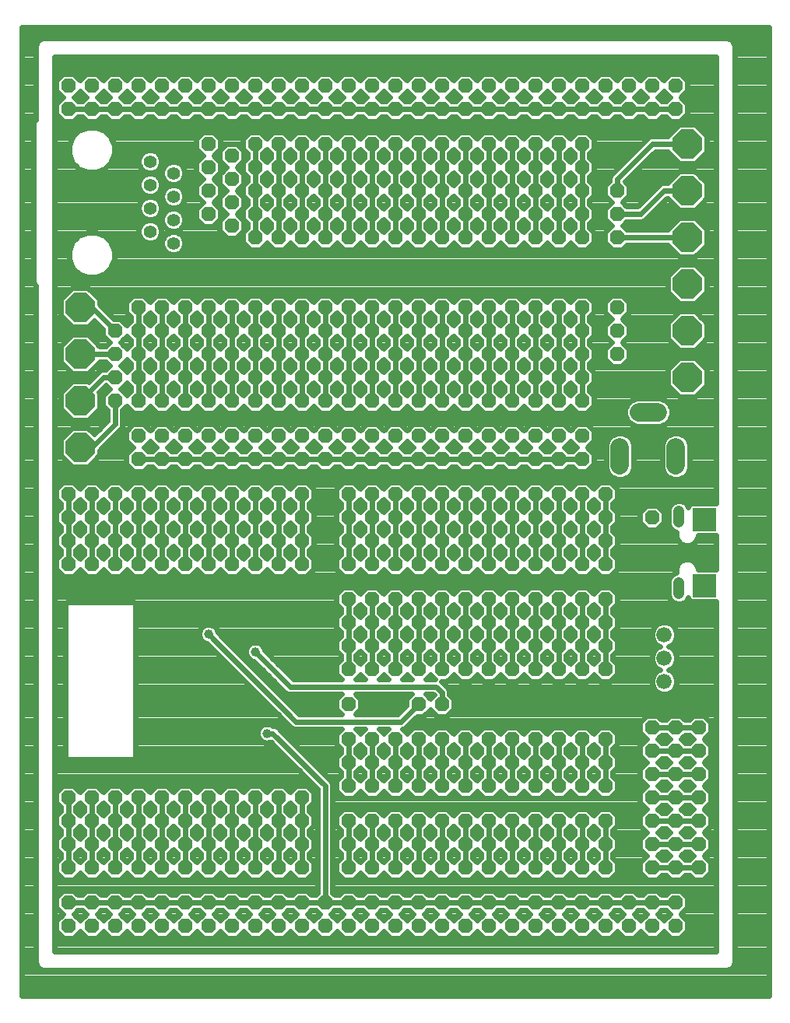
<source format=gbl>
G75*
%MOIN*%
%OFA0B0*%
%FSLAX25Y25*%
%IPPOS*%
%LPD*%
%AMOC8*
5,1,8,0,0,1.08239X$1,22.5*
%
%ADD10OC8,0.06300*%
%ADD11C,0.07874*%
%ADD12C,0.06600*%
%ADD13OC8,0.12500*%
%ADD14C,0.04756*%
%ADD15R,0.09843X0.09843*%
%ADD16C,0.05543*%
%ADD17C,0.02400*%
%ADD18C,0.03962*%
D10*
X0040953Y0036800D03*
X0040953Y0046800D03*
X0050953Y0046800D03*
X0050953Y0036800D03*
X0060953Y0036800D03*
X0060953Y0046800D03*
X0070953Y0046800D03*
X0080953Y0046800D03*
X0080953Y0036800D03*
X0070953Y0036800D03*
X0090953Y0036800D03*
X0090953Y0046800D03*
X0100953Y0046800D03*
X0100953Y0036800D03*
X0110953Y0036800D03*
X0110953Y0046800D03*
X0120953Y0046800D03*
X0120953Y0036800D03*
X0130953Y0036800D03*
X0140953Y0036800D03*
X0140953Y0046800D03*
X0130953Y0046800D03*
X0130953Y0061800D03*
X0140953Y0061800D03*
X0140953Y0071800D03*
X0130953Y0071800D03*
X0130953Y0081800D03*
X0140953Y0081800D03*
X0140953Y0091800D03*
X0130953Y0091800D03*
X0120953Y0091800D03*
X0120953Y0081800D03*
X0120953Y0071800D03*
X0120953Y0061800D03*
X0110953Y0061800D03*
X0110953Y0071800D03*
X0110953Y0081800D03*
X0110953Y0091800D03*
X0100953Y0091800D03*
X0100953Y0081800D03*
X0100953Y0071800D03*
X0100953Y0061800D03*
X0090953Y0061800D03*
X0090953Y0071800D03*
X0090953Y0081800D03*
X0090953Y0091800D03*
X0080953Y0091800D03*
X0080953Y0081800D03*
X0070953Y0081800D03*
X0070953Y0091800D03*
X0060953Y0091800D03*
X0060953Y0081800D03*
X0060953Y0071800D03*
X0060953Y0061800D03*
X0070953Y0061800D03*
X0080953Y0061800D03*
X0080953Y0071800D03*
X0070953Y0071800D03*
X0050953Y0071800D03*
X0050953Y0061800D03*
X0040953Y0061800D03*
X0040953Y0071800D03*
X0040953Y0081800D03*
X0040953Y0091800D03*
X0050953Y0091800D03*
X0050953Y0081800D03*
X0050953Y0191800D03*
X0060953Y0191800D03*
X0070953Y0191800D03*
X0080953Y0191800D03*
X0090953Y0191800D03*
X0100953Y0191800D03*
X0110953Y0191800D03*
X0120953Y0191800D03*
X0130953Y0191800D03*
X0140953Y0191800D03*
X0140953Y0201800D03*
X0140953Y0211800D03*
X0140953Y0221800D03*
X0130953Y0221800D03*
X0130953Y0211800D03*
X0130953Y0201800D03*
X0120953Y0201800D03*
X0120953Y0211800D03*
X0120953Y0221800D03*
X0110953Y0221800D03*
X0110953Y0211800D03*
X0110953Y0201800D03*
X0100953Y0201800D03*
X0100953Y0211800D03*
X0100953Y0221800D03*
X0090953Y0221800D03*
X0090953Y0211800D03*
X0090953Y0201800D03*
X0080953Y0201800D03*
X0080953Y0211800D03*
X0080953Y0221800D03*
X0070953Y0221800D03*
X0070953Y0211800D03*
X0070953Y0201800D03*
X0060953Y0201800D03*
X0060953Y0211800D03*
X0060953Y0221800D03*
X0050953Y0221800D03*
X0050953Y0211800D03*
X0050953Y0201800D03*
X0040953Y0201800D03*
X0040953Y0211800D03*
X0040953Y0221800D03*
X0040953Y0191800D03*
X0070953Y0236800D03*
X0080953Y0236800D03*
X0080953Y0246800D03*
X0070953Y0246800D03*
X0070953Y0261800D03*
X0080953Y0261800D03*
X0080953Y0271800D03*
X0080953Y0281800D03*
X0070953Y0281800D03*
X0070953Y0271800D03*
X0060953Y0271800D03*
X0060953Y0261800D03*
X0060953Y0281800D03*
X0060953Y0291800D03*
X0070953Y0291800D03*
X0080953Y0291800D03*
X0080953Y0301800D03*
X0070953Y0301800D03*
X0090953Y0301800D03*
X0090953Y0291800D03*
X0100953Y0291800D03*
X0100953Y0301800D03*
X0110953Y0301800D03*
X0110953Y0291800D03*
X0120953Y0291800D03*
X0120953Y0301800D03*
X0130953Y0301800D03*
X0140953Y0301800D03*
X0140953Y0291800D03*
X0130953Y0291800D03*
X0130953Y0281800D03*
X0140953Y0281800D03*
X0140953Y0271800D03*
X0140953Y0261800D03*
X0130953Y0261800D03*
X0130953Y0271800D03*
X0120953Y0271800D03*
X0120953Y0261800D03*
X0110953Y0261800D03*
X0110953Y0271800D03*
X0110953Y0281800D03*
X0120953Y0281800D03*
X0100953Y0281800D03*
X0100953Y0271800D03*
X0100953Y0261800D03*
X0090953Y0261800D03*
X0090953Y0271800D03*
X0090953Y0281800D03*
X0090953Y0246800D03*
X0090953Y0236800D03*
X0100953Y0236800D03*
X0100953Y0246800D03*
X0110953Y0246800D03*
X0110953Y0236800D03*
X0120953Y0236800D03*
X0120953Y0246800D03*
X0130953Y0246800D03*
X0140953Y0246800D03*
X0140953Y0236800D03*
X0130953Y0236800D03*
X0150953Y0236800D03*
X0150953Y0246800D03*
X0160953Y0246800D03*
X0160953Y0236800D03*
X0170953Y0236800D03*
X0170953Y0246800D03*
X0180953Y0246800D03*
X0180953Y0236800D03*
X0190953Y0236800D03*
X0200953Y0236800D03*
X0200953Y0246800D03*
X0190953Y0246800D03*
X0190953Y0261800D03*
X0200953Y0261800D03*
X0200953Y0271800D03*
X0200953Y0281800D03*
X0190953Y0281800D03*
X0190953Y0271800D03*
X0180953Y0271800D03*
X0180953Y0261800D03*
X0170953Y0261800D03*
X0170953Y0271800D03*
X0170953Y0281800D03*
X0180953Y0281800D03*
X0180953Y0291800D03*
X0180953Y0301800D03*
X0190953Y0301800D03*
X0200953Y0301800D03*
X0200953Y0291800D03*
X0190953Y0291800D03*
X0210953Y0291800D03*
X0210953Y0301800D03*
X0220953Y0301800D03*
X0220953Y0291800D03*
X0230953Y0291800D03*
X0230953Y0301800D03*
X0240953Y0301800D03*
X0240953Y0291800D03*
X0250953Y0291800D03*
X0260953Y0291800D03*
X0260953Y0301800D03*
X0250953Y0301800D03*
X0250953Y0281800D03*
X0260953Y0281800D03*
X0260953Y0271800D03*
X0260953Y0261800D03*
X0250953Y0261800D03*
X0250953Y0271800D03*
X0240953Y0271800D03*
X0240953Y0261800D03*
X0230953Y0261800D03*
X0230953Y0271800D03*
X0230953Y0281800D03*
X0240953Y0281800D03*
X0220953Y0281800D03*
X0220953Y0271800D03*
X0220953Y0261800D03*
X0210953Y0261800D03*
X0210953Y0271800D03*
X0210953Y0281800D03*
X0210953Y0246800D03*
X0210953Y0236800D03*
X0220953Y0236800D03*
X0220953Y0246800D03*
X0230953Y0246800D03*
X0230953Y0236800D03*
X0240953Y0236800D03*
X0240953Y0246800D03*
X0250953Y0246800D03*
X0260953Y0246800D03*
X0260953Y0236800D03*
X0250953Y0236800D03*
X0250953Y0221800D03*
X0260953Y0221800D03*
X0260953Y0211800D03*
X0260953Y0201800D03*
X0250953Y0201800D03*
X0250953Y0211800D03*
X0240953Y0211800D03*
X0240953Y0201800D03*
X0240953Y0191800D03*
X0250953Y0191800D03*
X0260953Y0191800D03*
X0270953Y0191800D03*
X0270953Y0201800D03*
X0270953Y0211800D03*
X0270953Y0221800D03*
X0290953Y0211800D03*
X0270953Y0176800D03*
X0270953Y0166800D03*
X0270953Y0156800D03*
X0270953Y0146800D03*
X0260953Y0146800D03*
X0260953Y0156800D03*
X0260953Y0166800D03*
X0250953Y0166800D03*
X0250953Y0156800D03*
X0250953Y0146800D03*
X0240953Y0146800D03*
X0240953Y0156800D03*
X0240953Y0166800D03*
X0240953Y0176800D03*
X0250953Y0176800D03*
X0260953Y0176800D03*
X0230953Y0176800D03*
X0230953Y0166800D03*
X0230953Y0156800D03*
X0230953Y0146800D03*
X0220953Y0146800D03*
X0220953Y0156800D03*
X0220953Y0166800D03*
X0220953Y0176800D03*
X0210953Y0176800D03*
X0210953Y0166800D03*
X0210953Y0156800D03*
X0210953Y0146800D03*
X0200953Y0146800D03*
X0200953Y0156800D03*
X0200953Y0166800D03*
X0190953Y0166800D03*
X0190953Y0156800D03*
X0190953Y0146800D03*
X0180953Y0146800D03*
X0180953Y0156800D03*
X0180953Y0166800D03*
X0180953Y0176800D03*
X0190953Y0176800D03*
X0200953Y0176800D03*
X0200953Y0191800D03*
X0190953Y0191800D03*
X0190953Y0201800D03*
X0200953Y0201800D03*
X0200953Y0211800D03*
X0200953Y0221800D03*
X0190953Y0221800D03*
X0190953Y0211800D03*
X0180953Y0211800D03*
X0180953Y0201800D03*
X0180953Y0191800D03*
X0170953Y0191800D03*
X0170953Y0201800D03*
X0170953Y0211800D03*
X0170953Y0221800D03*
X0180953Y0221800D03*
X0160953Y0221800D03*
X0160953Y0211800D03*
X0160953Y0201800D03*
X0160953Y0191800D03*
X0160953Y0176800D03*
X0170953Y0176800D03*
X0170953Y0166800D03*
X0170953Y0156800D03*
X0170953Y0146800D03*
X0160953Y0146800D03*
X0160953Y0156800D03*
X0160953Y0166800D03*
X0160953Y0131800D03*
X0160953Y0116800D03*
X0170953Y0116800D03*
X0180953Y0116800D03*
X0190953Y0116800D03*
X0200953Y0116800D03*
X0210953Y0116800D03*
X0220953Y0116800D03*
X0230953Y0116800D03*
X0240953Y0116800D03*
X0250953Y0116800D03*
X0260953Y0116800D03*
X0270953Y0116800D03*
X0270953Y0106800D03*
X0270953Y0096800D03*
X0260953Y0096800D03*
X0260953Y0106800D03*
X0250953Y0106800D03*
X0250953Y0096800D03*
X0240953Y0096800D03*
X0240953Y0106800D03*
X0230953Y0106800D03*
X0230953Y0096800D03*
X0220953Y0096800D03*
X0220953Y0106800D03*
X0210953Y0106800D03*
X0210953Y0096800D03*
X0200953Y0096800D03*
X0200953Y0106800D03*
X0190953Y0106800D03*
X0190953Y0096800D03*
X0180953Y0096800D03*
X0180953Y0106800D03*
X0170953Y0106800D03*
X0170953Y0096800D03*
X0160953Y0096800D03*
X0160953Y0106800D03*
X0160953Y0081800D03*
X0170953Y0081800D03*
X0180953Y0081800D03*
X0190953Y0081800D03*
X0200953Y0081800D03*
X0210953Y0081800D03*
X0220953Y0081800D03*
X0230953Y0081800D03*
X0240953Y0081800D03*
X0250953Y0081800D03*
X0260953Y0081800D03*
X0270953Y0081800D03*
X0270953Y0071800D03*
X0270953Y0061800D03*
X0260953Y0061800D03*
X0260953Y0071800D03*
X0250953Y0071800D03*
X0250953Y0061800D03*
X0240953Y0061800D03*
X0240953Y0071800D03*
X0230953Y0071800D03*
X0230953Y0061800D03*
X0220953Y0061800D03*
X0220953Y0071800D03*
X0210953Y0071800D03*
X0210953Y0061800D03*
X0200953Y0061800D03*
X0200953Y0071800D03*
X0190953Y0071800D03*
X0190953Y0061800D03*
X0180953Y0061800D03*
X0180953Y0071800D03*
X0170953Y0071800D03*
X0170953Y0061800D03*
X0160953Y0061800D03*
X0160953Y0071800D03*
X0160953Y0046800D03*
X0160953Y0036800D03*
X0170953Y0036800D03*
X0170953Y0046800D03*
X0180953Y0046800D03*
X0180953Y0036800D03*
X0190953Y0036800D03*
X0200953Y0036800D03*
X0200953Y0046800D03*
X0190953Y0046800D03*
X0210953Y0046800D03*
X0210953Y0036800D03*
X0220953Y0036800D03*
X0220953Y0046800D03*
X0230953Y0046800D03*
X0230953Y0036800D03*
X0240953Y0036800D03*
X0240953Y0046800D03*
X0250953Y0046800D03*
X0260953Y0046800D03*
X0260953Y0036800D03*
X0250953Y0036800D03*
X0270953Y0036800D03*
X0270953Y0046800D03*
X0280953Y0046800D03*
X0280953Y0036800D03*
X0290953Y0036800D03*
X0290953Y0046800D03*
X0300953Y0046800D03*
X0300953Y0036800D03*
X0300953Y0061800D03*
X0300953Y0071800D03*
X0310953Y0071800D03*
X0310953Y0061800D03*
X0310953Y0081800D03*
X0310953Y0091800D03*
X0310953Y0101800D03*
X0310953Y0111800D03*
X0310953Y0121800D03*
X0300953Y0121800D03*
X0300953Y0111800D03*
X0300953Y0101800D03*
X0300953Y0091800D03*
X0300953Y0081800D03*
X0290953Y0081800D03*
X0290953Y0091800D03*
X0290953Y0101800D03*
X0290953Y0111800D03*
X0290953Y0121800D03*
X0290953Y0071800D03*
X0290953Y0061800D03*
X0200953Y0131800D03*
X0190953Y0131800D03*
X0210953Y0191800D03*
X0220953Y0191800D03*
X0230953Y0191800D03*
X0230953Y0201800D03*
X0230953Y0211800D03*
X0230953Y0221800D03*
X0240953Y0221800D03*
X0220953Y0221800D03*
X0220953Y0211800D03*
X0220953Y0201800D03*
X0210953Y0201800D03*
X0210953Y0211800D03*
X0210953Y0221800D03*
X0160953Y0261800D03*
X0160953Y0271800D03*
X0160953Y0281800D03*
X0160953Y0291800D03*
X0160953Y0301800D03*
X0170953Y0301800D03*
X0170953Y0291800D03*
X0150953Y0291800D03*
X0150953Y0301800D03*
X0150953Y0281800D03*
X0150953Y0271800D03*
X0150953Y0261800D03*
X0150953Y0331800D03*
X0150953Y0341800D03*
X0160953Y0341800D03*
X0160953Y0331800D03*
X0170953Y0331800D03*
X0170953Y0341800D03*
X0180953Y0341800D03*
X0180953Y0331800D03*
X0190953Y0331800D03*
X0200953Y0331800D03*
X0200953Y0341800D03*
X0190953Y0341800D03*
X0190953Y0351800D03*
X0200953Y0351800D03*
X0200953Y0361800D03*
X0200953Y0371800D03*
X0190953Y0371800D03*
X0190953Y0361800D03*
X0180953Y0361800D03*
X0180953Y0351800D03*
X0170953Y0351800D03*
X0170953Y0361800D03*
X0170953Y0371800D03*
X0180953Y0371800D03*
X0180953Y0386800D03*
X0180953Y0396800D03*
X0190953Y0396800D03*
X0200953Y0396800D03*
X0200953Y0386800D03*
X0190953Y0386800D03*
X0210953Y0386800D03*
X0210953Y0396800D03*
X0220953Y0396800D03*
X0220953Y0386800D03*
X0230953Y0386800D03*
X0230953Y0396800D03*
X0240953Y0396800D03*
X0240953Y0386800D03*
X0250953Y0386800D03*
X0260953Y0386800D03*
X0260953Y0396800D03*
X0250953Y0396800D03*
X0270953Y0396800D03*
X0270953Y0386800D03*
X0280953Y0386800D03*
X0280953Y0396800D03*
X0290953Y0396800D03*
X0290953Y0386800D03*
X0300953Y0386800D03*
X0300953Y0396800D03*
X0275953Y0351800D03*
X0275953Y0341800D03*
X0275953Y0331800D03*
X0260953Y0331800D03*
X0260953Y0341800D03*
X0250953Y0341800D03*
X0250953Y0331800D03*
X0240953Y0331800D03*
X0240953Y0341800D03*
X0240953Y0351800D03*
X0240953Y0361800D03*
X0240953Y0371800D03*
X0250953Y0371800D03*
X0260953Y0371800D03*
X0260953Y0361800D03*
X0260953Y0351800D03*
X0250953Y0351800D03*
X0250953Y0361800D03*
X0230953Y0361800D03*
X0230953Y0351800D03*
X0230953Y0341800D03*
X0230953Y0331800D03*
X0220953Y0331800D03*
X0220953Y0341800D03*
X0220953Y0351800D03*
X0220953Y0361800D03*
X0220953Y0371800D03*
X0230953Y0371800D03*
X0210953Y0371800D03*
X0210953Y0361800D03*
X0210953Y0351800D03*
X0210953Y0341800D03*
X0210953Y0331800D03*
X0170953Y0386800D03*
X0170953Y0396800D03*
X0160953Y0396800D03*
X0160953Y0386800D03*
X0150953Y0386800D03*
X0150953Y0396800D03*
X0140953Y0396800D03*
X0140953Y0386800D03*
X0130953Y0386800D03*
X0130953Y0396800D03*
X0120953Y0396800D03*
X0120953Y0386800D03*
X0110953Y0386800D03*
X0110953Y0396800D03*
X0100953Y0396800D03*
X0100953Y0386800D03*
X0090953Y0386800D03*
X0090953Y0396800D03*
X0080953Y0396800D03*
X0080953Y0386800D03*
X0070953Y0386800D03*
X0070953Y0396800D03*
X0060953Y0396800D03*
X0060953Y0386800D03*
X0050953Y0386800D03*
X0050953Y0396800D03*
X0040953Y0396800D03*
X0040953Y0386800D03*
X0100953Y0371800D03*
X0100953Y0361800D03*
X0100953Y0351800D03*
X0100953Y0341800D03*
X0110953Y0336800D03*
X0110953Y0346800D03*
X0110953Y0356800D03*
X0110953Y0366800D03*
X0120953Y0361800D03*
X0120953Y0351800D03*
X0130953Y0351800D03*
X0140953Y0351800D03*
X0140953Y0361800D03*
X0140953Y0371800D03*
X0130953Y0371800D03*
X0130953Y0361800D03*
X0120953Y0371800D03*
X0120953Y0341800D03*
X0120953Y0331800D03*
X0130953Y0331800D03*
X0140953Y0331800D03*
X0140953Y0341800D03*
X0130953Y0341800D03*
X0150953Y0351800D03*
X0150953Y0361800D03*
X0150953Y0371800D03*
X0160953Y0371800D03*
X0160953Y0361800D03*
X0160953Y0351800D03*
X0275953Y0301800D03*
X0275953Y0291800D03*
X0275953Y0281800D03*
X0150953Y0046800D03*
X0150953Y0036800D03*
D11*
X0277173Y0234044D02*
X0277173Y0241918D01*
X0285441Y0256879D02*
X0293315Y0256879D01*
X0301189Y0241918D02*
X0301189Y0234044D01*
D12*
X0296189Y0161524D03*
X0296189Y0151524D03*
X0296189Y0141524D03*
D13*
X0305953Y0271800D03*
X0305953Y0291800D03*
X0305953Y0311800D03*
X0305953Y0331800D03*
X0305953Y0351800D03*
X0305953Y0371800D03*
X0045953Y0301800D03*
X0045953Y0281800D03*
X0045953Y0261800D03*
X0045953Y0241800D03*
D14*
X0302409Y0214548D02*
X0302409Y0209792D01*
X0302409Y0183808D02*
X0302409Y0179052D01*
D15*
X0313433Y0182627D03*
X0313433Y0210973D03*
D16*
X0085953Y0329300D03*
X0085953Y0339300D03*
X0085953Y0349300D03*
X0085953Y0359300D03*
X0075953Y0354300D03*
X0075953Y0344300D03*
X0075953Y0334300D03*
X0075953Y0364300D03*
D17*
X0020953Y0006800D02*
X0340953Y0006800D01*
X0340953Y0421800D01*
X0020953Y0421800D01*
X0020953Y0006800D01*
X0020953Y0007409D02*
X0340953Y0007409D01*
X0340953Y0009807D02*
X0020953Y0009807D01*
X0020953Y0012206D02*
X0340953Y0012206D01*
X0340953Y0014604D02*
X0020953Y0014604D01*
X0020953Y0017003D02*
X0340953Y0017003D01*
X0340953Y0019401D02*
X0325550Y0019401D01*
X0325682Y0019534D02*
X0326291Y0021004D01*
X0326291Y0413934D01*
X0325682Y0415404D01*
X0324557Y0416530D01*
X0323087Y0417139D01*
X0030157Y0417139D01*
X0028687Y0416530D01*
X0027562Y0415404D01*
X0026953Y0413934D01*
X0026953Y0382303D01*
X0026523Y0381874D01*
X0026033Y0380690D01*
X0026033Y0312910D01*
X0026523Y0311726D01*
X0026953Y0311297D01*
X0026953Y0022596D01*
X0026953Y0021004D01*
X0027562Y0019534D01*
X0028687Y0018409D01*
X0030157Y0017800D01*
X0323087Y0017800D01*
X0324557Y0018409D01*
X0325682Y0019534D01*
X0326291Y0021800D02*
X0340953Y0021800D01*
X0340953Y0024199D02*
X0326291Y0024199D01*
X0326291Y0026597D02*
X0340953Y0026597D01*
X0340953Y0028996D02*
X0326291Y0028996D01*
X0326291Y0031394D02*
X0340953Y0031394D01*
X0340953Y0033793D02*
X0326291Y0033793D01*
X0326291Y0036191D02*
X0340953Y0036191D01*
X0340953Y0038590D02*
X0326291Y0038590D01*
X0326291Y0040988D02*
X0340953Y0040988D01*
X0340953Y0043387D02*
X0326291Y0043387D01*
X0326291Y0045785D02*
X0340953Y0045785D01*
X0340953Y0048184D02*
X0326291Y0048184D01*
X0326291Y0050582D02*
X0340953Y0050582D01*
X0340953Y0052981D02*
X0326291Y0052981D01*
X0326291Y0055379D02*
X0340953Y0055379D01*
X0340953Y0057778D02*
X0326291Y0057778D01*
X0326291Y0060176D02*
X0340953Y0060176D01*
X0340953Y0062575D02*
X0326291Y0062575D01*
X0326291Y0064973D02*
X0340953Y0064973D01*
X0340953Y0067372D02*
X0326291Y0067372D01*
X0326291Y0069770D02*
X0340953Y0069770D01*
X0340953Y0072169D02*
X0326291Y0072169D01*
X0326291Y0074567D02*
X0340953Y0074567D01*
X0340953Y0076966D02*
X0326291Y0076966D01*
X0326291Y0079364D02*
X0340953Y0079364D01*
X0340953Y0081763D02*
X0326291Y0081763D01*
X0326291Y0084161D02*
X0340953Y0084161D01*
X0340953Y0086560D02*
X0326291Y0086560D01*
X0326291Y0088958D02*
X0340953Y0088958D01*
X0340953Y0091357D02*
X0326291Y0091357D01*
X0326291Y0093755D02*
X0340953Y0093755D01*
X0340953Y0096154D02*
X0326291Y0096154D01*
X0326291Y0098552D02*
X0340953Y0098552D01*
X0340953Y0100951D02*
X0326291Y0100951D01*
X0326291Y0103349D02*
X0340953Y0103349D01*
X0340953Y0105748D02*
X0326291Y0105748D01*
X0326291Y0108146D02*
X0340953Y0108146D01*
X0340953Y0110545D02*
X0326291Y0110545D01*
X0326291Y0112943D02*
X0340953Y0112943D01*
X0340953Y0115342D02*
X0326291Y0115342D01*
X0326291Y0117740D02*
X0340953Y0117740D01*
X0340953Y0120139D02*
X0326291Y0120139D01*
X0326291Y0122537D02*
X0340953Y0122537D01*
X0340953Y0124936D02*
X0326291Y0124936D01*
X0326291Y0127334D02*
X0340953Y0127334D01*
X0340953Y0129733D02*
X0326291Y0129733D01*
X0326291Y0132132D02*
X0340953Y0132132D01*
X0340953Y0134530D02*
X0326291Y0134530D01*
X0326291Y0136929D02*
X0340953Y0136929D01*
X0340953Y0139327D02*
X0326291Y0139327D01*
X0326291Y0141726D02*
X0340953Y0141726D01*
X0340953Y0144124D02*
X0326291Y0144124D01*
X0326291Y0146523D02*
X0340953Y0146523D01*
X0340953Y0148921D02*
X0326291Y0148921D01*
X0326291Y0151320D02*
X0340953Y0151320D01*
X0340953Y0153718D02*
X0326291Y0153718D01*
X0326291Y0156117D02*
X0340953Y0156117D01*
X0340953Y0158515D02*
X0326291Y0158515D01*
X0326291Y0160914D02*
X0340953Y0160914D01*
X0340953Y0163312D02*
X0326291Y0163312D01*
X0326291Y0165711D02*
X0340953Y0165711D01*
X0340953Y0168109D02*
X0326291Y0168109D01*
X0326291Y0170508D02*
X0340953Y0170508D01*
X0340953Y0172906D02*
X0326291Y0172906D01*
X0326291Y0175305D02*
X0340953Y0175305D01*
X0340953Y0177703D02*
X0326291Y0177703D01*
X0326291Y0180102D02*
X0340953Y0180102D01*
X0340953Y0182500D02*
X0326291Y0182500D01*
X0326291Y0184899D02*
X0340953Y0184899D01*
X0340953Y0187297D02*
X0326291Y0187297D01*
X0326291Y0189696D02*
X0340953Y0189696D01*
X0340953Y0192094D02*
X0326291Y0192094D01*
X0326291Y0194493D02*
X0340953Y0194493D01*
X0340953Y0196891D02*
X0326291Y0196891D01*
X0326291Y0199290D02*
X0340953Y0199290D01*
X0340953Y0201688D02*
X0326291Y0201688D01*
X0326291Y0204087D02*
X0340953Y0204087D01*
X0340953Y0206485D02*
X0326291Y0206485D01*
X0326291Y0208884D02*
X0340953Y0208884D01*
X0340953Y0211282D02*
X0326291Y0211282D01*
X0326291Y0213681D02*
X0340953Y0213681D01*
X0340953Y0216079D02*
X0326291Y0216079D01*
X0326291Y0218478D02*
X0340953Y0218478D01*
X0340953Y0220876D02*
X0326291Y0220876D01*
X0326291Y0223275D02*
X0340953Y0223275D01*
X0340953Y0225673D02*
X0326291Y0225673D01*
X0326291Y0228072D02*
X0340953Y0228072D01*
X0340953Y0230470D02*
X0326291Y0230470D01*
X0326291Y0232869D02*
X0340953Y0232869D01*
X0340953Y0235268D02*
X0326291Y0235268D01*
X0326291Y0237666D02*
X0340953Y0237666D01*
X0340953Y0240065D02*
X0326291Y0240065D01*
X0326291Y0242463D02*
X0340953Y0242463D01*
X0340953Y0244862D02*
X0326291Y0244862D01*
X0326291Y0247260D02*
X0340953Y0247260D01*
X0340953Y0249659D02*
X0326291Y0249659D01*
X0326291Y0252057D02*
X0340953Y0252057D01*
X0340953Y0254456D02*
X0326291Y0254456D01*
X0326291Y0256854D02*
X0340953Y0256854D01*
X0340953Y0259253D02*
X0326291Y0259253D01*
X0326291Y0261651D02*
X0340953Y0261651D01*
X0340953Y0264050D02*
X0326291Y0264050D01*
X0326291Y0266448D02*
X0340953Y0266448D01*
X0340953Y0268847D02*
X0326291Y0268847D01*
X0326291Y0271245D02*
X0340953Y0271245D01*
X0340953Y0273644D02*
X0326291Y0273644D01*
X0326291Y0276042D02*
X0340953Y0276042D01*
X0340953Y0278441D02*
X0326291Y0278441D01*
X0326291Y0280839D02*
X0340953Y0280839D01*
X0340953Y0283238D02*
X0326291Y0283238D01*
X0326291Y0285636D02*
X0340953Y0285636D01*
X0340953Y0288035D02*
X0326291Y0288035D01*
X0326291Y0290433D02*
X0340953Y0290433D01*
X0340953Y0292832D02*
X0326291Y0292832D01*
X0326291Y0295230D02*
X0340953Y0295230D01*
X0340953Y0297629D02*
X0326291Y0297629D01*
X0326291Y0300027D02*
X0340953Y0300027D01*
X0340953Y0302426D02*
X0326291Y0302426D01*
X0326291Y0304824D02*
X0340953Y0304824D01*
X0340953Y0307223D02*
X0326291Y0307223D01*
X0326291Y0309621D02*
X0340953Y0309621D01*
X0340953Y0312020D02*
X0326291Y0312020D01*
X0326291Y0314418D02*
X0340953Y0314418D01*
X0340953Y0316817D02*
X0326291Y0316817D01*
X0326291Y0319215D02*
X0340953Y0319215D01*
X0340953Y0321614D02*
X0326291Y0321614D01*
X0326291Y0324012D02*
X0340953Y0324012D01*
X0340953Y0326411D02*
X0326291Y0326411D01*
X0326291Y0328809D02*
X0340953Y0328809D01*
X0340953Y0331208D02*
X0326291Y0331208D01*
X0326291Y0333606D02*
X0340953Y0333606D01*
X0340953Y0336005D02*
X0326291Y0336005D01*
X0326291Y0338403D02*
X0340953Y0338403D01*
X0340953Y0340802D02*
X0326291Y0340802D01*
X0326291Y0343201D02*
X0340953Y0343201D01*
X0340953Y0345599D02*
X0326291Y0345599D01*
X0326291Y0347998D02*
X0340953Y0347998D01*
X0340953Y0350396D02*
X0326291Y0350396D01*
X0326291Y0352795D02*
X0340953Y0352795D01*
X0340953Y0355193D02*
X0326291Y0355193D01*
X0326291Y0357592D02*
X0340953Y0357592D01*
X0340953Y0359990D02*
X0326291Y0359990D01*
X0326291Y0362389D02*
X0340953Y0362389D01*
X0340953Y0364787D02*
X0326291Y0364787D01*
X0326291Y0367186D02*
X0340953Y0367186D01*
X0340953Y0369584D02*
X0326291Y0369584D01*
X0326291Y0371983D02*
X0340953Y0371983D01*
X0340953Y0374381D02*
X0326291Y0374381D01*
X0326291Y0376780D02*
X0340953Y0376780D01*
X0340953Y0379178D02*
X0326291Y0379178D01*
X0326291Y0381577D02*
X0340953Y0381577D01*
X0340953Y0383975D02*
X0326291Y0383975D01*
X0326291Y0386374D02*
X0340953Y0386374D01*
X0340953Y0388772D02*
X0326291Y0388772D01*
X0326291Y0391171D02*
X0340953Y0391171D01*
X0340953Y0393569D02*
X0326291Y0393569D01*
X0326291Y0395968D02*
X0340953Y0395968D01*
X0340953Y0398366D02*
X0326291Y0398366D01*
X0326291Y0400765D02*
X0340953Y0400765D01*
X0340953Y0403163D02*
X0326291Y0403163D01*
X0326291Y0405562D02*
X0340953Y0405562D01*
X0340953Y0407960D02*
X0326291Y0407960D01*
X0326291Y0410359D02*
X0340953Y0410359D01*
X0340953Y0412757D02*
X0326291Y0412757D01*
X0325785Y0415156D02*
X0340953Y0415156D01*
X0340953Y0417554D02*
X0020953Y0417554D01*
X0020953Y0415156D02*
X0027459Y0415156D01*
X0026953Y0412757D02*
X0020953Y0412757D01*
X0020953Y0410359D02*
X0026953Y0410359D01*
X0026953Y0407960D02*
X0020953Y0407960D01*
X0020953Y0405562D02*
X0026953Y0405562D01*
X0026953Y0403163D02*
X0020953Y0403163D01*
X0020953Y0400765D02*
X0026953Y0400765D01*
X0026953Y0398366D02*
X0020953Y0398366D01*
X0020953Y0395968D02*
X0026953Y0395968D01*
X0026953Y0393569D02*
X0020953Y0393569D01*
X0020953Y0391171D02*
X0026953Y0391171D01*
X0026953Y0388772D02*
X0020953Y0388772D01*
X0020953Y0386374D02*
X0026953Y0386374D01*
X0026953Y0383975D02*
X0020953Y0383975D01*
X0020953Y0381577D02*
X0026400Y0381577D01*
X0026033Y0379178D02*
X0020953Y0379178D01*
X0020953Y0376780D02*
X0026033Y0376780D01*
X0026033Y0374381D02*
X0020953Y0374381D01*
X0020953Y0371983D02*
X0026033Y0371983D01*
X0026033Y0369584D02*
X0020953Y0369584D01*
X0020953Y0367186D02*
X0026033Y0367186D01*
X0026033Y0364787D02*
X0020953Y0364787D01*
X0020953Y0362389D02*
X0026033Y0362389D01*
X0026033Y0359990D02*
X0020953Y0359990D01*
X0020953Y0357592D02*
X0026033Y0357592D01*
X0026033Y0355193D02*
X0020953Y0355193D01*
X0020953Y0352795D02*
X0026033Y0352795D01*
X0026033Y0350396D02*
X0020953Y0350396D01*
X0020953Y0347998D02*
X0026033Y0347998D01*
X0026033Y0345599D02*
X0020953Y0345599D01*
X0020953Y0343201D02*
X0026033Y0343201D01*
X0026033Y0340802D02*
X0020953Y0340802D01*
X0020953Y0338403D02*
X0026033Y0338403D01*
X0026033Y0336005D02*
X0020953Y0336005D01*
X0020953Y0333606D02*
X0026033Y0333606D01*
X0026033Y0331208D02*
X0020953Y0331208D01*
X0020953Y0328809D02*
X0026033Y0328809D01*
X0026033Y0326411D02*
X0020953Y0326411D01*
X0020953Y0324012D02*
X0026033Y0324012D01*
X0026033Y0321614D02*
X0020953Y0321614D01*
X0020953Y0319215D02*
X0026033Y0319215D01*
X0026033Y0316817D02*
X0020953Y0316817D01*
X0020953Y0314418D02*
X0026033Y0314418D01*
X0026402Y0312020D02*
X0020953Y0312020D01*
X0020953Y0309621D02*
X0026953Y0309621D01*
X0026953Y0307223D02*
X0020953Y0307223D01*
X0020953Y0304824D02*
X0026953Y0304824D01*
X0026953Y0302426D02*
X0020953Y0302426D01*
X0020953Y0300027D02*
X0026953Y0300027D01*
X0026953Y0297629D02*
X0020953Y0297629D01*
X0020953Y0295230D02*
X0026953Y0295230D01*
X0026953Y0292832D02*
X0020953Y0292832D01*
X0020953Y0290433D02*
X0026953Y0290433D01*
X0026953Y0288035D02*
X0020953Y0288035D01*
X0020953Y0285636D02*
X0026953Y0285636D01*
X0026953Y0283238D02*
X0020953Y0283238D01*
X0020953Y0280839D02*
X0026953Y0280839D01*
X0026953Y0278441D02*
X0020953Y0278441D01*
X0020953Y0276042D02*
X0026953Y0276042D01*
X0026953Y0273644D02*
X0020953Y0273644D01*
X0020953Y0271245D02*
X0026953Y0271245D01*
X0026953Y0268847D02*
X0020953Y0268847D01*
X0020953Y0266448D02*
X0026953Y0266448D01*
X0026953Y0264050D02*
X0020953Y0264050D01*
X0020953Y0261651D02*
X0026953Y0261651D01*
X0026953Y0259253D02*
X0020953Y0259253D01*
X0020953Y0256854D02*
X0026953Y0256854D01*
X0026953Y0254456D02*
X0020953Y0254456D01*
X0020953Y0252057D02*
X0026953Y0252057D01*
X0026953Y0249659D02*
X0020953Y0249659D01*
X0020953Y0247260D02*
X0026953Y0247260D01*
X0026953Y0244862D02*
X0020953Y0244862D01*
X0020953Y0242463D02*
X0026953Y0242463D01*
X0026953Y0240065D02*
X0020953Y0240065D01*
X0020953Y0237666D02*
X0026953Y0237666D01*
X0026953Y0235268D02*
X0020953Y0235268D01*
X0020953Y0232869D02*
X0026953Y0232869D01*
X0026953Y0230470D02*
X0020953Y0230470D01*
X0020953Y0228072D02*
X0026953Y0228072D01*
X0026953Y0225673D02*
X0020953Y0225673D01*
X0020953Y0223275D02*
X0026953Y0223275D01*
X0026953Y0220876D02*
X0020953Y0220876D01*
X0020953Y0218478D02*
X0026953Y0218478D01*
X0026953Y0216079D02*
X0020953Y0216079D01*
X0020953Y0213681D02*
X0026953Y0213681D01*
X0026953Y0211282D02*
X0020953Y0211282D01*
X0020953Y0208884D02*
X0026953Y0208884D01*
X0026953Y0206485D02*
X0020953Y0206485D01*
X0020953Y0204087D02*
X0026953Y0204087D01*
X0026953Y0201688D02*
X0020953Y0201688D01*
X0020953Y0199290D02*
X0026953Y0199290D01*
X0026953Y0196891D02*
X0020953Y0196891D01*
X0020953Y0194493D02*
X0026953Y0194493D01*
X0026953Y0192094D02*
X0020953Y0192094D01*
X0020953Y0189696D02*
X0026953Y0189696D01*
X0026953Y0187297D02*
X0020953Y0187297D01*
X0020953Y0184899D02*
X0026953Y0184899D01*
X0026953Y0182500D02*
X0020953Y0182500D01*
X0020953Y0180102D02*
X0026953Y0180102D01*
X0026953Y0177703D02*
X0020953Y0177703D01*
X0020953Y0175305D02*
X0026953Y0175305D01*
X0026953Y0172906D02*
X0020953Y0172906D01*
X0020953Y0170508D02*
X0026953Y0170508D01*
X0026953Y0168109D02*
X0020953Y0168109D01*
X0020953Y0165711D02*
X0026953Y0165711D01*
X0026953Y0163312D02*
X0020953Y0163312D01*
X0020953Y0160914D02*
X0026953Y0160914D01*
X0026953Y0158515D02*
X0020953Y0158515D01*
X0020953Y0156117D02*
X0026953Y0156117D01*
X0026953Y0153718D02*
X0020953Y0153718D01*
X0020953Y0151320D02*
X0026953Y0151320D01*
X0026953Y0148921D02*
X0020953Y0148921D01*
X0020953Y0146523D02*
X0026953Y0146523D01*
X0026953Y0144124D02*
X0020953Y0144124D01*
X0020953Y0141726D02*
X0026953Y0141726D01*
X0026953Y0139327D02*
X0020953Y0139327D01*
X0020953Y0136929D02*
X0026953Y0136929D01*
X0026953Y0134530D02*
X0020953Y0134530D01*
X0020953Y0132132D02*
X0026953Y0132132D01*
X0026953Y0129733D02*
X0020953Y0129733D01*
X0020953Y0127334D02*
X0026953Y0127334D01*
X0026953Y0124936D02*
X0020953Y0124936D01*
X0020953Y0122537D02*
X0026953Y0122537D01*
X0026953Y0120139D02*
X0020953Y0120139D01*
X0020953Y0117740D02*
X0026953Y0117740D01*
X0026953Y0115342D02*
X0020953Y0115342D01*
X0020953Y0112943D02*
X0026953Y0112943D01*
X0026953Y0110545D02*
X0020953Y0110545D01*
X0020953Y0108146D02*
X0026953Y0108146D01*
X0026953Y0105748D02*
X0020953Y0105748D01*
X0020953Y0103349D02*
X0026953Y0103349D01*
X0026953Y0100951D02*
X0020953Y0100951D01*
X0020953Y0098552D02*
X0026953Y0098552D01*
X0026953Y0096154D02*
X0020953Y0096154D01*
X0020953Y0093755D02*
X0026953Y0093755D01*
X0026953Y0091357D02*
X0020953Y0091357D01*
X0020953Y0088958D02*
X0026953Y0088958D01*
X0026953Y0086560D02*
X0020953Y0086560D01*
X0020953Y0084161D02*
X0026953Y0084161D01*
X0026953Y0081763D02*
X0020953Y0081763D01*
X0020953Y0079364D02*
X0026953Y0079364D01*
X0026953Y0076966D02*
X0020953Y0076966D01*
X0020953Y0074567D02*
X0026953Y0074567D01*
X0026953Y0072169D02*
X0020953Y0072169D01*
X0020953Y0069770D02*
X0026953Y0069770D01*
X0026953Y0067372D02*
X0020953Y0067372D01*
X0020953Y0064973D02*
X0026953Y0064973D01*
X0026953Y0062575D02*
X0020953Y0062575D01*
X0020953Y0060176D02*
X0026953Y0060176D01*
X0026953Y0057778D02*
X0020953Y0057778D01*
X0020953Y0055379D02*
X0026953Y0055379D01*
X0026953Y0052981D02*
X0020953Y0052981D01*
X0020953Y0050582D02*
X0026953Y0050582D01*
X0026953Y0048184D02*
X0020953Y0048184D01*
X0020953Y0045785D02*
X0026953Y0045785D01*
X0026953Y0043387D02*
X0020953Y0043387D01*
X0020953Y0040988D02*
X0026953Y0040988D01*
X0026953Y0038590D02*
X0020953Y0038590D01*
X0020953Y0036191D02*
X0026953Y0036191D01*
X0026953Y0033793D02*
X0020953Y0033793D01*
X0020953Y0031394D02*
X0026953Y0031394D01*
X0026953Y0028996D02*
X0020953Y0028996D01*
X0020953Y0026597D02*
X0026953Y0026597D01*
X0026953Y0024199D02*
X0020953Y0024199D01*
X0020953Y0021800D02*
X0026953Y0021800D01*
X0027694Y0019401D02*
X0020953Y0019401D01*
X0034953Y0025800D02*
X0034953Y0409139D01*
X0318291Y0409139D01*
X0318291Y0217894D01*
X0307683Y0217894D01*
X0306512Y0216723D01*
X0306512Y0216084D01*
X0306121Y0217028D01*
X0304889Y0218259D01*
X0303280Y0218926D01*
X0301539Y0218926D01*
X0299929Y0218259D01*
X0298698Y0217028D01*
X0298031Y0215419D01*
X0298031Y0208921D01*
X0298698Y0207312D01*
X0299929Y0206081D01*
X0301408Y0205468D01*
X0301375Y0205388D01*
X0301375Y0203567D01*
X0302072Y0201884D01*
X0303360Y0200596D01*
X0305042Y0199899D01*
X0306863Y0199899D01*
X0308546Y0200596D01*
X0309834Y0201884D01*
X0310531Y0203567D01*
X0310531Y0204052D01*
X0318291Y0204052D01*
X0318291Y0189548D01*
X0310531Y0189548D01*
X0310531Y0190033D01*
X0309834Y0191716D01*
X0308546Y0193004D01*
X0306863Y0193701D01*
X0305042Y0193701D01*
X0303360Y0193004D01*
X0302072Y0191716D01*
X0301375Y0190033D01*
X0301375Y0188212D01*
X0301408Y0188132D01*
X0299929Y0187519D01*
X0298698Y0186288D01*
X0298031Y0184679D01*
X0298031Y0178181D01*
X0298698Y0176572D01*
X0299929Y0175341D01*
X0301539Y0174674D01*
X0303280Y0174674D01*
X0304889Y0175341D01*
X0306121Y0176572D01*
X0306512Y0177516D01*
X0306512Y0176877D01*
X0307683Y0175706D01*
X0318291Y0175706D01*
X0318291Y0025800D01*
X0034953Y0025800D01*
X0034953Y0026597D02*
X0318291Y0026597D01*
X0318291Y0028996D02*
X0034953Y0028996D01*
X0034953Y0031394D02*
X0318291Y0031394D01*
X0318291Y0033793D02*
X0305228Y0033793D01*
X0306103Y0034667D02*
X0306103Y0038933D01*
X0303236Y0041800D01*
X0306103Y0044667D01*
X0306103Y0048933D01*
X0303086Y0051950D01*
X0298820Y0051950D01*
X0296870Y0050000D01*
X0295036Y0050000D01*
X0293086Y0051950D01*
X0288820Y0051950D01*
X0286870Y0050000D01*
X0285036Y0050000D01*
X0283086Y0051950D01*
X0278820Y0051950D01*
X0276870Y0050000D01*
X0275036Y0050000D01*
X0273086Y0051950D01*
X0268820Y0051950D01*
X0266870Y0050000D01*
X0265036Y0050000D01*
X0263086Y0051950D01*
X0258820Y0051950D01*
X0256870Y0050000D01*
X0255036Y0050000D01*
X0253086Y0051950D01*
X0248820Y0051950D01*
X0246870Y0050000D01*
X0245036Y0050000D01*
X0243086Y0051950D01*
X0238820Y0051950D01*
X0236870Y0050000D01*
X0235036Y0050000D01*
X0233086Y0051950D01*
X0228820Y0051950D01*
X0226870Y0050000D01*
X0225036Y0050000D01*
X0223086Y0051950D01*
X0218820Y0051950D01*
X0216870Y0050000D01*
X0215036Y0050000D01*
X0213086Y0051950D01*
X0208820Y0051950D01*
X0206870Y0050000D01*
X0205036Y0050000D01*
X0203086Y0051950D01*
X0198820Y0051950D01*
X0196870Y0050000D01*
X0195036Y0050000D01*
X0193086Y0051950D01*
X0188820Y0051950D01*
X0186870Y0050000D01*
X0185036Y0050000D01*
X0183086Y0051950D01*
X0178820Y0051950D01*
X0176870Y0050000D01*
X0175036Y0050000D01*
X0173086Y0051950D01*
X0168820Y0051950D01*
X0166870Y0050000D01*
X0165036Y0050000D01*
X0163086Y0051950D01*
X0158820Y0051950D01*
X0156870Y0050000D01*
X0155036Y0050000D01*
X0154153Y0050883D01*
X0154153Y0097437D01*
X0153666Y0098613D01*
X0152765Y0099513D01*
X0130265Y0122013D01*
X0129089Y0122500D01*
X0128383Y0122500D01*
X0128208Y0122675D01*
X0126745Y0123281D01*
X0125161Y0123281D01*
X0123698Y0122675D01*
X0122578Y0121555D01*
X0121972Y0120092D01*
X0121972Y0118508D01*
X0122578Y0117045D01*
X0123698Y0115925D01*
X0125161Y0115319D01*
X0126745Y0115319D01*
X0127567Y0115660D01*
X0147753Y0095475D01*
X0147753Y0050883D01*
X0146870Y0050000D01*
X0145036Y0050000D01*
X0143086Y0051950D01*
X0138820Y0051950D01*
X0136870Y0050000D01*
X0135036Y0050000D01*
X0133086Y0051950D01*
X0128820Y0051950D01*
X0126870Y0050000D01*
X0125036Y0050000D01*
X0123086Y0051950D01*
X0118820Y0051950D01*
X0116870Y0050000D01*
X0115036Y0050000D01*
X0113086Y0051950D01*
X0108820Y0051950D01*
X0106870Y0050000D01*
X0105036Y0050000D01*
X0103086Y0051950D01*
X0098820Y0051950D01*
X0096870Y0050000D01*
X0095036Y0050000D01*
X0093086Y0051950D01*
X0088820Y0051950D01*
X0086870Y0050000D01*
X0085036Y0050000D01*
X0083086Y0051950D01*
X0078820Y0051950D01*
X0076870Y0050000D01*
X0075036Y0050000D01*
X0073086Y0051950D01*
X0068820Y0051950D01*
X0066870Y0050000D01*
X0065036Y0050000D01*
X0063086Y0051950D01*
X0058820Y0051950D01*
X0056870Y0050000D01*
X0055036Y0050000D01*
X0053086Y0051950D01*
X0048820Y0051950D01*
X0046870Y0050000D01*
X0045036Y0050000D01*
X0043086Y0051950D01*
X0038820Y0051950D01*
X0035803Y0048933D01*
X0035803Y0044667D01*
X0038670Y0041800D01*
X0035803Y0038933D01*
X0035803Y0034667D01*
X0038820Y0031650D01*
X0043086Y0031650D01*
X0045953Y0034517D01*
X0048820Y0031650D01*
X0053086Y0031650D01*
X0055953Y0034517D01*
X0058820Y0031650D01*
X0063086Y0031650D01*
X0065953Y0034517D01*
X0068820Y0031650D01*
X0073086Y0031650D01*
X0075953Y0034517D01*
X0078820Y0031650D01*
X0083086Y0031650D01*
X0085953Y0034517D01*
X0088820Y0031650D01*
X0093086Y0031650D01*
X0095953Y0034517D01*
X0098820Y0031650D01*
X0103086Y0031650D01*
X0105953Y0034517D01*
X0108820Y0031650D01*
X0113086Y0031650D01*
X0115953Y0034517D01*
X0118820Y0031650D01*
X0123086Y0031650D01*
X0125953Y0034517D01*
X0128820Y0031650D01*
X0133086Y0031650D01*
X0135953Y0034517D01*
X0138820Y0031650D01*
X0143086Y0031650D01*
X0145953Y0034517D01*
X0148820Y0031650D01*
X0153086Y0031650D01*
X0155953Y0034517D01*
X0158820Y0031650D01*
X0163086Y0031650D01*
X0165953Y0034517D01*
X0168820Y0031650D01*
X0173086Y0031650D01*
X0175953Y0034517D01*
X0178820Y0031650D01*
X0183086Y0031650D01*
X0185953Y0034517D01*
X0188820Y0031650D01*
X0193086Y0031650D01*
X0195953Y0034517D01*
X0198820Y0031650D01*
X0203086Y0031650D01*
X0205953Y0034517D01*
X0208820Y0031650D01*
X0213086Y0031650D01*
X0215953Y0034517D01*
X0218820Y0031650D01*
X0223086Y0031650D01*
X0225953Y0034517D01*
X0228820Y0031650D01*
X0233086Y0031650D01*
X0235953Y0034517D01*
X0238820Y0031650D01*
X0243086Y0031650D01*
X0245953Y0034517D01*
X0248820Y0031650D01*
X0253086Y0031650D01*
X0255953Y0034517D01*
X0258820Y0031650D01*
X0263086Y0031650D01*
X0265953Y0034517D01*
X0268820Y0031650D01*
X0273086Y0031650D01*
X0275953Y0034517D01*
X0278820Y0031650D01*
X0283086Y0031650D01*
X0285953Y0034517D01*
X0288820Y0031650D01*
X0293086Y0031650D01*
X0295953Y0034517D01*
X0298820Y0031650D01*
X0303086Y0031650D01*
X0306103Y0034667D01*
X0306103Y0036191D02*
X0318291Y0036191D01*
X0318291Y0038590D02*
X0306103Y0038590D01*
X0304048Y0040988D02*
X0318291Y0040988D01*
X0318291Y0043387D02*
X0304823Y0043387D01*
X0306103Y0045785D02*
X0318291Y0045785D01*
X0318291Y0048184D02*
X0306103Y0048184D01*
X0304454Y0050582D02*
X0318291Y0050582D01*
X0318291Y0052981D02*
X0154153Y0052981D01*
X0154153Y0055379D02*
X0318291Y0055379D01*
X0318291Y0057778D02*
X0314214Y0057778D01*
X0313086Y0056650D02*
X0316103Y0059667D01*
X0316103Y0063933D01*
X0313236Y0066800D01*
X0316103Y0069667D01*
X0316103Y0073933D01*
X0313236Y0076800D01*
X0316103Y0079667D01*
X0316103Y0083933D01*
X0313236Y0086800D01*
X0316103Y0089667D01*
X0316103Y0093933D01*
X0313236Y0096800D01*
X0316103Y0099667D01*
X0316103Y0103933D01*
X0313236Y0106800D01*
X0316103Y0109667D01*
X0316103Y0113933D01*
X0313236Y0116800D01*
X0316103Y0119667D01*
X0316103Y0123933D01*
X0313086Y0126950D01*
X0308820Y0126950D01*
X0306870Y0125000D01*
X0305036Y0125000D01*
X0303086Y0126950D01*
X0298820Y0126950D01*
X0296870Y0125000D01*
X0295036Y0125000D01*
X0293086Y0126950D01*
X0288820Y0126950D01*
X0285803Y0123933D01*
X0285803Y0119667D01*
X0288670Y0116800D01*
X0285803Y0113933D01*
X0285803Y0109667D01*
X0288670Y0106800D01*
X0285803Y0103933D01*
X0285803Y0099667D01*
X0288670Y0096800D01*
X0285803Y0093933D01*
X0285803Y0089667D01*
X0288670Y0086800D01*
X0285803Y0083933D01*
X0285803Y0079667D01*
X0288670Y0076800D01*
X0285803Y0073933D01*
X0285803Y0069667D01*
X0288670Y0066800D01*
X0285803Y0063933D01*
X0285803Y0059667D01*
X0288820Y0056650D01*
X0293086Y0056650D01*
X0295036Y0058600D01*
X0296870Y0058600D01*
X0298820Y0056650D01*
X0303086Y0056650D01*
X0305036Y0058600D01*
X0306870Y0058600D01*
X0308820Y0056650D01*
X0313086Y0056650D01*
X0316103Y0060176D02*
X0318291Y0060176D01*
X0318291Y0062575D02*
X0316103Y0062575D01*
X0315063Y0064973D02*
X0318291Y0064973D01*
X0318291Y0067372D02*
X0313808Y0067372D01*
X0316103Y0069770D02*
X0318291Y0069770D01*
X0318291Y0072169D02*
X0316103Y0072169D01*
X0315469Y0074567D02*
X0318291Y0074567D01*
X0318291Y0076966D02*
X0313402Y0076966D01*
X0315800Y0079364D02*
X0318291Y0079364D01*
X0318291Y0081763D02*
X0316103Y0081763D01*
X0315875Y0084161D02*
X0318291Y0084161D01*
X0318291Y0086560D02*
X0313476Y0086560D01*
X0315394Y0088958D02*
X0318291Y0088958D01*
X0318291Y0091357D02*
X0316103Y0091357D01*
X0316103Y0093755D02*
X0318291Y0093755D01*
X0318291Y0096154D02*
X0313882Y0096154D01*
X0314988Y0098552D02*
X0318291Y0098552D01*
X0318291Y0100951D02*
X0316103Y0100951D01*
X0316103Y0103349D02*
X0318291Y0103349D01*
X0318291Y0105748D02*
X0314288Y0105748D01*
X0314582Y0108146D02*
X0318291Y0108146D01*
X0318291Y0110545D02*
X0316103Y0110545D01*
X0316103Y0112943D02*
X0318291Y0112943D01*
X0318291Y0115342D02*
X0314694Y0115342D01*
X0314176Y0117740D02*
X0318291Y0117740D01*
X0318291Y0120139D02*
X0316103Y0120139D01*
X0316103Y0122537D02*
X0318291Y0122537D01*
X0318291Y0124936D02*
X0315100Y0124936D01*
X0318291Y0127334D02*
X0203770Y0127334D01*
X0203086Y0126650D02*
X0206103Y0129667D01*
X0206103Y0133933D01*
X0204153Y0135883D01*
X0204153Y0137437D01*
X0203666Y0138613D01*
X0201166Y0141113D01*
X0200628Y0141650D01*
X0203086Y0141650D01*
X0205953Y0144517D01*
X0208820Y0141650D01*
X0213086Y0141650D01*
X0215953Y0144517D01*
X0218820Y0141650D01*
X0223086Y0141650D01*
X0225953Y0144517D01*
X0228820Y0141650D01*
X0233086Y0141650D01*
X0235953Y0144517D01*
X0238820Y0141650D01*
X0243086Y0141650D01*
X0245953Y0144517D01*
X0248820Y0141650D01*
X0253086Y0141650D01*
X0255953Y0144517D01*
X0258820Y0141650D01*
X0263086Y0141650D01*
X0265953Y0144517D01*
X0268820Y0141650D01*
X0273086Y0141650D01*
X0276103Y0144667D01*
X0276103Y0148933D01*
X0274153Y0150883D01*
X0274153Y0152717D01*
X0276103Y0154667D01*
X0276103Y0158933D01*
X0274153Y0160883D01*
X0274153Y0162717D01*
X0276103Y0164667D01*
X0276103Y0168933D01*
X0274153Y0170883D01*
X0274153Y0172717D01*
X0276103Y0174667D01*
X0276103Y0178933D01*
X0273086Y0181950D01*
X0268820Y0181950D01*
X0265953Y0179083D01*
X0263086Y0181950D01*
X0258820Y0181950D01*
X0255953Y0179083D01*
X0253086Y0181950D01*
X0248820Y0181950D01*
X0245953Y0179083D01*
X0243086Y0181950D01*
X0238820Y0181950D01*
X0235953Y0179083D01*
X0233086Y0181950D01*
X0228820Y0181950D01*
X0225953Y0179083D01*
X0223086Y0181950D01*
X0218820Y0181950D01*
X0215953Y0179083D01*
X0213086Y0181950D01*
X0208820Y0181950D01*
X0205953Y0179083D01*
X0203086Y0181950D01*
X0198820Y0181950D01*
X0195953Y0179083D01*
X0193086Y0181950D01*
X0188820Y0181950D01*
X0185953Y0179083D01*
X0183086Y0181950D01*
X0178820Y0181950D01*
X0175953Y0179083D01*
X0173086Y0181950D01*
X0168820Y0181950D01*
X0165953Y0179083D01*
X0163086Y0181950D01*
X0158820Y0181950D01*
X0155803Y0178933D01*
X0155803Y0174667D01*
X0157753Y0172717D01*
X0157753Y0170883D01*
X0155803Y0168933D01*
X0155803Y0164667D01*
X0157753Y0162717D01*
X0157753Y0160883D01*
X0155803Y0158933D01*
X0155803Y0154667D01*
X0157753Y0152717D01*
X0157753Y0150883D01*
X0155803Y0148933D01*
X0155803Y0144667D01*
X0157970Y0142500D01*
X0137278Y0142500D01*
X0124934Y0154844D01*
X0124934Y0155092D01*
X0124328Y0156555D01*
X0123208Y0157675D01*
X0121745Y0158281D01*
X0120161Y0158281D01*
X0118698Y0157675D01*
X0117578Y0156555D01*
X0116972Y0155092D01*
X0116972Y0153508D01*
X0117578Y0152045D01*
X0118698Y0150925D01*
X0120161Y0150319D01*
X0120408Y0150319D01*
X0134140Y0136587D01*
X0135316Y0136100D01*
X0157970Y0136100D01*
X0155803Y0133933D01*
X0155803Y0129667D01*
X0157970Y0127500D01*
X0139778Y0127500D01*
X0104934Y0162344D01*
X0104934Y0162592D01*
X0104328Y0164055D01*
X0103208Y0165175D01*
X0101745Y0165781D01*
X0100161Y0165781D01*
X0098698Y0165175D01*
X0097578Y0164055D01*
X0096972Y0162592D01*
X0096972Y0161008D01*
X0097578Y0159545D01*
X0098698Y0158425D01*
X0100161Y0157819D01*
X0100408Y0157819D01*
X0136640Y0121587D01*
X0137816Y0121100D01*
X0157970Y0121100D01*
X0155803Y0118933D01*
X0155803Y0114667D01*
X0157753Y0112717D01*
X0157753Y0110883D01*
X0155803Y0108933D01*
X0155803Y0104667D01*
X0157753Y0102717D01*
X0157753Y0100883D01*
X0155803Y0098933D01*
X0155803Y0094667D01*
X0158820Y0091650D01*
X0163086Y0091650D01*
X0165953Y0094517D01*
X0168820Y0091650D01*
X0173086Y0091650D01*
X0175953Y0094517D01*
X0178820Y0091650D01*
X0183086Y0091650D01*
X0185953Y0094517D01*
X0188820Y0091650D01*
X0193086Y0091650D01*
X0195953Y0094517D01*
X0198820Y0091650D01*
X0203086Y0091650D01*
X0205953Y0094517D01*
X0208820Y0091650D01*
X0213086Y0091650D01*
X0215953Y0094517D01*
X0218820Y0091650D01*
X0223086Y0091650D01*
X0225953Y0094517D01*
X0228820Y0091650D01*
X0233086Y0091650D01*
X0235953Y0094517D01*
X0238820Y0091650D01*
X0243086Y0091650D01*
X0245953Y0094517D01*
X0248820Y0091650D01*
X0253086Y0091650D01*
X0255953Y0094517D01*
X0258820Y0091650D01*
X0263086Y0091650D01*
X0265953Y0094517D01*
X0268820Y0091650D01*
X0273086Y0091650D01*
X0276103Y0094667D01*
X0276103Y0098933D01*
X0274153Y0100883D01*
X0274153Y0102717D01*
X0276103Y0104667D01*
X0276103Y0108933D01*
X0274153Y0110883D01*
X0274153Y0112717D01*
X0276103Y0114667D01*
X0276103Y0118933D01*
X0273086Y0121950D01*
X0268820Y0121950D01*
X0265953Y0119083D01*
X0263086Y0121950D01*
X0258820Y0121950D01*
X0255953Y0119083D01*
X0253086Y0121950D01*
X0248820Y0121950D01*
X0245953Y0119083D01*
X0243086Y0121950D01*
X0238820Y0121950D01*
X0235953Y0119083D01*
X0233086Y0121950D01*
X0228820Y0121950D01*
X0225953Y0119083D01*
X0223086Y0121950D01*
X0218820Y0121950D01*
X0215953Y0119083D01*
X0213086Y0121950D01*
X0208820Y0121950D01*
X0205953Y0119083D01*
X0203086Y0121950D01*
X0198820Y0121950D01*
X0195953Y0119083D01*
X0193086Y0121950D01*
X0188820Y0121950D01*
X0185953Y0119083D01*
X0183936Y0121100D01*
X0184089Y0121100D01*
X0185265Y0121587D01*
X0186166Y0122487D01*
X0190328Y0126650D01*
X0193086Y0126650D01*
X0195953Y0129517D01*
X0198820Y0126650D01*
X0203086Y0126650D01*
X0206103Y0129733D02*
X0318291Y0129733D01*
X0318291Y0132132D02*
X0206103Y0132132D01*
X0205506Y0134530D02*
X0318291Y0134530D01*
X0318291Y0136929D02*
X0298943Y0136929D01*
X0299191Y0137031D02*
X0300682Y0138522D01*
X0301489Y0140470D01*
X0301489Y0142579D01*
X0300682Y0144527D01*
X0299191Y0146018D01*
X0297967Y0146524D01*
X0299191Y0147031D01*
X0300682Y0148522D01*
X0301489Y0150470D01*
X0301489Y0152579D01*
X0300682Y0154527D01*
X0299191Y0156018D01*
X0297967Y0156524D01*
X0299191Y0157031D01*
X0300682Y0158522D01*
X0301489Y0160470D01*
X0301489Y0162579D01*
X0300682Y0164527D01*
X0299191Y0166018D01*
X0297243Y0166824D01*
X0295135Y0166824D01*
X0293187Y0166018D01*
X0291696Y0164527D01*
X0290889Y0162579D01*
X0290889Y0160470D01*
X0291696Y0158522D01*
X0293187Y0157031D01*
X0294410Y0156524D01*
X0293187Y0156018D01*
X0291696Y0154527D01*
X0290889Y0152579D01*
X0290889Y0150470D01*
X0291696Y0148522D01*
X0293187Y0147031D01*
X0294410Y0146524D01*
X0293187Y0146018D01*
X0291696Y0144527D01*
X0290889Y0142579D01*
X0290889Y0140470D01*
X0291696Y0138522D01*
X0293187Y0137031D01*
X0295135Y0136224D01*
X0297243Y0136224D01*
X0299191Y0137031D01*
X0301015Y0139327D02*
X0318291Y0139327D01*
X0318291Y0141726D02*
X0301489Y0141726D01*
X0300849Y0144124D02*
X0318291Y0144124D01*
X0318291Y0146523D02*
X0297972Y0146523D01*
X0294406Y0146523D02*
X0276103Y0146523D01*
X0276103Y0148921D02*
X0291531Y0148921D01*
X0290889Y0151320D02*
X0274153Y0151320D01*
X0275154Y0153718D02*
X0291361Y0153718D01*
X0293426Y0156117D02*
X0276103Y0156117D01*
X0276103Y0158515D02*
X0291703Y0158515D01*
X0290889Y0160914D02*
X0274153Y0160914D01*
X0274748Y0163312D02*
X0291193Y0163312D01*
X0292880Y0165711D02*
X0276103Y0165711D01*
X0276103Y0168109D02*
X0318291Y0168109D01*
X0318291Y0165711D02*
X0299498Y0165711D01*
X0301185Y0163312D02*
X0318291Y0163312D01*
X0318291Y0160914D02*
X0301489Y0160914D01*
X0300675Y0158515D02*
X0318291Y0158515D01*
X0318291Y0156117D02*
X0298952Y0156117D01*
X0301017Y0153718D02*
X0318291Y0153718D01*
X0318291Y0151320D02*
X0301489Y0151320D01*
X0300847Y0148921D02*
X0318291Y0148921D01*
X0318291Y0170508D02*
X0274528Y0170508D01*
X0274342Y0172906D02*
X0318291Y0172906D01*
X0318291Y0175305D02*
X0304803Y0175305D01*
X0300016Y0175305D02*
X0276103Y0175305D01*
X0276103Y0177703D02*
X0298229Y0177703D01*
X0298031Y0180102D02*
X0274934Y0180102D01*
X0270953Y0176800D02*
X0270953Y0146800D01*
X0267753Y0150883D02*
X0265953Y0149083D01*
X0264153Y0150883D01*
X0264153Y0152717D01*
X0265953Y0154517D01*
X0267753Y0152717D01*
X0267753Y0150883D01*
X0267753Y0151320D02*
X0264153Y0151320D01*
X0265154Y0153718D02*
X0266751Y0153718D01*
X0265953Y0159083D02*
X0264153Y0160883D01*
X0264153Y0162717D01*
X0265953Y0164517D01*
X0267753Y0162717D01*
X0267753Y0160883D01*
X0265953Y0159083D01*
X0264153Y0160914D02*
X0267753Y0160914D01*
X0267157Y0163312D02*
X0264748Y0163312D01*
X0265953Y0169083D02*
X0264153Y0170883D01*
X0264153Y0172717D01*
X0265953Y0174517D01*
X0267753Y0172717D01*
X0267753Y0170883D01*
X0265953Y0169083D01*
X0267377Y0170508D02*
X0264528Y0170508D01*
X0264342Y0172906D02*
X0267563Y0172906D01*
X0266971Y0180102D02*
X0264934Y0180102D01*
X0263086Y0186650D02*
X0265953Y0189517D01*
X0268820Y0186650D01*
X0273086Y0186650D01*
X0276103Y0189667D01*
X0276103Y0193933D01*
X0274153Y0195883D01*
X0274153Y0197717D01*
X0276103Y0199667D01*
X0276103Y0203933D01*
X0274153Y0205883D01*
X0274153Y0207717D01*
X0276103Y0209667D01*
X0276103Y0213933D01*
X0274153Y0215883D01*
X0274153Y0217717D01*
X0276103Y0219667D01*
X0276103Y0223933D01*
X0273086Y0226950D01*
X0268820Y0226950D01*
X0265953Y0224083D01*
X0263086Y0226950D01*
X0258820Y0226950D01*
X0255953Y0224083D01*
X0253086Y0226950D01*
X0248820Y0226950D01*
X0245953Y0224083D01*
X0243086Y0226950D01*
X0238820Y0226950D01*
X0235953Y0224083D01*
X0233086Y0226950D01*
X0228820Y0226950D01*
X0225953Y0224083D01*
X0223086Y0226950D01*
X0218820Y0226950D01*
X0215953Y0224083D01*
X0213086Y0226950D01*
X0208820Y0226950D01*
X0205953Y0224083D01*
X0203086Y0226950D01*
X0198820Y0226950D01*
X0195953Y0224083D01*
X0193086Y0226950D01*
X0188820Y0226950D01*
X0185953Y0224083D01*
X0183086Y0226950D01*
X0178820Y0226950D01*
X0175953Y0224083D01*
X0173086Y0226950D01*
X0168820Y0226950D01*
X0165953Y0224083D01*
X0163086Y0226950D01*
X0158820Y0226950D01*
X0155803Y0223933D01*
X0155803Y0219667D01*
X0157753Y0217717D01*
X0157753Y0215883D01*
X0155803Y0213933D01*
X0155803Y0209667D01*
X0157753Y0207717D01*
X0157753Y0205883D01*
X0155803Y0203933D01*
X0155803Y0199667D01*
X0157753Y0197717D01*
X0157753Y0195883D01*
X0155803Y0193933D01*
X0155803Y0189667D01*
X0158820Y0186650D01*
X0163086Y0186650D01*
X0165953Y0189517D01*
X0168820Y0186650D01*
X0173086Y0186650D01*
X0175953Y0189517D01*
X0178820Y0186650D01*
X0183086Y0186650D01*
X0185953Y0189517D01*
X0188820Y0186650D01*
X0193086Y0186650D01*
X0195953Y0189517D01*
X0198820Y0186650D01*
X0203086Y0186650D01*
X0205953Y0189517D01*
X0208820Y0186650D01*
X0213086Y0186650D01*
X0215953Y0189517D01*
X0218820Y0186650D01*
X0223086Y0186650D01*
X0225953Y0189517D01*
X0228820Y0186650D01*
X0233086Y0186650D01*
X0235953Y0189517D01*
X0238820Y0186650D01*
X0243086Y0186650D01*
X0245953Y0189517D01*
X0248820Y0186650D01*
X0253086Y0186650D01*
X0255953Y0189517D01*
X0258820Y0186650D01*
X0263086Y0186650D01*
X0263733Y0187297D02*
X0268172Y0187297D01*
X0270953Y0191800D02*
X0270953Y0221800D01*
X0274362Y0225673D02*
X0318291Y0225673D01*
X0318291Y0223275D02*
X0276103Y0223275D01*
X0276103Y0220876D02*
X0318291Y0220876D01*
X0318291Y0218478D02*
X0304362Y0218478D01*
X0300457Y0218478D02*
X0274914Y0218478D01*
X0274153Y0216079D02*
X0287949Y0216079D01*
X0288820Y0216950D02*
X0285803Y0213933D01*
X0285803Y0209667D01*
X0288820Y0206650D01*
X0293086Y0206650D01*
X0296103Y0209667D01*
X0296103Y0213933D01*
X0293086Y0216950D01*
X0288820Y0216950D01*
X0285803Y0213681D02*
X0276103Y0213681D01*
X0276103Y0211282D02*
X0285803Y0211282D01*
X0286586Y0208884D02*
X0275320Y0208884D01*
X0274153Y0206485D02*
X0299525Y0206485D01*
X0298047Y0208884D02*
X0295320Y0208884D01*
X0296103Y0211282D02*
X0298031Y0211282D01*
X0298031Y0213681D02*
X0296103Y0213681D01*
X0293956Y0216079D02*
X0298305Y0216079D01*
X0300008Y0228107D02*
X0297826Y0229011D01*
X0296156Y0230681D01*
X0295252Y0232863D01*
X0295252Y0243099D01*
X0296156Y0245281D01*
X0297826Y0246951D01*
X0300008Y0247855D01*
X0302370Y0247855D01*
X0304552Y0246951D01*
X0306222Y0245281D01*
X0307126Y0243099D01*
X0307126Y0232863D01*
X0306222Y0230681D01*
X0304552Y0229011D01*
X0302370Y0228107D01*
X0300008Y0228107D01*
X0296366Y0230470D02*
X0281996Y0230470D01*
X0282206Y0230681D02*
X0280536Y0229011D01*
X0278354Y0228107D01*
X0275992Y0228107D01*
X0273810Y0229011D01*
X0272140Y0230681D01*
X0271236Y0232863D01*
X0271236Y0243099D01*
X0272140Y0245281D01*
X0273810Y0246951D01*
X0275992Y0247855D01*
X0278354Y0247855D01*
X0280536Y0246951D01*
X0282206Y0245281D01*
X0283110Y0243099D01*
X0283110Y0232863D01*
X0282206Y0230681D01*
X0283110Y0232869D02*
X0295252Y0232869D01*
X0295252Y0235268D02*
X0283110Y0235268D01*
X0283110Y0237666D02*
X0295252Y0237666D01*
X0295252Y0240065D02*
X0283110Y0240065D01*
X0283110Y0242463D02*
X0295252Y0242463D01*
X0295982Y0244862D02*
X0282380Y0244862D01*
X0279791Y0247260D02*
X0298571Y0247260D01*
X0296678Y0251846D02*
X0294496Y0250942D01*
X0284260Y0250942D01*
X0282078Y0251846D01*
X0280408Y0253516D01*
X0279504Y0255698D01*
X0279504Y0258060D01*
X0280408Y0260242D01*
X0282078Y0261912D01*
X0284260Y0262816D01*
X0294496Y0262816D01*
X0296678Y0261912D01*
X0298348Y0260242D01*
X0299252Y0258060D01*
X0299252Y0255698D01*
X0298348Y0253516D01*
X0296678Y0251846D01*
X0296889Y0252057D02*
X0318291Y0252057D01*
X0318291Y0249659D02*
X0265377Y0249659D01*
X0266103Y0248933D02*
X0263086Y0251950D01*
X0258820Y0251950D01*
X0255953Y0249083D01*
X0253086Y0251950D01*
X0248820Y0251950D01*
X0245953Y0249083D01*
X0243086Y0251950D01*
X0238820Y0251950D01*
X0235953Y0249083D01*
X0233086Y0251950D01*
X0228820Y0251950D01*
X0225953Y0249083D01*
X0223086Y0251950D01*
X0218820Y0251950D01*
X0215953Y0249083D01*
X0213086Y0251950D01*
X0208820Y0251950D01*
X0205953Y0249083D01*
X0203086Y0251950D01*
X0198820Y0251950D01*
X0195953Y0249083D01*
X0193086Y0251950D01*
X0188820Y0251950D01*
X0185953Y0249083D01*
X0183086Y0251950D01*
X0178820Y0251950D01*
X0175953Y0249083D01*
X0173086Y0251950D01*
X0168820Y0251950D01*
X0165953Y0249083D01*
X0163086Y0251950D01*
X0158820Y0251950D01*
X0155953Y0249083D01*
X0153086Y0251950D01*
X0148820Y0251950D01*
X0145953Y0249083D01*
X0143086Y0251950D01*
X0138820Y0251950D01*
X0135953Y0249083D01*
X0133086Y0251950D01*
X0128820Y0251950D01*
X0125953Y0249083D01*
X0123086Y0251950D01*
X0118820Y0251950D01*
X0115953Y0249083D01*
X0113086Y0251950D01*
X0108820Y0251950D01*
X0105953Y0249083D01*
X0103086Y0251950D01*
X0098820Y0251950D01*
X0095953Y0249083D01*
X0093086Y0251950D01*
X0088820Y0251950D01*
X0085953Y0249083D01*
X0083086Y0251950D01*
X0078820Y0251950D01*
X0075953Y0249083D01*
X0073086Y0251950D01*
X0068820Y0251950D01*
X0065803Y0248933D01*
X0065803Y0244667D01*
X0068670Y0241800D01*
X0065803Y0238933D01*
X0065803Y0234667D01*
X0068820Y0231650D01*
X0073086Y0231650D01*
X0075036Y0233600D01*
X0076870Y0233600D01*
X0078820Y0231650D01*
X0083086Y0231650D01*
X0085036Y0233600D01*
X0086870Y0233600D01*
X0088820Y0231650D01*
X0093086Y0231650D01*
X0095036Y0233600D01*
X0096870Y0233600D01*
X0098820Y0231650D01*
X0103086Y0231650D01*
X0105036Y0233600D01*
X0106870Y0233600D01*
X0108820Y0231650D01*
X0113086Y0231650D01*
X0115036Y0233600D01*
X0116870Y0233600D01*
X0118820Y0231650D01*
X0123086Y0231650D01*
X0125036Y0233600D01*
X0126870Y0233600D01*
X0128820Y0231650D01*
X0133086Y0231650D01*
X0135036Y0233600D01*
X0136870Y0233600D01*
X0138820Y0231650D01*
X0143086Y0231650D01*
X0145036Y0233600D01*
X0146870Y0233600D01*
X0148820Y0231650D01*
X0153086Y0231650D01*
X0155036Y0233600D01*
X0156870Y0233600D01*
X0158820Y0231650D01*
X0163086Y0231650D01*
X0165036Y0233600D01*
X0166870Y0233600D01*
X0168820Y0231650D01*
X0173086Y0231650D01*
X0175036Y0233600D01*
X0176870Y0233600D01*
X0178820Y0231650D01*
X0183086Y0231650D01*
X0185036Y0233600D01*
X0186870Y0233600D01*
X0188820Y0231650D01*
X0193086Y0231650D01*
X0195036Y0233600D01*
X0196870Y0233600D01*
X0198820Y0231650D01*
X0203086Y0231650D01*
X0205036Y0233600D01*
X0206870Y0233600D01*
X0208820Y0231650D01*
X0213086Y0231650D01*
X0215036Y0233600D01*
X0216870Y0233600D01*
X0218820Y0231650D01*
X0223086Y0231650D01*
X0225036Y0233600D01*
X0226870Y0233600D01*
X0228820Y0231650D01*
X0233086Y0231650D01*
X0235036Y0233600D01*
X0236870Y0233600D01*
X0238820Y0231650D01*
X0243086Y0231650D01*
X0245036Y0233600D01*
X0246870Y0233600D01*
X0248820Y0231650D01*
X0253086Y0231650D01*
X0255036Y0233600D01*
X0256870Y0233600D01*
X0258820Y0231650D01*
X0263086Y0231650D01*
X0266103Y0234667D01*
X0266103Y0238933D01*
X0263236Y0241800D01*
X0266103Y0244667D01*
X0266103Y0248933D01*
X0266103Y0247260D02*
X0274556Y0247260D01*
X0271966Y0244862D02*
X0266103Y0244862D01*
X0263899Y0242463D02*
X0271236Y0242463D01*
X0271236Y0240065D02*
X0264971Y0240065D01*
X0266103Y0237666D02*
X0271236Y0237666D01*
X0271236Y0235268D02*
X0266103Y0235268D01*
X0264305Y0232869D02*
X0271236Y0232869D01*
X0272351Y0230470D02*
X0034953Y0230470D01*
X0034953Y0228072D02*
X0318291Y0228072D01*
X0318291Y0230470D02*
X0306012Y0230470D01*
X0307126Y0232869D02*
X0318291Y0232869D01*
X0318291Y0235268D02*
X0307126Y0235268D01*
X0307126Y0237666D02*
X0318291Y0237666D01*
X0318291Y0240065D02*
X0307126Y0240065D01*
X0307126Y0242463D02*
X0318291Y0242463D01*
X0318291Y0244862D02*
X0306396Y0244862D01*
X0303806Y0247260D02*
X0318291Y0247260D01*
X0318291Y0254456D02*
X0298737Y0254456D01*
X0299252Y0256854D02*
X0318291Y0256854D01*
X0318291Y0259253D02*
X0298758Y0259253D01*
X0296939Y0261651D02*
X0318291Y0261651D01*
X0318291Y0264050D02*
X0309870Y0264050D01*
X0309370Y0263550D02*
X0314203Y0268383D01*
X0314203Y0275217D01*
X0309370Y0280050D01*
X0302535Y0280050D01*
X0297703Y0275217D01*
X0297703Y0268383D01*
X0302535Y0263550D01*
X0309370Y0263550D01*
X0312268Y0266448D02*
X0318291Y0266448D01*
X0318291Y0268847D02*
X0314203Y0268847D01*
X0314203Y0271245D02*
X0318291Y0271245D01*
X0318291Y0273644D02*
X0314203Y0273644D01*
X0313378Y0276042D02*
X0318291Y0276042D01*
X0318291Y0278441D02*
X0310979Y0278441D01*
X0309370Y0283550D02*
X0314203Y0288383D01*
X0314203Y0295217D01*
X0309370Y0300050D01*
X0302535Y0300050D01*
X0297703Y0295217D01*
X0297703Y0288383D01*
X0302535Y0283550D01*
X0309370Y0283550D01*
X0311456Y0285636D02*
X0318291Y0285636D01*
X0318291Y0283238D02*
X0281103Y0283238D01*
X0281103Y0283933D02*
X0278236Y0286800D01*
X0281103Y0289667D01*
X0281103Y0293933D01*
X0278236Y0296800D01*
X0281103Y0299667D01*
X0281103Y0303933D01*
X0278086Y0306950D01*
X0273820Y0306950D01*
X0270803Y0303933D01*
X0270803Y0299667D01*
X0273670Y0296800D01*
X0270803Y0293933D01*
X0270803Y0289667D01*
X0273670Y0286800D01*
X0270803Y0283933D01*
X0270803Y0279667D01*
X0273820Y0276650D01*
X0278086Y0276650D01*
X0281103Y0279667D01*
X0281103Y0283933D01*
X0279400Y0285636D02*
X0300449Y0285636D01*
X0298051Y0288035D02*
X0279471Y0288035D01*
X0281103Y0290433D02*
X0297703Y0290433D01*
X0297703Y0292832D02*
X0281103Y0292832D01*
X0279806Y0295230D02*
X0297716Y0295230D01*
X0300114Y0297629D02*
X0279065Y0297629D01*
X0281103Y0300027D02*
X0302513Y0300027D01*
X0302535Y0303550D02*
X0309370Y0303550D01*
X0314203Y0308383D01*
X0314203Y0315217D01*
X0309370Y0320050D01*
X0302535Y0320050D01*
X0297703Y0315217D01*
X0297703Y0308383D01*
X0302535Y0303550D01*
X0301261Y0304824D02*
X0280212Y0304824D01*
X0281103Y0302426D02*
X0318291Y0302426D01*
X0318291Y0304824D02*
X0310644Y0304824D01*
X0313043Y0307223D02*
X0318291Y0307223D01*
X0318291Y0309621D02*
X0314203Y0309621D01*
X0314203Y0312020D02*
X0318291Y0312020D01*
X0318291Y0314418D02*
X0314203Y0314418D01*
X0312603Y0316817D02*
X0318291Y0316817D01*
X0318291Y0319215D02*
X0310205Y0319215D01*
X0309370Y0323550D02*
X0314203Y0328383D01*
X0314203Y0335217D01*
X0309370Y0340050D01*
X0302535Y0340050D01*
X0297703Y0335217D01*
X0297703Y0335000D01*
X0280036Y0335000D01*
X0278236Y0336800D01*
X0280036Y0338600D01*
X0286589Y0338600D01*
X0287765Y0339087D01*
X0297278Y0348600D01*
X0297703Y0348600D01*
X0297703Y0348383D01*
X0302535Y0343550D01*
X0309370Y0343550D01*
X0314203Y0348383D01*
X0314203Y0355217D01*
X0309370Y0360050D01*
X0302535Y0360050D01*
X0297703Y0355217D01*
X0297703Y0355000D01*
X0295316Y0355000D01*
X0294140Y0354513D01*
X0293240Y0353613D01*
X0284627Y0345000D01*
X0280036Y0345000D01*
X0278236Y0346800D01*
X0281103Y0349667D01*
X0281103Y0353933D01*
X0279357Y0355679D01*
X0292278Y0368600D01*
X0297703Y0368600D01*
X0297703Y0368383D01*
X0302535Y0363550D01*
X0309370Y0363550D01*
X0314203Y0368383D01*
X0314203Y0375217D01*
X0309370Y0380050D01*
X0302535Y0380050D01*
X0297703Y0375217D01*
X0297703Y0375000D01*
X0290316Y0375000D01*
X0289140Y0374513D01*
X0288240Y0373613D01*
X0288240Y0373613D01*
X0273240Y0358613D01*
X0272753Y0357437D01*
X0272753Y0355883D01*
X0270803Y0353933D01*
X0270803Y0349667D01*
X0273670Y0346800D01*
X0270803Y0343933D01*
X0270803Y0339667D01*
X0273670Y0336800D01*
X0270803Y0333933D01*
X0270803Y0329667D01*
X0273820Y0326650D01*
X0278086Y0326650D01*
X0280036Y0328600D01*
X0297703Y0328600D01*
X0297703Y0328383D01*
X0302535Y0323550D01*
X0309370Y0323550D01*
X0309832Y0324012D02*
X0318291Y0324012D01*
X0318291Y0321614D02*
X0060231Y0321614D01*
X0060553Y0322390D02*
X0059091Y0318862D01*
X0056391Y0316162D01*
X0052862Y0314700D01*
X0049043Y0314700D01*
X0045515Y0316162D01*
X0042814Y0318862D01*
X0041353Y0322390D01*
X0041353Y0326210D01*
X0042814Y0329738D01*
X0045515Y0332438D01*
X0049043Y0333900D01*
X0052862Y0333900D01*
X0056391Y0332438D01*
X0059091Y0329738D01*
X0060553Y0326210D01*
X0060553Y0322390D01*
X0060553Y0324012D02*
X0302073Y0324012D01*
X0299675Y0326411D02*
X0089812Y0326411D01*
X0089998Y0326597D02*
X0090724Y0328351D01*
X0090724Y0330249D01*
X0089998Y0332003D01*
X0088656Y0333345D01*
X0086902Y0334072D01*
X0085004Y0334072D01*
X0083250Y0333345D01*
X0081908Y0332003D01*
X0081181Y0330249D01*
X0081181Y0328351D01*
X0081908Y0326597D01*
X0083250Y0325255D01*
X0085004Y0324528D01*
X0086902Y0324528D01*
X0088656Y0325255D01*
X0089998Y0326597D01*
X0090724Y0328809D02*
X0116660Y0328809D01*
X0115803Y0329667D02*
X0118820Y0326650D01*
X0123086Y0326650D01*
X0125953Y0329517D01*
X0128820Y0326650D01*
X0133086Y0326650D01*
X0135953Y0329517D01*
X0138820Y0326650D01*
X0143086Y0326650D01*
X0145953Y0329517D01*
X0148820Y0326650D01*
X0153086Y0326650D01*
X0155953Y0329517D01*
X0158820Y0326650D01*
X0163086Y0326650D01*
X0165953Y0329517D01*
X0168820Y0326650D01*
X0173086Y0326650D01*
X0175953Y0329517D01*
X0178820Y0326650D01*
X0183086Y0326650D01*
X0185953Y0329517D01*
X0188820Y0326650D01*
X0193086Y0326650D01*
X0195953Y0329517D01*
X0198820Y0326650D01*
X0203086Y0326650D01*
X0205953Y0329517D01*
X0208820Y0326650D01*
X0213086Y0326650D01*
X0215953Y0329517D01*
X0218820Y0326650D01*
X0223086Y0326650D01*
X0225953Y0329517D01*
X0228820Y0326650D01*
X0233086Y0326650D01*
X0235953Y0329517D01*
X0238820Y0326650D01*
X0243086Y0326650D01*
X0245953Y0329517D01*
X0248820Y0326650D01*
X0253086Y0326650D01*
X0255953Y0329517D01*
X0258820Y0326650D01*
X0263086Y0326650D01*
X0266103Y0329667D01*
X0266103Y0333933D01*
X0264153Y0335883D01*
X0264153Y0337717D01*
X0266103Y0339667D01*
X0266103Y0343933D01*
X0264153Y0345883D01*
X0264153Y0347717D01*
X0266103Y0349667D01*
X0266103Y0353933D01*
X0264153Y0355883D01*
X0264153Y0357717D01*
X0266103Y0359667D01*
X0266103Y0363933D01*
X0264153Y0365883D01*
X0264153Y0367717D01*
X0266103Y0369667D01*
X0266103Y0373933D01*
X0263086Y0376950D01*
X0258820Y0376950D01*
X0255953Y0374083D01*
X0253086Y0376950D01*
X0248820Y0376950D01*
X0245953Y0374083D01*
X0243086Y0376950D01*
X0238820Y0376950D01*
X0235953Y0374083D01*
X0233086Y0376950D01*
X0228820Y0376950D01*
X0225953Y0374083D01*
X0223086Y0376950D01*
X0218820Y0376950D01*
X0215953Y0374083D01*
X0213086Y0376950D01*
X0208820Y0376950D01*
X0205953Y0374083D01*
X0203086Y0376950D01*
X0198820Y0376950D01*
X0195953Y0374083D01*
X0193086Y0376950D01*
X0188820Y0376950D01*
X0185953Y0374083D01*
X0183086Y0376950D01*
X0178820Y0376950D01*
X0175953Y0374083D01*
X0173086Y0376950D01*
X0168820Y0376950D01*
X0165953Y0374083D01*
X0163086Y0376950D01*
X0158820Y0376950D01*
X0155953Y0374083D01*
X0153086Y0376950D01*
X0148820Y0376950D01*
X0145953Y0374083D01*
X0143086Y0376950D01*
X0138820Y0376950D01*
X0135953Y0374083D01*
X0133086Y0376950D01*
X0128820Y0376950D01*
X0125953Y0374083D01*
X0123086Y0376950D01*
X0118820Y0376950D01*
X0115803Y0373933D01*
X0115803Y0369667D01*
X0117753Y0367717D01*
X0117753Y0365883D01*
X0115803Y0363933D01*
X0115803Y0359667D01*
X0117753Y0357717D01*
X0117753Y0355883D01*
X0115803Y0353933D01*
X0115803Y0349667D01*
X0117753Y0347717D01*
X0117753Y0345883D01*
X0115803Y0343933D01*
X0115803Y0339667D01*
X0117753Y0337717D01*
X0117753Y0335883D01*
X0115803Y0333933D01*
X0115803Y0329667D01*
X0115803Y0331208D02*
X0090327Y0331208D01*
X0088025Y0333606D02*
X0106863Y0333606D01*
X0105803Y0334667D02*
X0108820Y0331650D01*
X0113086Y0331650D01*
X0116103Y0334667D01*
X0116103Y0338933D01*
X0113236Y0341800D01*
X0116103Y0344667D01*
X0116103Y0348933D01*
X0113236Y0351800D01*
X0116103Y0354667D01*
X0116103Y0358933D01*
X0113236Y0361800D01*
X0116103Y0364667D01*
X0116103Y0368933D01*
X0113086Y0371950D01*
X0108820Y0371950D01*
X0105803Y0368933D01*
X0105803Y0364667D01*
X0108670Y0361800D01*
X0105803Y0358933D01*
X0105803Y0354667D01*
X0108670Y0351800D01*
X0105803Y0348933D01*
X0105803Y0344667D01*
X0108670Y0341800D01*
X0105803Y0338933D01*
X0105803Y0334667D01*
X0105803Y0336005D02*
X0089406Y0336005D01*
X0089998Y0336597D02*
X0090724Y0338351D01*
X0090724Y0340249D01*
X0089998Y0342003D01*
X0088656Y0343345D01*
X0086902Y0344072D01*
X0085004Y0344072D01*
X0083250Y0343345D01*
X0081908Y0342003D01*
X0081181Y0340249D01*
X0081181Y0338351D01*
X0081908Y0336597D01*
X0083250Y0335255D01*
X0085004Y0334528D01*
X0086902Y0334528D01*
X0088656Y0335255D01*
X0089998Y0336597D01*
X0090724Y0338403D02*
X0097066Y0338403D01*
X0095803Y0339667D02*
X0098820Y0336650D01*
X0103086Y0336650D01*
X0106103Y0339667D01*
X0106103Y0343933D01*
X0103236Y0346800D01*
X0106103Y0349667D01*
X0106103Y0353933D01*
X0103236Y0356800D01*
X0106103Y0359667D01*
X0106103Y0363933D01*
X0103236Y0366800D01*
X0106103Y0369667D01*
X0106103Y0373933D01*
X0103086Y0376950D01*
X0098820Y0376950D01*
X0095803Y0373933D01*
X0095803Y0369667D01*
X0098670Y0366800D01*
X0095803Y0363933D01*
X0095803Y0359667D01*
X0098670Y0356800D01*
X0095803Y0353933D01*
X0095803Y0349667D01*
X0098670Y0346800D01*
X0095803Y0343933D01*
X0095803Y0339667D01*
X0095803Y0340802D02*
X0090495Y0340802D01*
X0088800Y0343201D02*
X0095803Y0343201D01*
X0097469Y0345599D02*
X0089000Y0345599D01*
X0088656Y0345255D02*
X0089998Y0346597D01*
X0090724Y0348351D01*
X0090724Y0350249D01*
X0089998Y0352003D01*
X0088656Y0353345D01*
X0086902Y0354072D01*
X0085004Y0354072D01*
X0083250Y0353345D01*
X0081908Y0352003D01*
X0081181Y0350249D01*
X0081181Y0348351D01*
X0081908Y0346597D01*
X0083250Y0345255D01*
X0085004Y0344528D01*
X0086902Y0344528D01*
X0088656Y0345255D01*
X0090578Y0347998D02*
X0097472Y0347998D01*
X0095803Y0350396D02*
X0090664Y0350396D01*
X0089206Y0352795D02*
X0095803Y0352795D01*
X0097063Y0355193D02*
X0088507Y0355193D01*
X0088656Y0355255D02*
X0089998Y0356597D01*
X0090724Y0358351D01*
X0090724Y0360249D01*
X0089998Y0362003D01*
X0088656Y0363345D01*
X0086902Y0364072D01*
X0085004Y0364072D01*
X0083250Y0363345D01*
X0081908Y0362003D01*
X0081181Y0360249D01*
X0081181Y0358351D01*
X0081908Y0356597D01*
X0083250Y0355255D01*
X0085004Y0354528D01*
X0086902Y0354528D01*
X0088656Y0355255D01*
X0090410Y0357592D02*
X0097878Y0357592D01*
X0095803Y0359990D02*
X0090724Y0359990D01*
X0089612Y0362389D02*
X0095803Y0362389D01*
X0096657Y0364787D02*
X0080724Y0364787D01*
X0080724Y0365249D02*
X0079998Y0367003D01*
X0078656Y0368345D01*
X0076902Y0369072D01*
X0075004Y0369072D01*
X0073250Y0368345D01*
X0071908Y0367003D01*
X0071181Y0365249D01*
X0071181Y0363351D01*
X0071908Y0361597D01*
X0073250Y0360255D01*
X0075004Y0359528D01*
X0076902Y0359528D01*
X0078656Y0360255D01*
X0079998Y0361597D01*
X0080724Y0363351D01*
X0080724Y0365249D01*
X0079815Y0367186D02*
X0098284Y0367186D01*
X0095885Y0369584D02*
X0060553Y0369584D01*
X0060553Y0371210D02*
X0059091Y0374738D01*
X0056391Y0377438D01*
X0052862Y0378900D01*
X0049043Y0378900D01*
X0045515Y0377438D01*
X0042814Y0374738D01*
X0041353Y0371210D01*
X0041353Y0367390D01*
X0042814Y0363862D01*
X0045515Y0361162D01*
X0049043Y0359700D01*
X0052862Y0359700D01*
X0056391Y0361162D01*
X0059091Y0363862D01*
X0060553Y0367390D01*
X0060553Y0371210D01*
X0060232Y0371983D02*
X0095803Y0371983D01*
X0096251Y0374381D02*
X0059239Y0374381D01*
X0057049Y0376780D02*
X0098649Y0376780D01*
X0103256Y0376780D02*
X0118649Y0376780D01*
X0116251Y0374381D02*
X0105655Y0374381D01*
X0106103Y0371983D02*
X0115803Y0371983D01*
X0115885Y0369584D02*
X0115452Y0369584D01*
X0116103Y0367186D02*
X0117753Y0367186D01*
X0116657Y0364787D02*
X0116103Y0364787D01*
X0115803Y0362389D02*
X0113825Y0362389D01*
X0115046Y0359990D02*
X0115803Y0359990D01*
X0116103Y0357592D02*
X0117753Y0357592D01*
X0117063Y0355193D02*
X0116103Y0355193D01*
X0115803Y0352795D02*
X0114230Y0352795D01*
X0114640Y0350396D02*
X0115803Y0350396D01*
X0116103Y0347998D02*
X0117472Y0347998D01*
X0117469Y0345599D02*
X0116103Y0345599D01*
X0115803Y0343201D02*
X0114636Y0343201D01*
X0114234Y0340802D02*
X0115803Y0340802D01*
X0116103Y0338403D02*
X0117066Y0338403D01*
X0117753Y0336005D02*
X0116103Y0336005D01*
X0115803Y0333606D02*
X0115042Y0333606D01*
X0120953Y0331800D02*
X0120953Y0371800D01*
X0124153Y0367717D02*
X0125953Y0369517D01*
X0127753Y0367717D01*
X0127753Y0365883D01*
X0125953Y0364083D01*
X0124153Y0365883D01*
X0124153Y0367717D01*
X0124153Y0367186D02*
X0127753Y0367186D01*
X0126657Y0364787D02*
X0125249Y0364787D01*
X0125953Y0359517D02*
X0124153Y0357717D01*
X0124153Y0355883D01*
X0125953Y0354083D01*
X0127753Y0355883D01*
X0127753Y0357717D01*
X0125953Y0359517D01*
X0124153Y0357592D02*
X0127753Y0357592D01*
X0127063Y0355193D02*
X0124843Y0355193D01*
X0125953Y0349517D02*
X0124153Y0347717D01*
X0124153Y0345883D01*
X0125953Y0344083D01*
X0127753Y0345883D01*
X0127753Y0347717D01*
X0125953Y0349517D01*
X0124433Y0347998D02*
X0127472Y0347998D01*
X0127469Y0345599D02*
X0124437Y0345599D01*
X0125953Y0339517D02*
X0124153Y0337717D01*
X0124153Y0335883D01*
X0125953Y0334083D01*
X0127753Y0335883D01*
X0127753Y0337717D01*
X0125953Y0339517D01*
X0127066Y0338403D02*
X0124839Y0338403D01*
X0124153Y0336005D02*
X0127753Y0336005D01*
X0130953Y0331800D02*
X0130953Y0371800D01*
X0134153Y0367717D02*
X0135953Y0369517D01*
X0137753Y0367717D01*
X0137753Y0365883D01*
X0135953Y0364083D01*
X0134153Y0365883D01*
X0134153Y0367717D01*
X0134153Y0367186D02*
X0137753Y0367186D01*
X0136657Y0364787D02*
X0135249Y0364787D01*
X0140953Y0371800D02*
X0140953Y0331800D01*
X0144153Y0335883D02*
X0144153Y0337717D01*
X0145953Y0339517D01*
X0147753Y0337717D01*
X0147753Y0335883D01*
X0145953Y0334083D01*
X0144153Y0335883D01*
X0144153Y0336005D02*
X0147753Y0336005D01*
X0147066Y0338403D02*
X0144839Y0338403D01*
X0150953Y0331800D02*
X0150953Y0371800D01*
X0154153Y0367717D02*
X0155953Y0369517D01*
X0157753Y0367717D01*
X0157753Y0365883D01*
X0155953Y0364083D01*
X0154153Y0365883D01*
X0154153Y0367717D01*
X0154153Y0367186D02*
X0157753Y0367186D01*
X0156657Y0364787D02*
X0155249Y0364787D01*
X0160953Y0371800D02*
X0160953Y0331800D01*
X0164153Y0335883D02*
X0164153Y0337717D01*
X0165953Y0339517D01*
X0167753Y0337717D01*
X0167753Y0335883D01*
X0165953Y0334083D01*
X0164153Y0335883D01*
X0164153Y0336005D02*
X0167753Y0336005D01*
X0167066Y0338403D02*
X0164839Y0338403D01*
X0165953Y0344083D02*
X0164153Y0345883D01*
X0164153Y0347717D01*
X0165953Y0349517D01*
X0167753Y0347717D01*
X0167753Y0345883D01*
X0165953Y0344083D01*
X0164437Y0345599D02*
X0167469Y0345599D01*
X0167472Y0347998D02*
X0164433Y0347998D01*
X0165953Y0354083D02*
X0167753Y0355883D01*
X0167753Y0357717D01*
X0165953Y0359517D01*
X0164153Y0357717D01*
X0164153Y0355883D01*
X0165953Y0354083D01*
X0164843Y0355193D02*
X0167063Y0355193D01*
X0167753Y0357592D02*
X0164153Y0357592D01*
X0165953Y0364083D02*
X0164153Y0365883D01*
X0164153Y0367717D01*
X0165953Y0369517D01*
X0167753Y0367717D01*
X0167753Y0365883D01*
X0165953Y0364083D01*
X0165249Y0364787D02*
X0166657Y0364787D01*
X0167753Y0367186D02*
X0164153Y0367186D01*
X0165655Y0374381D02*
X0166251Y0374381D01*
X0168649Y0376780D02*
X0163256Y0376780D01*
X0158649Y0376780D02*
X0153256Y0376780D01*
X0155655Y0374381D02*
X0156251Y0374381D01*
X0158820Y0381650D02*
X0156870Y0383600D01*
X0155036Y0383600D01*
X0153086Y0381650D01*
X0148820Y0381650D01*
X0146870Y0383600D01*
X0145036Y0383600D01*
X0143086Y0381650D01*
X0138820Y0381650D01*
X0136870Y0383600D01*
X0135036Y0383600D01*
X0133086Y0381650D01*
X0128820Y0381650D01*
X0126870Y0383600D01*
X0125036Y0383600D01*
X0123086Y0381650D01*
X0118820Y0381650D01*
X0116870Y0383600D01*
X0115036Y0383600D01*
X0113086Y0381650D01*
X0108820Y0381650D01*
X0106870Y0383600D01*
X0105036Y0383600D01*
X0103086Y0381650D01*
X0098820Y0381650D01*
X0096870Y0383600D01*
X0095036Y0383600D01*
X0093086Y0381650D01*
X0088820Y0381650D01*
X0086870Y0383600D01*
X0085036Y0383600D01*
X0083086Y0381650D01*
X0078820Y0381650D01*
X0076870Y0383600D01*
X0075036Y0383600D01*
X0073086Y0381650D01*
X0068820Y0381650D01*
X0066870Y0383600D01*
X0065036Y0383600D01*
X0063086Y0381650D01*
X0058820Y0381650D01*
X0056870Y0383600D01*
X0055036Y0383600D01*
X0053086Y0381650D01*
X0048820Y0381650D01*
X0046870Y0383600D01*
X0045036Y0383600D01*
X0043086Y0381650D01*
X0038820Y0381650D01*
X0035803Y0384667D01*
X0035803Y0388933D01*
X0038670Y0391800D01*
X0035803Y0394667D01*
X0035803Y0398933D01*
X0038820Y0401950D01*
X0043086Y0401950D01*
X0045953Y0399083D01*
X0048820Y0401950D01*
X0053086Y0401950D01*
X0055953Y0399083D01*
X0058820Y0401950D01*
X0063086Y0401950D01*
X0065953Y0399083D01*
X0068820Y0401950D01*
X0073086Y0401950D01*
X0075953Y0399083D01*
X0078820Y0401950D01*
X0083086Y0401950D01*
X0085953Y0399083D01*
X0088820Y0401950D01*
X0093086Y0401950D01*
X0095953Y0399083D01*
X0098820Y0401950D01*
X0103086Y0401950D01*
X0105953Y0399083D01*
X0108820Y0401950D01*
X0113086Y0401950D01*
X0115953Y0399083D01*
X0118820Y0401950D01*
X0123086Y0401950D01*
X0125953Y0399083D01*
X0128820Y0401950D01*
X0133086Y0401950D01*
X0135953Y0399083D01*
X0138820Y0401950D01*
X0143086Y0401950D01*
X0145953Y0399083D01*
X0148820Y0401950D01*
X0153086Y0401950D01*
X0155953Y0399083D01*
X0158820Y0401950D01*
X0163086Y0401950D01*
X0165953Y0399083D01*
X0168820Y0401950D01*
X0173086Y0401950D01*
X0175953Y0399083D01*
X0178820Y0401950D01*
X0183086Y0401950D01*
X0185953Y0399083D01*
X0188820Y0401950D01*
X0193086Y0401950D01*
X0195953Y0399083D01*
X0198820Y0401950D01*
X0203086Y0401950D01*
X0205953Y0399083D01*
X0208820Y0401950D01*
X0213086Y0401950D01*
X0215953Y0399083D01*
X0218820Y0401950D01*
X0223086Y0401950D01*
X0225953Y0399083D01*
X0228820Y0401950D01*
X0233086Y0401950D01*
X0235953Y0399083D01*
X0238820Y0401950D01*
X0243086Y0401950D01*
X0245953Y0399083D01*
X0248820Y0401950D01*
X0253086Y0401950D01*
X0255953Y0399083D01*
X0258820Y0401950D01*
X0263086Y0401950D01*
X0265953Y0399083D01*
X0268820Y0401950D01*
X0273086Y0401950D01*
X0275953Y0399083D01*
X0278820Y0401950D01*
X0283086Y0401950D01*
X0285953Y0399083D01*
X0288820Y0401950D01*
X0293086Y0401950D01*
X0295953Y0399083D01*
X0298820Y0401950D01*
X0303086Y0401950D01*
X0306103Y0398933D01*
X0306103Y0394667D01*
X0303236Y0391800D01*
X0306103Y0388933D01*
X0306103Y0384667D01*
X0303086Y0381650D01*
X0298820Y0381650D01*
X0296870Y0383600D01*
X0295036Y0383600D01*
X0293086Y0381650D01*
X0288820Y0381650D01*
X0286870Y0383600D01*
X0285036Y0383600D01*
X0283086Y0381650D01*
X0278820Y0381650D01*
X0276870Y0383600D01*
X0275036Y0383600D01*
X0273086Y0381650D01*
X0268820Y0381650D01*
X0266870Y0383600D01*
X0265036Y0383600D01*
X0263086Y0381650D01*
X0258820Y0381650D01*
X0256870Y0383600D01*
X0255036Y0383600D01*
X0253086Y0381650D01*
X0248820Y0381650D01*
X0246870Y0383600D01*
X0245036Y0383600D01*
X0243086Y0381650D01*
X0238820Y0381650D01*
X0236870Y0383600D01*
X0235036Y0383600D01*
X0233086Y0381650D01*
X0228820Y0381650D01*
X0226870Y0383600D01*
X0225036Y0383600D01*
X0223086Y0381650D01*
X0218820Y0381650D01*
X0216870Y0383600D01*
X0215036Y0383600D01*
X0213086Y0381650D01*
X0208820Y0381650D01*
X0206870Y0383600D01*
X0205036Y0383600D01*
X0203086Y0381650D01*
X0198820Y0381650D01*
X0196870Y0383600D01*
X0195036Y0383600D01*
X0193086Y0381650D01*
X0188820Y0381650D01*
X0186870Y0383600D01*
X0185036Y0383600D01*
X0183086Y0381650D01*
X0178820Y0381650D01*
X0176870Y0383600D01*
X0175036Y0383600D01*
X0173086Y0381650D01*
X0168820Y0381650D01*
X0166870Y0383600D01*
X0165036Y0383600D01*
X0163086Y0381650D01*
X0158820Y0381650D01*
X0156870Y0390000D02*
X0155036Y0390000D01*
X0153236Y0391800D01*
X0155953Y0394517D01*
X0158670Y0391800D01*
X0156870Y0390000D01*
X0158040Y0391171D02*
X0153865Y0391171D01*
X0155005Y0393569D02*
X0156900Y0393569D01*
X0163236Y0391800D02*
X0165036Y0390000D01*
X0166870Y0390000D01*
X0168670Y0391800D01*
X0165953Y0394517D01*
X0163236Y0391800D01*
X0163865Y0391171D02*
X0168040Y0391171D01*
X0166900Y0393569D02*
X0165005Y0393569D01*
X0164271Y0400765D02*
X0167634Y0400765D01*
X0174271Y0400765D02*
X0177634Y0400765D01*
X0175953Y0394517D02*
X0178670Y0391800D01*
X0176870Y0390000D01*
X0175036Y0390000D01*
X0173236Y0391800D01*
X0175953Y0394517D01*
X0176900Y0393569D02*
X0175005Y0393569D01*
X0173865Y0391171D02*
X0178040Y0391171D01*
X0183236Y0391800D02*
X0185036Y0390000D01*
X0186870Y0390000D01*
X0188670Y0391800D01*
X0185953Y0394517D01*
X0183236Y0391800D01*
X0183865Y0391171D02*
X0188040Y0391171D01*
X0186900Y0393569D02*
X0185005Y0393569D01*
X0184271Y0400765D02*
X0187634Y0400765D01*
X0194271Y0400765D02*
X0197634Y0400765D01*
X0195953Y0394517D02*
X0198670Y0391800D01*
X0196870Y0390000D01*
X0195036Y0390000D01*
X0193236Y0391800D01*
X0195953Y0394517D01*
X0196900Y0393569D02*
X0195005Y0393569D01*
X0193865Y0391171D02*
X0198040Y0391171D01*
X0203236Y0391800D02*
X0205036Y0390000D01*
X0206870Y0390000D01*
X0208670Y0391800D01*
X0205953Y0394517D01*
X0203236Y0391800D01*
X0203865Y0391171D02*
X0208040Y0391171D01*
X0206900Y0393569D02*
X0205005Y0393569D01*
X0204271Y0400765D02*
X0207634Y0400765D01*
X0214271Y0400765D02*
X0217634Y0400765D01*
X0215953Y0394517D02*
X0218670Y0391800D01*
X0216870Y0390000D01*
X0215036Y0390000D01*
X0213236Y0391800D01*
X0215953Y0394517D01*
X0216900Y0393569D02*
X0215005Y0393569D01*
X0213865Y0391171D02*
X0218040Y0391171D01*
X0223236Y0391800D02*
X0225036Y0390000D01*
X0226870Y0390000D01*
X0228670Y0391800D01*
X0225953Y0394517D01*
X0223236Y0391800D01*
X0223865Y0391171D02*
X0228040Y0391171D01*
X0226900Y0393569D02*
X0225005Y0393569D01*
X0224271Y0400765D02*
X0227634Y0400765D01*
X0234271Y0400765D02*
X0237634Y0400765D01*
X0235953Y0394517D02*
X0238670Y0391800D01*
X0236870Y0390000D01*
X0235036Y0390000D01*
X0233236Y0391800D01*
X0235953Y0394517D01*
X0236900Y0393569D02*
X0235005Y0393569D01*
X0233865Y0391171D02*
X0238040Y0391171D01*
X0243236Y0391800D02*
X0245036Y0390000D01*
X0246870Y0390000D01*
X0248670Y0391800D01*
X0245953Y0394517D01*
X0243236Y0391800D01*
X0243865Y0391171D02*
X0248040Y0391171D01*
X0246900Y0393569D02*
X0245005Y0393569D01*
X0244271Y0400765D02*
X0247634Y0400765D01*
X0254271Y0400765D02*
X0257634Y0400765D01*
X0255953Y0394517D02*
X0258670Y0391800D01*
X0256870Y0390000D01*
X0255036Y0390000D01*
X0253236Y0391800D01*
X0255953Y0394517D01*
X0256900Y0393569D02*
X0255005Y0393569D01*
X0253865Y0391171D02*
X0258040Y0391171D01*
X0263236Y0391800D02*
X0265036Y0390000D01*
X0266870Y0390000D01*
X0268670Y0391800D01*
X0265953Y0394517D01*
X0263236Y0391800D01*
X0263865Y0391171D02*
X0268040Y0391171D01*
X0266900Y0393569D02*
X0265005Y0393569D01*
X0264271Y0400765D02*
X0267634Y0400765D01*
X0274271Y0400765D02*
X0277634Y0400765D01*
X0275953Y0394517D02*
X0278670Y0391800D01*
X0276870Y0390000D01*
X0275036Y0390000D01*
X0273236Y0391800D01*
X0275953Y0394517D01*
X0276900Y0393569D02*
X0275005Y0393569D01*
X0273865Y0391171D02*
X0278040Y0391171D01*
X0283236Y0391800D02*
X0285036Y0390000D01*
X0286870Y0390000D01*
X0288670Y0391800D01*
X0285953Y0394517D01*
X0283236Y0391800D01*
X0283865Y0391171D02*
X0288040Y0391171D01*
X0286900Y0393569D02*
X0285005Y0393569D01*
X0284271Y0400765D02*
X0287634Y0400765D01*
X0294271Y0400765D02*
X0297634Y0400765D01*
X0295953Y0394517D02*
X0298670Y0391800D01*
X0296870Y0390000D01*
X0295036Y0390000D01*
X0293236Y0391800D01*
X0295953Y0394517D01*
X0296900Y0393569D02*
X0295005Y0393569D01*
X0293865Y0391171D02*
X0298040Y0391171D01*
X0300953Y0386800D02*
X0040953Y0386800D01*
X0035803Y0386374D02*
X0034953Y0386374D01*
X0034953Y0388772D02*
X0035803Y0388772D01*
X0034953Y0391171D02*
X0038040Y0391171D01*
X0036900Y0393569D02*
X0034953Y0393569D01*
X0034953Y0395968D02*
X0035803Y0395968D01*
X0035803Y0398366D02*
X0034953Y0398366D01*
X0034953Y0400765D02*
X0037634Y0400765D01*
X0034953Y0403163D02*
X0318291Y0403163D01*
X0318291Y0400765D02*
X0304271Y0400765D01*
X0306103Y0398366D02*
X0318291Y0398366D01*
X0318291Y0395968D02*
X0306103Y0395968D01*
X0305005Y0393569D02*
X0318291Y0393569D01*
X0318291Y0391171D02*
X0303865Y0391171D01*
X0306103Y0388772D02*
X0318291Y0388772D01*
X0318291Y0386374D02*
X0306103Y0386374D01*
X0305411Y0383975D02*
X0318291Y0383975D01*
X0318291Y0381577D02*
X0034953Y0381577D01*
X0034953Y0383975D02*
X0036494Y0383975D01*
X0034953Y0379178D02*
X0301664Y0379178D01*
X0299265Y0376780D02*
X0263256Y0376780D01*
X0265655Y0374381D02*
X0289008Y0374381D01*
X0290953Y0371800D02*
X0305953Y0371800D01*
X0301298Y0364787D02*
X0288465Y0364787D01*
X0286067Y0362389D02*
X0318291Y0362389D01*
X0318291Y0364787D02*
X0310607Y0364787D01*
X0313006Y0367186D02*
X0318291Y0367186D01*
X0318291Y0369584D02*
X0314203Y0369584D01*
X0314203Y0371983D02*
X0318291Y0371983D01*
X0318291Y0374381D02*
X0314203Y0374381D01*
X0312640Y0376780D02*
X0318291Y0376780D01*
X0318291Y0379178D02*
X0310242Y0379178D01*
X0298900Y0367186D02*
X0290864Y0367186D01*
X0290953Y0371800D02*
X0275953Y0356800D01*
X0275953Y0351800D01*
X0279433Y0347998D02*
X0287625Y0347998D01*
X0290023Y0350396D02*
X0281103Y0350396D01*
X0281103Y0352795D02*
X0292422Y0352795D01*
X0295953Y0351800D02*
X0305953Y0351800D01*
X0300077Y0357592D02*
X0281270Y0357592D01*
X0279843Y0355193D02*
X0297703Y0355193D01*
X0295953Y0351800D02*
X0285953Y0341800D01*
X0275953Y0341800D01*
X0279437Y0345599D02*
X0285226Y0345599D01*
X0289480Y0340802D02*
X0318291Y0340802D01*
X0318291Y0338403D02*
X0311016Y0338403D01*
X0313415Y0336005D02*
X0318291Y0336005D01*
X0318291Y0333606D02*
X0314203Y0333606D01*
X0314203Y0331208D02*
X0318291Y0331208D01*
X0318291Y0328809D02*
X0314203Y0328809D01*
X0312231Y0326411D02*
X0318291Y0326411D01*
X0305953Y0331800D02*
X0275953Y0331800D01*
X0279031Y0336005D02*
X0298490Y0336005D01*
X0300889Y0338403D02*
X0279839Y0338403D01*
X0272875Y0336005D02*
X0264153Y0336005D01*
X0264839Y0338403D02*
X0272066Y0338403D01*
X0270803Y0340802D02*
X0266103Y0340802D01*
X0266103Y0343201D02*
X0270803Y0343201D01*
X0272469Y0345599D02*
X0264437Y0345599D01*
X0264433Y0347998D02*
X0272472Y0347998D01*
X0270803Y0350396D02*
X0266103Y0350396D01*
X0266103Y0352795D02*
X0270803Y0352795D01*
X0272063Y0355193D02*
X0264843Y0355193D01*
X0264153Y0357592D02*
X0272817Y0357592D01*
X0274617Y0359990D02*
X0266103Y0359990D01*
X0266103Y0362389D02*
X0277016Y0362389D01*
X0279414Y0364787D02*
X0265249Y0364787D01*
X0264153Y0367186D02*
X0281813Y0367186D01*
X0284211Y0369584D02*
X0266020Y0369584D01*
X0266103Y0371983D02*
X0286610Y0371983D01*
X0283668Y0359990D02*
X0302476Y0359990D01*
X0309430Y0359990D02*
X0318291Y0359990D01*
X0318291Y0357592D02*
X0311828Y0357592D01*
X0314203Y0355193D02*
X0318291Y0355193D01*
X0318291Y0352795D02*
X0314203Y0352795D01*
X0314203Y0350396D02*
X0318291Y0350396D01*
X0318291Y0347998D02*
X0313818Y0347998D01*
X0311419Y0345599D02*
X0318291Y0345599D01*
X0318291Y0343201D02*
X0291879Y0343201D01*
X0294277Y0345599D02*
X0300486Y0345599D01*
X0298088Y0347998D02*
X0296676Y0347998D01*
X0301701Y0319215D02*
X0059238Y0319215D01*
X0057046Y0316817D02*
X0299302Y0316817D01*
X0297703Y0314418D02*
X0034953Y0314418D01*
X0034953Y0312020D02*
X0297703Y0312020D01*
X0297703Y0309621D02*
X0049799Y0309621D01*
X0049370Y0310050D02*
X0054203Y0305217D01*
X0054203Y0303075D01*
X0060328Y0296950D01*
X0063086Y0296950D01*
X0065953Y0294083D01*
X0067753Y0295883D01*
X0067753Y0297717D01*
X0065803Y0299667D01*
X0065803Y0303933D01*
X0068820Y0306950D01*
X0073086Y0306950D01*
X0075953Y0304083D01*
X0078820Y0306950D01*
X0083086Y0306950D01*
X0085953Y0304083D01*
X0088820Y0306950D01*
X0093086Y0306950D01*
X0095953Y0304083D01*
X0098820Y0306950D01*
X0103086Y0306950D01*
X0105953Y0304083D01*
X0108820Y0306950D01*
X0113086Y0306950D01*
X0115953Y0304083D01*
X0118820Y0306950D01*
X0123086Y0306950D01*
X0125953Y0304083D01*
X0128820Y0306950D01*
X0133086Y0306950D01*
X0135953Y0304083D01*
X0138820Y0306950D01*
X0143086Y0306950D01*
X0145953Y0304083D01*
X0148820Y0306950D01*
X0153086Y0306950D01*
X0155953Y0304083D01*
X0158820Y0306950D01*
X0163086Y0306950D01*
X0165953Y0304083D01*
X0168820Y0306950D01*
X0173086Y0306950D01*
X0175953Y0304083D01*
X0178820Y0306950D01*
X0183086Y0306950D01*
X0185953Y0304083D01*
X0188820Y0306950D01*
X0193086Y0306950D01*
X0195953Y0304083D01*
X0198820Y0306950D01*
X0203086Y0306950D01*
X0205953Y0304083D01*
X0208820Y0306950D01*
X0213086Y0306950D01*
X0215953Y0304083D01*
X0218820Y0306950D01*
X0223086Y0306950D01*
X0225953Y0304083D01*
X0228820Y0306950D01*
X0233086Y0306950D01*
X0235953Y0304083D01*
X0238820Y0306950D01*
X0243086Y0306950D01*
X0245953Y0304083D01*
X0248820Y0306950D01*
X0253086Y0306950D01*
X0255953Y0304083D01*
X0258820Y0306950D01*
X0263086Y0306950D01*
X0266103Y0303933D01*
X0266103Y0299667D01*
X0264153Y0297717D01*
X0264153Y0295883D01*
X0266103Y0293933D01*
X0266103Y0289667D01*
X0264153Y0287717D01*
X0264153Y0285883D01*
X0266103Y0283933D01*
X0266103Y0279667D01*
X0264153Y0277717D01*
X0264153Y0275883D01*
X0266103Y0273933D01*
X0266103Y0269667D01*
X0264153Y0267717D01*
X0264153Y0265883D01*
X0266103Y0263933D01*
X0266103Y0259667D01*
X0263086Y0256650D01*
X0258820Y0256650D01*
X0255953Y0259517D01*
X0253086Y0256650D01*
X0248820Y0256650D01*
X0245953Y0259517D01*
X0243086Y0256650D01*
X0238820Y0256650D01*
X0235953Y0259517D01*
X0233086Y0256650D01*
X0228820Y0256650D01*
X0225953Y0259517D01*
X0223086Y0256650D01*
X0218820Y0256650D01*
X0215953Y0259517D01*
X0213086Y0256650D01*
X0208820Y0256650D01*
X0205953Y0259517D01*
X0203086Y0256650D01*
X0198820Y0256650D01*
X0195953Y0259517D01*
X0193086Y0256650D01*
X0188820Y0256650D01*
X0185953Y0259517D01*
X0183086Y0256650D01*
X0178820Y0256650D01*
X0175953Y0259517D01*
X0173086Y0256650D01*
X0168820Y0256650D01*
X0165953Y0259517D01*
X0163086Y0256650D01*
X0158820Y0256650D01*
X0155953Y0259517D01*
X0153086Y0256650D01*
X0148820Y0256650D01*
X0145953Y0259517D01*
X0143086Y0256650D01*
X0138820Y0256650D01*
X0135953Y0259517D01*
X0133086Y0256650D01*
X0128820Y0256650D01*
X0125953Y0259517D01*
X0123086Y0256650D01*
X0118820Y0256650D01*
X0115953Y0259517D01*
X0113086Y0256650D01*
X0108820Y0256650D01*
X0105953Y0259517D01*
X0103086Y0256650D01*
X0098820Y0256650D01*
X0095953Y0259517D01*
X0093086Y0256650D01*
X0088820Y0256650D01*
X0085953Y0259517D01*
X0083086Y0256650D01*
X0078820Y0256650D01*
X0075953Y0259517D01*
X0073086Y0256650D01*
X0068820Y0256650D01*
X0065953Y0259517D01*
X0064153Y0257717D01*
X0064153Y0251163D01*
X0063666Y0249987D01*
X0062765Y0249087D01*
X0054203Y0240525D01*
X0054203Y0238383D01*
X0049370Y0233550D01*
X0042535Y0233550D01*
X0037703Y0238383D01*
X0037703Y0245217D01*
X0042535Y0250050D01*
X0049370Y0250050D01*
X0052024Y0247396D01*
X0057753Y0253125D01*
X0057753Y0257717D01*
X0055803Y0259667D01*
X0055803Y0263933D01*
X0058670Y0266800D01*
X0057074Y0268396D01*
X0054049Y0265371D01*
X0054203Y0265217D01*
X0054203Y0258383D01*
X0049370Y0253550D01*
X0042535Y0253550D01*
X0037703Y0258383D01*
X0037703Y0265217D01*
X0042535Y0270050D01*
X0049370Y0270050D01*
X0049524Y0269896D01*
X0053240Y0273613D01*
X0054140Y0274513D01*
X0055316Y0275000D01*
X0056870Y0275000D01*
X0058670Y0276800D01*
X0056870Y0278600D01*
X0054203Y0278600D01*
X0054203Y0278383D01*
X0049370Y0273550D01*
X0042535Y0273550D01*
X0037703Y0278383D01*
X0037703Y0285217D01*
X0042535Y0290050D01*
X0049370Y0290050D01*
X0054203Y0285217D01*
X0054203Y0285000D01*
X0056870Y0285000D01*
X0058670Y0286800D01*
X0055803Y0289667D01*
X0055803Y0292425D01*
X0052024Y0296204D01*
X0049370Y0293550D01*
X0042535Y0293550D01*
X0037703Y0298383D01*
X0037703Y0305217D01*
X0042535Y0310050D01*
X0049370Y0310050D01*
X0052197Y0307223D02*
X0298863Y0307223D01*
X0309393Y0300027D02*
X0318291Y0300027D01*
X0318291Y0297629D02*
X0311791Y0297629D01*
X0314190Y0295230D02*
X0318291Y0295230D01*
X0318291Y0292832D02*
X0314203Y0292832D01*
X0314203Y0290433D02*
X0318291Y0290433D01*
X0318291Y0288035D02*
X0313855Y0288035D01*
X0318291Y0280839D02*
X0281103Y0280839D01*
X0279877Y0278441D02*
X0300926Y0278441D01*
X0298528Y0276042D02*
X0264153Y0276042D01*
X0264877Y0278441D02*
X0272029Y0278441D01*
X0270803Y0280839D02*
X0266103Y0280839D01*
X0266103Y0283238D02*
X0270803Y0283238D01*
X0272506Y0285636D02*
X0264400Y0285636D01*
X0264471Y0288035D02*
X0272435Y0288035D01*
X0270803Y0290433D02*
X0266103Y0290433D01*
X0266103Y0292832D02*
X0270803Y0292832D01*
X0272100Y0295230D02*
X0264806Y0295230D01*
X0264153Y0297629D02*
X0272841Y0297629D01*
X0270803Y0300027D02*
X0266103Y0300027D01*
X0266103Y0302426D02*
X0270803Y0302426D01*
X0271694Y0304824D02*
X0265212Y0304824D01*
X0260953Y0301800D02*
X0260953Y0261800D01*
X0257753Y0265883D02*
X0255953Y0264083D01*
X0254153Y0265883D01*
X0254153Y0267717D01*
X0255953Y0269517D01*
X0257753Y0267717D01*
X0257753Y0265883D01*
X0257753Y0266448D02*
X0254153Y0266448D01*
X0255283Y0268847D02*
X0256623Y0268847D01*
X0255953Y0274083D02*
X0254153Y0275883D01*
X0254153Y0277717D01*
X0255953Y0279517D01*
X0257753Y0277717D01*
X0257753Y0275883D01*
X0255953Y0274083D01*
X0254153Y0276042D02*
X0257753Y0276042D01*
X0257029Y0278441D02*
X0254877Y0278441D01*
X0255953Y0284083D02*
X0257753Y0285883D01*
X0257753Y0287717D01*
X0255953Y0289517D01*
X0254153Y0287717D01*
X0254153Y0285883D01*
X0255953Y0284083D01*
X0254400Y0285636D02*
X0257506Y0285636D01*
X0257435Y0288035D02*
X0254471Y0288035D01*
X0255953Y0294083D02*
X0257753Y0295883D01*
X0257753Y0297717D01*
X0255953Y0299517D01*
X0254153Y0297717D01*
X0254153Y0295883D01*
X0255953Y0294083D01*
X0254806Y0295230D02*
X0257100Y0295230D01*
X0257753Y0297629D02*
X0254153Y0297629D01*
X0250953Y0301800D02*
X0250953Y0261800D01*
X0247753Y0265883D02*
X0245953Y0264083D01*
X0244153Y0265883D01*
X0244153Y0267717D01*
X0245953Y0269517D01*
X0247753Y0267717D01*
X0247753Y0265883D01*
X0247753Y0266448D02*
X0244153Y0266448D01*
X0245283Y0268847D02*
X0246623Y0268847D01*
X0245953Y0274083D02*
X0244153Y0275883D01*
X0244153Y0277717D01*
X0245953Y0279517D01*
X0247753Y0277717D01*
X0247753Y0275883D01*
X0245953Y0274083D01*
X0244153Y0276042D02*
X0247753Y0276042D01*
X0247029Y0278441D02*
X0244877Y0278441D01*
X0245953Y0284083D02*
X0247753Y0285883D01*
X0247753Y0287717D01*
X0245953Y0289517D01*
X0244153Y0287717D01*
X0244153Y0285883D01*
X0245953Y0284083D01*
X0244400Y0285636D02*
X0247506Y0285636D01*
X0247435Y0288035D02*
X0244471Y0288035D01*
X0245953Y0294083D02*
X0244153Y0295883D01*
X0244153Y0297717D01*
X0245953Y0299517D01*
X0247753Y0297717D01*
X0247753Y0295883D01*
X0245953Y0294083D01*
X0244806Y0295230D02*
X0247100Y0295230D01*
X0247753Y0297629D02*
X0244153Y0297629D01*
X0240953Y0301800D02*
X0240953Y0261800D01*
X0237753Y0265883D02*
X0235953Y0264083D01*
X0234153Y0265883D01*
X0234153Y0267717D01*
X0235953Y0269517D01*
X0237753Y0267717D01*
X0237753Y0265883D01*
X0237753Y0266448D02*
X0234153Y0266448D01*
X0235283Y0268847D02*
X0236623Y0268847D01*
X0235953Y0274083D02*
X0237753Y0275883D01*
X0237753Y0277717D01*
X0235953Y0279517D01*
X0234153Y0277717D01*
X0234153Y0275883D01*
X0235953Y0274083D01*
X0234153Y0276042D02*
X0237753Y0276042D01*
X0237029Y0278441D02*
X0234877Y0278441D01*
X0235953Y0284083D02*
X0237753Y0285883D01*
X0237753Y0287717D01*
X0235953Y0289517D01*
X0234153Y0287717D01*
X0234153Y0285883D01*
X0235953Y0284083D01*
X0234400Y0285636D02*
X0237506Y0285636D01*
X0237435Y0288035D02*
X0234471Y0288035D01*
X0235953Y0294083D02*
X0234153Y0295883D01*
X0234153Y0297717D01*
X0235953Y0299517D01*
X0237753Y0297717D01*
X0237753Y0295883D01*
X0235953Y0294083D01*
X0234806Y0295230D02*
X0237100Y0295230D01*
X0237753Y0297629D02*
X0234153Y0297629D01*
X0230953Y0301800D02*
X0230953Y0261800D01*
X0227753Y0265883D02*
X0225953Y0264083D01*
X0224153Y0265883D01*
X0224153Y0267717D01*
X0225953Y0269517D01*
X0227753Y0267717D01*
X0227753Y0265883D01*
X0227753Y0266448D02*
X0224153Y0266448D01*
X0225283Y0268847D02*
X0226623Y0268847D01*
X0225953Y0274083D02*
X0227753Y0275883D01*
X0227753Y0277717D01*
X0225953Y0279517D01*
X0224153Y0277717D01*
X0224153Y0275883D01*
X0225953Y0274083D01*
X0224153Y0276042D02*
X0227753Y0276042D01*
X0227029Y0278441D02*
X0224877Y0278441D01*
X0225953Y0284083D02*
X0224153Y0285883D01*
X0224153Y0287717D01*
X0225953Y0289517D01*
X0227753Y0287717D01*
X0227753Y0285883D01*
X0225953Y0284083D01*
X0224400Y0285636D02*
X0227506Y0285636D01*
X0227435Y0288035D02*
X0224471Y0288035D01*
X0225953Y0294083D02*
X0227753Y0295883D01*
X0227753Y0297717D01*
X0225953Y0299517D01*
X0224153Y0297717D01*
X0224153Y0295883D01*
X0225953Y0294083D01*
X0224806Y0295230D02*
X0227100Y0295230D01*
X0227753Y0297629D02*
X0224153Y0297629D01*
X0220953Y0301800D02*
X0220953Y0261800D01*
X0217753Y0265883D02*
X0215953Y0264083D01*
X0214153Y0265883D01*
X0214153Y0267717D01*
X0215953Y0269517D01*
X0217753Y0267717D01*
X0217753Y0265883D01*
X0217753Y0266448D02*
X0214153Y0266448D01*
X0215283Y0268847D02*
X0216623Y0268847D01*
X0215953Y0274083D02*
X0217753Y0275883D01*
X0217753Y0277717D01*
X0215953Y0279517D01*
X0214153Y0277717D01*
X0214153Y0275883D01*
X0215953Y0274083D01*
X0214153Y0276042D02*
X0217753Y0276042D01*
X0217029Y0278441D02*
X0214877Y0278441D01*
X0215953Y0284083D02*
X0214153Y0285883D01*
X0214153Y0287717D01*
X0215953Y0289517D01*
X0217753Y0287717D01*
X0217753Y0285883D01*
X0215953Y0284083D01*
X0214400Y0285636D02*
X0217506Y0285636D01*
X0217435Y0288035D02*
X0214471Y0288035D01*
X0215953Y0294083D02*
X0217753Y0295883D01*
X0217753Y0297717D01*
X0215953Y0299517D01*
X0214153Y0297717D01*
X0214153Y0295883D01*
X0215953Y0294083D01*
X0214806Y0295230D02*
X0217100Y0295230D01*
X0217753Y0297629D02*
X0214153Y0297629D01*
X0210953Y0301800D02*
X0210953Y0261800D01*
X0207753Y0265883D02*
X0205953Y0264083D01*
X0204153Y0265883D01*
X0204153Y0267717D01*
X0205953Y0269517D01*
X0207753Y0267717D01*
X0207753Y0265883D01*
X0207753Y0266448D02*
X0204153Y0266448D01*
X0205283Y0268847D02*
X0206623Y0268847D01*
X0205953Y0274083D02*
X0207753Y0275883D01*
X0207753Y0277717D01*
X0205953Y0279517D01*
X0204153Y0277717D01*
X0204153Y0275883D01*
X0205953Y0274083D01*
X0204153Y0276042D02*
X0207753Y0276042D01*
X0207029Y0278441D02*
X0204877Y0278441D01*
X0205953Y0284083D02*
X0204153Y0285883D01*
X0204153Y0287717D01*
X0205953Y0289517D01*
X0207753Y0287717D01*
X0207753Y0285883D01*
X0205953Y0284083D01*
X0204400Y0285636D02*
X0207506Y0285636D01*
X0207435Y0288035D02*
X0204471Y0288035D01*
X0205953Y0294083D02*
X0207753Y0295883D01*
X0207753Y0297717D01*
X0205953Y0299517D01*
X0204153Y0297717D01*
X0204153Y0295883D01*
X0205953Y0294083D01*
X0204806Y0295230D02*
X0207100Y0295230D01*
X0207753Y0297629D02*
X0204153Y0297629D01*
X0200953Y0301800D02*
X0200953Y0261800D01*
X0197753Y0265883D02*
X0195953Y0264083D01*
X0194153Y0265883D01*
X0194153Y0267717D01*
X0195953Y0269517D01*
X0197753Y0267717D01*
X0197753Y0265883D01*
X0197753Y0266448D02*
X0194153Y0266448D01*
X0195283Y0268847D02*
X0196623Y0268847D01*
X0195953Y0274083D02*
X0197753Y0275883D01*
X0197753Y0277717D01*
X0195953Y0279517D01*
X0194153Y0277717D01*
X0194153Y0275883D01*
X0195953Y0274083D01*
X0194153Y0276042D02*
X0197753Y0276042D01*
X0197029Y0278441D02*
X0194877Y0278441D01*
X0195953Y0284083D02*
X0194153Y0285883D01*
X0194153Y0287717D01*
X0195953Y0289517D01*
X0197753Y0287717D01*
X0197753Y0285883D01*
X0195953Y0284083D01*
X0194400Y0285636D02*
X0197506Y0285636D01*
X0197435Y0288035D02*
X0194471Y0288035D01*
X0195953Y0294083D02*
X0197753Y0295883D01*
X0197753Y0297717D01*
X0195953Y0299517D01*
X0194153Y0297717D01*
X0194153Y0295883D01*
X0195953Y0294083D01*
X0194806Y0295230D02*
X0197100Y0295230D01*
X0197753Y0297629D02*
X0194153Y0297629D01*
X0190953Y0301800D02*
X0190953Y0261800D01*
X0187753Y0265883D02*
X0185953Y0264083D01*
X0184153Y0265883D01*
X0184153Y0267717D01*
X0185953Y0269517D01*
X0187753Y0267717D01*
X0187753Y0265883D01*
X0187753Y0266448D02*
X0184153Y0266448D01*
X0185283Y0268847D02*
X0186623Y0268847D01*
X0185953Y0274083D02*
X0187753Y0275883D01*
X0187753Y0277717D01*
X0185953Y0279517D01*
X0184153Y0277717D01*
X0184153Y0275883D01*
X0185953Y0274083D01*
X0184153Y0276042D02*
X0187753Y0276042D01*
X0187029Y0278441D02*
X0184877Y0278441D01*
X0185953Y0284083D02*
X0187753Y0285883D01*
X0187753Y0287717D01*
X0185953Y0289517D01*
X0184153Y0287717D01*
X0184153Y0285883D01*
X0185953Y0284083D01*
X0184400Y0285636D02*
X0187506Y0285636D01*
X0187435Y0288035D02*
X0184471Y0288035D01*
X0185953Y0294083D02*
X0187753Y0295883D01*
X0187753Y0297717D01*
X0185953Y0299517D01*
X0184153Y0297717D01*
X0184153Y0295883D01*
X0185953Y0294083D01*
X0184806Y0295230D02*
X0187100Y0295230D01*
X0187753Y0297629D02*
X0184153Y0297629D01*
X0180953Y0301800D02*
X0180953Y0261800D01*
X0177753Y0265883D02*
X0175953Y0264083D01*
X0174153Y0265883D01*
X0174153Y0267717D01*
X0175953Y0269517D01*
X0177753Y0267717D01*
X0177753Y0265883D01*
X0177753Y0266448D02*
X0174153Y0266448D01*
X0175283Y0268847D02*
X0176623Y0268847D01*
X0175953Y0274083D02*
X0177753Y0275883D01*
X0177753Y0277717D01*
X0175953Y0279517D01*
X0174153Y0277717D01*
X0174153Y0275883D01*
X0175953Y0274083D01*
X0174153Y0276042D02*
X0177753Y0276042D01*
X0177029Y0278441D02*
X0174877Y0278441D01*
X0175953Y0284083D02*
X0177753Y0285883D01*
X0177753Y0287717D01*
X0175953Y0289517D01*
X0174153Y0287717D01*
X0174153Y0285883D01*
X0175953Y0284083D01*
X0174400Y0285636D02*
X0177506Y0285636D01*
X0177435Y0288035D02*
X0174471Y0288035D01*
X0175953Y0294083D02*
X0177753Y0295883D01*
X0177753Y0297717D01*
X0175953Y0299517D01*
X0174153Y0297717D01*
X0174153Y0295883D01*
X0175953Y0294083D01*
X0174806Y0295230D02*
X0177100Y0295230D01*
X0177753Y0297629D02*
X0174153Y0297629D01*
X0170953Y0301800D02*
X0170953Y0261800D01*
X0167753Y0265883D02*
X0165953Y0264083D01*
X0164153Y0265883D01*
X0164153Y0267717D01*
X0165953Y0269517D01*
X0167753Y0267717D01*
X0167753Y0265883D01*
X0167753Y0266448D02*
X0164153Y0266448D01*
X0165283Y0268847D02*
X0166623Y0268847D01*
X0165953Y0274083D02*
X0164153Y0275883D01*
X0164153Y0277717D01*
X0165953Y0279517D01*
X0167753Y0277717D01*
X0167753Y0275883D01*
X0165953Y0274083D01*
X0164153Y0276042D02*
X0167753Y0276042D01*
X0167029Y0278441D02*
X0164877Y0278441D01*
X0165953Y0284083D02*
X0164153Y0285883D01*
X0164153Y0287717D01*
X0165953Y0289517D01*
X0167753Y0287717D01*
X0167753Y0285883D01*
X0165953Y0284083D01*
X0164400Y0285636D02*
X0167506Y0285636D01*
X0167435Y0288035D02*
X0164471Y0288035D01*
X0165953Y0294083D02*
X0167753Y0295883D01*
X0167753Y0297717D01*
X0165953Y0299517D01*
X0164153Y0297717D01*
X0164153Y0295883D01*
X0165953Y0294083D01*
X0164806Y0295230D02*
X0167100Y0295230D01*
X0167753Y0297629D02*
X0164153Y0297629D01*
X0160953Y0301800D02*
X0160953Y0261800D01*
X0157753Y0265883D02*
X0155953Y0264083D01*
X0154153Y0265883D01*
X0154153Y0267717D01*
X0155953Y0269517D01*
X0157753Y0267717D01*
X0157753Y0265883D01*
X0157753Y0266448D02*
X0154153Y0266448D01*
X0155283Y0268847D02*
X0156623Y0268847D01*
X0155953Y0274083D02*
X0154153Y0275883D01*
X0154153Y0277717D01*
X0155953Y0279517D01*
X0157753Y0277717D01*
X0157753Y0275883D01*
X0155953Y0274083D01*
X0154153Y0276042D02*
X0157753Y0276042D01*
X0157029Y0278441D02*
X0154877Y0278441D01*
X0155953Y0284083D02*
X0154153Y0285883D01*
X0154153Y0287717D01*
X0155953Y0289517D01*
X0157753Y0287717D01*
X0157753Y0285883D01*
X0155953Y0284083D01*
X0154400Y0285636D02*
X0157506Y0285636D01*
X0157435Y0288035D02*
X0154471Y0288035D01*
X0155953Y0294083D02*
X0154153Y0295883D01*
X0154153Y0297717D01*
X0155953Y0299517D01*
X0157753Y0297717D01*
X0157753Y0295883D01*
X0155953Y0294083D01*
X0154806Y0295230D02*
X0157100Y0295230D01*
X0157753Y0297629D02*
X0154153Y0297629D01*
X0150953Y0301800D02*
X0150953Y0261800D01*
X0147753Y0265883D02*
X0145953Y0264083D01*
X0144153Y0265883D01*
X0144153Y0267717D01*
X0145953Y0269517D01*
X0147753Y0267717D01*
X0147753Y0265883D01*
X0147753Y0266448D02*
X0144153Y0266448D01*
X0145283Y0268847D02*
X0146623Y0268847D01*
X0145953Y0274083D02*
X0144153Y0275883D01*
X0144153Y0277717D01*
X0145953Y0279517D01*
X0147753Y0277717D01*
X0147753Y0275883D01*
X0145953Y0274083D01*
X0144153Y0276042D02*
X0147753Y0276042D01*
X0147029Y0278441D02*
X0144877Y0278441D01*
X0145953Y0284083D02*
X0144153Y0285883D01*
X0144153Y0287717D01*
X0145953Y0289517D01*
X0147753Y0287717D01*
X0147753Y0285883D01*
X0145953Y0284083D01*
X0144400Y0285636D02*
X0147506Y0285636D01*
X0147435Y0288035D02*
X0144471Y0288035D01*
X0145953Y0294083D02*
X0147753Y0295883D01*
X0147753Y0297717D01*
X0145953Y0299517D01*
X0144153Y0297717D01*
X0144153Y0295883D01*
X0145953Y0294083D01*
X0144806Y0295230D02*
X0147100Y0295230D01*
X0147753Y0297629D02*
X0144153Y0297629D01*
X0140953Y0301800D02*
X0140953Y0261800D01*
X0137753Y0265883D02*
X0135953Y0264083D01*
X0134153Y0265883D01*
X0134153Y0267717D01*
X0135953Y0269517D01*
X0137753Y0267717D01*
X0137753Y0265883D01*
X0137753Y0266448D02*
X0134153Y0266448D01*
X0135283Y0268847D02*
X0136623Y0268847D01*
X0135953Y0274083D02*
X0134153Y0275883D01*
X0134153Y0277717D01*
X0135953Y0279517D01*
X0137753Y0277717D01*
X0137753Y0275883D01*
X0135953Y0274083D01*
X0134153Y0276042D02*
X0137753Y0276042D01*
X0137029Y0278441D02*
X0134877Y0278441D01*
X0135953Y0284083D02*
X0137753Y0285883D01*
X0137753Y0287717D01*
X0135953Y0289517D01*
X0134153Y0287717D01*
X0134153Y0285883D01*
X0135953Y0284083D01*
X0134400Y0285636D02*
X0137506Y0285636D01*
X0137435Y0288035D02*
X0134471Y0288035D01*
X0135953Y0294083D02*
X0137753Y0295883D01*
X0137753Y0297717D01*
X0135953Y0299517D01*
X0134153Y0297717D01*
X0134153Y0295883D01*
X0135953Y0294083D01*
X0134806Y0295230D02*
X0137100Y0295230D01*
X0137753Y0297629D02*
X0134153Y0297629D01*
X0130953Y0301800D02*
X0130953Y0261800D01*
X0127753Y0265883D02*
X0125953Y0264083D01*
X0124153Y0265883D01*
X0124153Y0267717D01*
X0125953Y0269517D01*
X0127753Y0267717D01*
X0127753Y0265883D01*
X0127753Y0266448D02*
X0124153Y0266448D01*
X0125283Y0268847D02*
X0126623Y0268847D01*
X0125953Y0274083D02*
X0127753Y0275883D01*
X0127753Y0277717D01*
X0125953Y0279517D01*
X0124153Y0277717D01*
X0124153Y0275883D01*
X0125953Y0274083D01*
X0124153Y0276042D02*
X0127753Y0276042D01*
X0127029Y0278441D02*
X0124877Y0278441D01*
X0125953Y0284083D02*
X0127753Y0285883D01*
X0127753Y0287717D01*
X0125953Y0289517D01*
X0124153Y0287717D01*
X0124153Y0285883D01*
X0125953Y0284083D01*
X0124400Y0285636D02*
X0127506Y0285636D01*
X0127435Y0288035D02*
X0124471Y0288035D01*
X0125953Y0294083D02*
X0127753Y0295883D01*
X0127753Y0297717D01*
X0125953Y0299517D01*
X0124153Y0297717D01*
X0124153Y0295883D01*
X0125953Y0294083D01*
X0124806Y0295230D02*
X0127100Y0295230D01*
X0127753Y0297629D02*
X0124153Y0297629D01*
X0120953Y0301800D02*
X0120953Y0261800D01*
X0117753Y0265883D02*
X0115953Y0264083D01*
X0114153Y0265883D01*
X0114153Y0267717D01*
X0115953Y0269517D01*
X0117753Y0267717D01*
X0117753Y0265883D01*
X0117753Y0266448D02*
X0114153Y0266448D01*
X0115283Y0268847D02*
X0116623Y0268847D01*
X0115953Y0274083D02*
X0114153Y0275883D01*
X0114153Y0277717D01*
X0115953Y0279517D01*
X0117753Y0277717D01*
X0117753Y0275883D01*
X0115953Y0274083D01*
X0114153Y0276042D02*
X0117753Y0276042D01*
X0117029Y0278441D02*
X0114877Y0278441D01*
X0115953Y0284083D02*
X0114153Y0285883D01*
X0114153Y0287717D01*
X0115953Y0289517D01*
X0117753Y0287717D01*
X0117753Y0285883D01*
X0115953Y0284083D01*
X0114400Y0285636D02*
X0117506Y0285636D01*
X0117435Y0288035D02*
X0114471Y0288035D01*
X0115953Y0294083D02*
X0114153Y0295883D01*
X0114153Y0297717D01*
X0115953Y0299517D01*
X0117753Y0297717D01*
X0117753Y0295883D01*
X0115953Y0294083D01*
X0114806Y0295230D02*
X0117100Y0295230D01*
X0117753Y0297629D02*
X0114153Y0297629D01*
X0110953Y0301800D02*
X0110953Y0261800D01*
X0107753Y0265883D02*
X0105953Y0264083D01*
X0104153Y0265883D01*
X0104153Y0267717D01*
X0105953Y0269517D01*
X0107753Y0267717D01*
X0107753Y0265883D01*
X0107753Y0266448D02*
X0104153Y0266448D01*
X0105283Y0268847D02*
X0106623Y0268847D01*
X0105953Y0274083D02*
X0104153Y0275883D01*
X0104153Y0277717D01*
X0105953Y0279517D01*
X0107753Y0277717D01*
X0107753Y0275883D01*
X0105953Y0274083D01*
X0104153Y0276042D02*
X0107753Y0276042D01*
X0107029Y0278441D02*
X0104877Y0278441D01*
X0105953Y0284083D02*
X0104153Y0285883D01*
X0104153Y0287717D01*
X0105953Y0289517D01*
X0107753Y0287717D01*
X0107753Y0285883D01*
X0105953Y0284083D01*
X0104400Y0285636D02*
X0107506Y0285636D01*
X0107435Y0288035D02*
X0104471Y0288035D01*
X0105953Y0294083D02*
X0107753Y0295883D01*
X0107753Y0297717D01*
X0105953Y0299517D01*
X0104153Y0297717D01*
X0104153Y0295883D01*
X0105953Y0294083D01*
X0104806Y0295230D02*
X0107100Y0295230D01*
X0107753Y0297629D02*
X0104153Y0297629D01*
X0100953Y0301800D02*
X0100953Y0261800D01*
X0097753Y0265883D02*
X0095953Y0264083D01*
X0094153Y0265883D01*
X0094153Y0267717D01*
X0095953Y0269517D01*
X0097753Y0267717D01*
X0097753Y0265883D01*
X0097753Y0266448D02*
X0094153Y0266448D01*
X0095283Y0268847D02*
X0096623Y0268847D01*
X0095953Y0274083D02*
X0094153Y0275883D01*
X0094153Y0277717D01*
X0095953Y0279517D01*
X0097753Y0277717D01*
X0097753Y0275883D01*
X0095953Y0274083D01*
X0094153Y0276042D02*
X0097753Y0276042D01*
X0097029Y0278441D02*
X0094877Y0278441D01*
X0095953Y0284083D02*
X0094153Y0285883D01*
X0094153Y0287717D01*
X0095953Y0289517D01*
X0097753Y0287717D01*
X0097753Y0285883D01*
X0095953Y0284083D01*
X0094400Y0285636D02*
X0097506Y0285636D01*
X0097435Y0288035D02*
X0094471Y0288035D01*
X0095953Y0294083D02*
X0097753Y0295883D01*
X0097753Y0297717D01*
X0095953Y0299517D01*
X0094153Y0297717D01*
X0094153Y0295883D01*
X0095953Y0294083D01*
X0094806Y0295230D02*
X0097100Y0295230D01*
X0097753Y0297629D02*
X0094153Y0297629D01*
X0090953Y0301800D02*
X0090953Y0261800D01*
X0087753Y0265883D02*
X0085953Y0264083D01*
X0084153Y0265883D01*
X0084153Y0267717D01*
X0085953Y0269517D01*
X0087753Y0267717D01*
X0087753Y0265883D01*
X0087753Y0266448D02*
X0084153Y0266448D01*
X0085283Y0268847D02*
X0086623Y0268847D01*
X0085953Y0274083D02*
X0084153Y0275883D01*
X0084153Y0277717D01*
X0085953Y0279517D01*
X0087753Y0277717D01*
X0087753Y0275883D01*
X0085953Y0274083D01*
X0084153Y0276042D02*
X0087753Y0276042D01*
X0087029Y0278441D02*
X0084877Y0278441D01*
X0085953Y0284083D02*
X0084153Y0285883D01*
X0084153Y0287717D01*
X0085953Y0289517D01*
X0087753Y0287717D01*
X0087753Y0285883D01*
X0085953Y0284083D01*
X0084400Y0285636D02*
X0087506Y0285636D01*
X0087435Y0288035D02*
X0084471Y0288035D01*
X0085953Y0294083D02*
X0087753Y0295883D01*
X0087753Y0297717D01*
X0085953Y0299517D01*
X0084153Y0297717D01*
X0084153Y0295883D01*
X0085953Y0294083D01*
X0084806Y0295230D02*
X0087100Y0295230D01*
X0087753Y0297629D02*
X0084153Y0297629D01*
X0080953Y0301800D02*
X0080953Y0261800D01*
X0077753Y0265883D02*
X0075953Y0264083D01*
X0074153Y0265883D01*
X0074153Y0267717D01*
X0075953Y0269517D01*
X0077753Y0267717D01*
X0077753Y0265883D01*
X0077753Y0266448D02*
X0074153Y0266448D01*
X0075283Y0268847D02*
X0076623Y0268847D01*
X0075953Y0274083D02*
X0074153Y0275883D01*
X0074153Y0277717D01*
X0075953Y0279517D01*
X0077753Y0277717D01*
X0077753Y0275883D01*
X0075953Y0274083D01*
X0074153Y0276042D02*
X0077753Y0276042D01*
X0077029Y0278441D02*
X0074877Y0278441D01*
X0075953Y0284083D02*
X0074153Y0285883D01*
X0074153Y0287717D01*
X0075953Y0289517D01*
X0077753Y0287717D01*
X0077753Y0285883D01*
X0075953Y0284083D01*
X0074400Y0285636D02*
X0077506Y0285636D01*
X0077435Y0288035D02*
X0074471Y0288035D01*
X0075953Y0294083D02*
X0077753Y0295883D01*
X0077753Y0297717D01*
X0075953Y0299517D01*
X0074153Y0297717D01*
X0074153Y0295883D01*
X0075953Y0294083D01*
X0074806Y0295230D02*
X0077100Y0295230D01*
X0077753Y0297629D02*
X0074153Y0297629D01*
X0070953Y0301800D02*
X0070953Y0261800D01*
X0067753Y0265883D02*
X0065953Y0264083D01*
X0063236Y0266800D01*
X0065953Y0269517D01*
X0067753Y0267717D01*
X0067753Y0265883D01*
X0067753Y0266448D02*
X0063588Y0266448D01*
X0065283Y0268847D02*
X0066623Y0268847D01*
X0065953Y0274083D02*
X0063236Y0276800D01*
X0065953Y0279517D01*
X0067753Y0277717D01*
X0067753Y0275883D01*
X0065953Y0274083D01*
X0067753Y0276042D02*
X0063994Y0276042D01*
X0064877Y0278441D02*
X0067029Y0278441D01*
X0065953Y0284083D02*
X0063236Y0286800D01*
X0065953Y0289517D01*
X0067753Y0287717D01*
X0067753Y0285883D01*
X0065953Y0284083D01*
X0064400Y0285636D02*
X0067506Y0285636D01*
X0067435Y0288035D02*
X0064471Y0288035D01*
X0060953Y0291800D02*
X0050953Y0301800D01*
X0045953Y0301800D01*
X0039708Y0307223D02*
X0034953Y0307223D01*
X0034953Y0309621D02*
X0042107Y0309621D01*
X0037703Y0304824D02*
X0034953Y0304824D01*
X0034953Y0302426D02*
X0037703Y0302426D01*
X0037703Y0300027D02*
X0034953Y0300027D01*
X0034953Y0297629D02*
X0038457Y0297629D01*
X0040855Y0295230D02*
X0034953Y0295230D01*
X0034953Y0292832D02*
X0055395Y0292832D01*
X0055803Y0290433D02*
X0034953Y0290433D01*
X0034953Y0288035D02*
X0040520Y0288035D01*
X0038122Y0285636D02*
X0034953Y0285636D01*
X0034953Y0283238D02*
X0037703Y0283238D01*
X0037703Y0280839D02*
X0034953Y0280839D01*
X0034953Y0278441D02*
X0037703Y0278441D01*
X0040043Y0276042D02*
X0034953Y0276042D01*
X0034953Y0273644D02*
X0042442Y0273644D01*
X0041332Y0268847D02*
X0034953Y0268847D01*
X0034953Y0271245D02*
X0050872Y0271245D01*
X0049464Y0273644D02*
X0053271Y0273644D01*
X0051862Y0276042D02*
X0057912Y0276042D01*
X0057029Y0278441D02*
X0054203Y0278441D01*
X0055953Y0271800D02*
X0060953Y0271800D01*
X0058318Y0266448D02*
X0055126Y0266448D01*
X0055919Y0264050D02*
X0054203Y0264050D01*
X0054203Y0261651D02*
X0055803Y0261651D01*
X0056217Y0259253D02*
X0054203Y0259253D01*
X0052674Y0256854D02*
X0057753Y0256854D01*
X0057753Y0254456D02*
X0050276Y0254456D01*
X0049761Y0249659D02*
X0054286Y0249659D01*
X0056684Y0252057D02*
X0034953Y0252057D01*
X0034953Y0249659D02*
X0042144Y0249659D01*
X0039746Y0247260D02*
X0034953Y0247260D01*
X0034953Y0244862D02*
X0037703Y0244862D01*
X0037703Y0242463D02*
X0034953Y0242463D01*
X0034953Y0240065D02*
X0037703Y0240065D01*
X0038419Y0237666D02*
X0034953Y0237666D01*
X0034953Y0235268D02*
X0040818Y0235268D01*
X0034953Y0232869D02*
X0067601Y0232869D01*
X0065803Y0235268D02*
X0051087Y0235268D01*
X0053486Y0237666D02*
X0065803Y0237666D01*
X0066934Y0240065D02*
X0054203Y0240065D01*
X0056141Y0242463D02*
X0068006Y0242463D01*
X0065803Y0244862D02*
X0058540Y0244862D01*
X0060938Y0247260D02*
X0065803Y0247260D01*
X0066528Y0249659D02*
X0063337Y0249659D01*
X0064153Y0252057D02*
X0281866Y0252057D01*
X0280018Y0254456D02*
X0064153Y0254456D01*
X0064153Y0256854D02*
X0068615Y0256854D01*
X0066217Y0259253D02*
X0065689Y0259253D01*
X0060953Y0261800D02*
X0060953Y0251800D01*
X0050953Y0241800D01*
X0045953Y0241800D01*
X0041630Y0254456D02*
X0034953Y0254456D01*
X0034953Y0256854D02*
X0039231Y0256854D01*
X0037703Y0259253D02*
X0034953Y0259253D01*
X0034953Y0261651D02*
X0037703Y0261651D01*
X0037703Y0264050D02*
X0034953Y0264050D01*
X0034953Y0266448D02*
X0038934Y0266448D01*
X0045953Y0261800D02*
X0055953Y0271800D01*
X0060953Y0281800D02*
X0045953Y0281800D01*
X0051385Y0288035D02*
X0057435Y0288035D01*
X0057506Y0285636D02*
X0053784Y0285636D01*
X0052997Y0295230D02*
X0051050Y0295230D01*
X0057251Y0300027D02*
X0065803Y0300027D01*
X0065803Y0302426D02*
X0054852Y0302426D01*
X0054203Y0304824D02*
X0066694Y0304824D01*
X0067753Y0297629D02*
X0059649Y0297629D01*
X0064806Y0295230D02*
X0067100Y0295230D01*
X0075212Y0304824D02*
X0076694Y0304824D01*
X0085212Y0304824D02*
X0086694Y0304824D01*
X0095212Y0304824D02*
X0096694Y0304824D01*
X0105212Y0304824D02*
X0106694Y0304824D01*
X0115212Y0304824D02*
X0116694Y0304824D01*
X0125212Y0304824D02*
X0126694Y0304824D01*
X0135212Y0304824D02*
X0136694Y0304824D01*
X0145212Y0304824D02*
X0146694Y0304824D01*
X0155212Y0304824D02*
X0156694Y0304824D01*
X0165212Y0304824D02*
X0166694Y0304824D01*
X0175212Y0304824D02*
X0176694Y0304824D01*
X0185212Y0304824D02*
X0186694Y0304824D01*
X0195212Y0304824D02*
X0196694Y0304824D01*
X0205212Y0304824D02*
X0206694Y0304824D01*
X0215212Y0304824D02*
X0216694Y0304824D01*
X0225212Y0304824D02*
X0226694Y0304824D01*
X0235212Y0304824D02*
X0236694Y0304824D01*
X0245212Y0304824D02*
X0246694Y0304824D01*
X0255212Y0304824D02*
X0256694Y0304824D01*
X0256660Y0328809D02*
X0255245Y0328809D01*
X0250953Y0331800D02*
X0250953Y0371800D01*
X0254153Y0367717D02*
X0255953Y0369517D01*
X0257753Y0367717D01*
X0257753Y0365883D01*
X0255953Y0364083D01*
X0254153Y0365883D01*
X0254153Y0367717D01*
X0254153Y0367186D02*
X0257753Y0367186D01*
X0256657Y0364787D02*
X0255249Y0364787D01*
X0260953Y0371800D02*
X0260953Y0331800D01*
X0257753Y0335883D02*
X0255953Y0334083D01*
X0254153Y0335883D01*
X0254153Y0337717D01*
X0255953Y0339517D01*
X0257753Y0337717D01*
X0257753Y0335883D01*
X0257753Y0336005D02*
X0254153Y0336005D01*
X0254839Y0338403D02*
X0257066Y0338403D01*
X0255953Y0344083D02*
X0254153Y0345883D01*
X0254153Y0347717D01*
X0255953Y0349517D01*
X0257753Y0347717D01*
X0257753Y0345883D01*
X0255953Y0344083D01*
X0254437Y0345599D02*
X0257469Y0345599D01*
X0257472Y0347998D02*
X0254433Y0347998D01*
X0255953Y0354083D02*
X0257753Y0355883D01*
X0257753Y0357717D01*
X0255953Y0359517D01*
X0254153Y0357717D01*
X0254153Y0355883D01*
X0255953Y0354083D01*
X0254843Y0355193D02*
X0257063Y0355193D01*
X0257753Y0357592D02*
X0254153Y0357592D01*
X0247753Y0357592D02*
X0244153Y0357592D01*
X0244153Y0357717D02*
X0245953Y0359517D01*
X0247753Y0357717D01*
X0247753Y0355883D01*
X0245953Y0354083D01*
X0244153Y0355883D01*
X0244153Y0357717D01*
X0244843Y0355193D02*
X0247063Y0355193D01*
X0245953Y0349517D02*
X0244153Y0347717D01*
X0244153Y0345883D01*
X0245953Y0344083D01*
X0247753Y0345883D01*
X0247753Y0347717D01*
X0245953Y0349517D01*
X0244433Y0347998D02*
X0247472Y0347998D01*
X0247469Y0345599D02*
X0244437Y0345599D01*
X0245953Y0339517D02*
X0244153Y0337717D01*
X0244153Y0335883D01*
X0245953Y0334083D01*
X0247753Y0335883D01*
X0247753Y0337717D01*
X0245953Y0339517D01*
X0247066Y0338403D02*
X0244839Y0338403D01*
X0244153Y0336005D02*
X0247753Y0336005D01*
X0246660Y0328809D02*
X0245245Y0328809D01*
X0240953Y0331800D02*
X0240953Y0371800D01*
X0244153Y0367717D02*
X0245953Y0369517D01*
X0247753Y0367717D01*
X0247753Y0365883D01*
X0245953Y0364083D01*
X0244153Y0365883D01*
X0244153Y0367717D01*
X0244153Y0367186D02*
X0247753Y0367186D01*
X0246657Y0364787D02*
X0245249Y0364787D01*
X0237753Y0365883D02*
X0235953Y0364083D01*
X0234153Y0365883D01*
X0234153Y0367717D01*
X0235953Y0369517D01*
X0237753Y0367717D01*
X0237753Y0365883D01*
X0237753Y0367186D02*
X0234153Y0367186D01*
X0235249Y0364787D02*
X0236657Y0364787D01*
X0235953Y0359517D02*
X0234153Y0357717D01*
X0234153Y0355883D01*
X0235953Y0354083D01*
X0237753Y0355883D01*
X0237753Y0357717D01*
X0235953Y0359517D01*
X0234153Y0357592D02*
X0237753Y0357592D01*
X0237063Y0355193D02*
X0234843Y0355193D01*
X0235953Y0349517D02*
X0234153Y0347717D01*
X0234153Y0345883D01*
X0235953Y0344083D01*
X0237753Y0345883D01*
X0237753Y0347717D01*
X0235953Y0349517D01*
X0234433Y0347998D02*
X0237472Y0347998D01*
X0237469Y0345599D02*
X0234437Y0345599D01*
X0235953Y0339517D02*
X0237753Y0337717D01*
X0237753Y0335883D01*
X0235953Y0334083D01*
X0234153Y0335883D01*
X0234153Y0337717D01*
X0235953Y0339517D01*
X0237066Y0338403D02*
X0234839Y0338403D01*
X0234153Y0336005D02*
X0237753Y0336005D01*
X0236660Y0328809D02*
X0235245Y0328809D01*
X0230953Y0331800D02*
X0230953Y0371800D01*
X0227753Y0367717D02*
X0227753Y0365883D01*
X0225953Y0364083D01*
X0224153Y0365883D01*
X0224153Y0367717D01*
X0225953Y0369517D01*
X0227753Y0367717D01*
X0227753Y0367186D02*
X0224153Y0367186D01*
X0225249Y0364787D02*
X0226657Y0364787D01*
X0225953Y0359517D02*
X0224153Y0357717D01*
X0224153Y0355883D01*
X0225953Y0354083D01*
X0227753Y0355883D01*
X0227753Y0357717D01*
X0225953Y0359517D01*
X0224153Y0357592D02*
X0227753Y0357592D01*
X0227063Y0355193D02*
X0224843Y0355193D01*
X0225953Y0349517D02*
X0224153Y0347717D01*
X0224153Y0345883D01*
X0225953Y0344083D01*
X0227753Y0345883D01*
X0227753Y0347717D01*
X0225953Y0349517D01*
X0224433Y0347998D02*
X0227472Y0347998D01*
X0227469Y0345599D02*
X0224437Y0345599D01*
X0225953Y0339517D02*
X0227753Y0337717D01*
X0227753Y0335883D01*
X0225953Y0334083D01*
X0224153Y0335883D01*
X0224153Y0337717D01*
X0225953Y0339517D01*
X0227066Y0338403D02*
X0224839Y0338403D01*
X0224153Y0336005D02*
X0227753Y0336005D01*
X0226660Y0328809D02*
X0225245Y0328809D01*
X0220953Y0331800D02*
X0220953Y0371800D01*
X0217753Y0367717D02*
X0217753Y0365883D01*
X0215953Y0364083D01*
X0214153Y0365883D01*
X0214153Y0367717D01*
X0215953Y0369517D01*
X0217753Y0367717D01*
X0217753Y0367186D02*
X0214153Y0367186D01*
X0215249Y0364787D02*
X0216657Y0364787D01*
X0215953Y0359517D02*
X0214153Y0357717D01*
X0214153Y0355883D01*
X0215953Y0354083D01*
X0217753Y0355883D01*
X0217753Y0357717D01*
X0215953Y0359517D01*
X0214153Y0357592D02*
X0217753Y0357592D01*
X0217063Y0355193D02*
X0214843Y0355193D01*
X0215953Y0349517D02*
X0214153Y0347717D01*
X0214153Y0345883D01*
X0215953Y0344083D01*
X0217753Y0345883D01*
X0217753Y0347717D01*
X0215953Y0349517D01*
X0214433Y0347998D02*
X0217472Y0347998D01*
X0217469Y0345599D02*
X0214437Y0345599D01*
X0215953Y0339517D02*
X0217753Y0337717D01*
X0217753Y0335883D01*
X0215953Y0334083D01*
X0214153Y0335883D01*
X0214153Y0337717D01*
X0215953Y0339517D01*
X0217066Y0338403D02*
X0214839Y0338403D01*
X0214153Y0336005D02*
X0217753Y0336005D01*
X0216660Y0328809D02*
X0215245Y0328809D01*
X0210953Y0331800D02*
X0210953Y0371800D01*
X0207753Y0367717D02*
X0207753Y0365883D01*
X0205953Y0364083D01*
X0204153Y0365883D01*
X0204153Y0367717D01*
X0205953Y0369517D01*
X0207753Y0367717D01*
X0207753Y0367186D02*
X0204153Y0367186D01*
X0205249Y0364787D02*
X0206657Y0364787D01*
X0205953Y0359517D02*
X0204153Y0357717D01*
X0204153Y0355883D01*
X0205953Y0354083D01*
X0207753Y0355883D01*
X0207753Y0357717D01*
X0205953Y0359517D01*
X0204153Y0357592D02*
X0207753Y0357592D01*
X0207063Y0355193D02*
X0204843Y0355193D01*
X0205953Y0349517D02*
X0204153Y0347717D01*
X0204153Y0345883D01*
X0205953Y0344083D01*
X0207753Y0345883D01*
X0207753Y0347717D01*
X0205953Y0349517D01*
X0204433Y0347998D02*
X0207472Y0347998D01*
X0207469Y0345599D02*
X0204437Y0345599D01*
X0205953Y0339517D02*
X0204153Y0337717D01*
X0204153Y0335883D01*
X0205953Y0334083D01*
X0207753Y0335883D01*
X0207753Y0337717D01*
X0205953Y0339517D01*
X0207066Y0338403D02*
X0204839Y0338403D01*
X0204153Y0336005D02*
X0207753Y0336005D01*
X0206660Y0328809D02*
X0205245Y0328809D01*
X0200953Y0331800D02*
X0200953Y0371800D01*
X0197753Y0367717D02*
X0197753Y0365883D01*
X0195953Y0364083D01*
X0194153Y0365883D01*
X0194153Y0367717D01*
X0195953Y0369517D01*
X0197753Y0367717D01*
X0197753Y0367186D02*
X0194153Y0367186D01*
X0195249Y0364787D02*
X0196657Y0364787D01*
X0190953Y0371800D02*
X0190953Y0331800D01*
X0194153Y0335883D02*
X0194153Y0337717D01*
X0195953Y0339517D01*
X0197753Y0337717D01*
X0197753Y0335883D01*
X0195953Y0334083D01*
X0194153Y0335883D01*
X0194153Y0336005D02*
X0197753Y0336005D01*
X0197066Y0338403D02*
X0194839Y0338403D01*
X0195953Y0344083D02*
X0194153Y0345883D01*
X0194153Y0347717D01*
X0195953Y0349517D01*
X0197753Y0347717D01*
X0197753Y0345883D01*
X0195953Y0344083D01*
X0194437Y0345599D02*
X0197469Y0345599D01*
X0197472Y0347998D02*
X0194433Y0347998D01*
X0195953Y0354083D02*
X0197753Y0355883D01*
X0197753Y0357717D01*
X0195953Y0359517D01*
X0194153Y0357717D01*
X0194153Y0355883D01*
X0195953Y0354083D01*
X0194843Y0355193D02*
X0197063Y0355193D01*
X0197753Y0357592D02*
X0194153Y0357592D01*
X0187753Y0357592D02*
X0184153Y0357592D01*
X0184153Y0357717D02*
X0185953Y0359517D01*
X0187753Y0357717D01*
X0187753Y0355883D01*
X0185953Y0354083D01*
X0184153Y0355883D01*
X0184153Y0357717D01*
X0184843Y0355193D02*
X0187063Y0355193D01*
X0185953Y0349517D02*
X0184153Y0347717D01*
X0184153Y0345883D01*
X0185953Y0344083D01*
X0187753Y0345883D01*
X0187753Y0347717D01*
X0185953Y0349517D01*
X0184433Y0347998D02*
X0187472Y0347998D01*
X0187469Y0345599D02*
X0184437Y0345599D01*
X0185953Y0339517D02*
X0184153Y0337717D01*
X0184153Y0335883D01*
X0185953Y0334083D01*
X0187753Y0335883D01*
X0187753Y0337717D01*
X0185953Y0339517D01*
X0187066Y0338403D02*
X0184839Y0338403D01*
X0184153Y0336005D02*
X0187753Y0336005D01*
X0186660Y0328809D02*
X0185245Y0328809D01*
X0180953Y0331800D02*
X0180953Y0371800D01*
X0184153Y0367717D02*
X0185953Y0369517D01*
X0187753Y0367717D01*
X0187753Y0365883D01*
X0185953Y0364083D01*
X0184153Y0365883D01*
X0184153Y0367717D01*
X0184153Y0367186D02*
X0187753Y0367186D01*
X0186657Y0364787D02*
X0185249Y0364787D01*
X0177753Y0365883D02*
X0175953Y0364083D01*
X0174153Y0365883D01*
X0174153Y0367717D01*
X0175953Y0369517D01*
X0177753Y0367717D01*
X0177753Y0365883D01*
X0177753Y0367186D02*
X0174153Y0367186D01*
X0175249Y0364787D02*
X0176657Y0364787D01*
X0175953Y0359517D02*
X0174153Y0357717D01*
X0174153Y0355883D01*
X0175953Y0354083D01*
X0177753Y0355883D01*
X0177753Y0357717D01*
X0175953Y0359517D01*
X0174153Y0357592D02*
X0177753Y0357592D01*
X0177063Y0355193D02*
X0174843Y0355193D01*
X0175953Y0349517D02*
X0177753Y0347717D01*
X0177753Y0345883D01*
X0175953Y0344083D01*
X0174153Y0345883D01*
X0174153Y0347717D01*
X0175953Y0349517D01*
X0174433Y0347998D02*
X0177472Y0347998D01*
X0177469Y0345599D02*
X0174437Y0345599D01*
X0175953Y0339517D02*
X0174153Y0337717D01*
X0174153Y0335883D01*
X0175953Y0334083D01*
X0177753Y0335883D01*
X0177753Y0337717D01*
X0175953Y0339517D01*
X0177066Y0338403D02*
X0174839Y0338403D01*
X0174153Y0336005D02*
X0177753Y0336005D01*
X0176660Y0328809D02*
X0175245Y0328809D01*
X0170953Y0331800D02*
X0170953Y0371800D01*
X0175655Y0374381D02*
X0176251Y0374381D01*
X0178649Y0376780D02*
X0173256Y0376780D01*
X0183256Y0376780D02*
X0188649Y0376780D01*
X0186251Y0374381D02*
X0185655Y0374381D01*
X0193256Y0376780D02*
X0198649Y0376780D01*
X0196251Y0374381D02*
X0195655Y0374381D01*
X0203256Y0376780D02*
X0208649Y0376780D01*
X0206251Y0374381D02*
X0205655Y0374381D01*
X0213256Y0376780D02*
X0218649Y0376780D01*
X0216251Y0374381D02*
X0215655Y0374381D01*
X0223256Y0376780D02*
X0228649Y0376780D01*
X0226251Y0374381D02*
X0225655Y0374381D01*
X0233256Y0376780D02*
X0238649Y0376780D01*
X0236251Y0374381D02*
X0235655Y0374381D01*
X0243256Y0376780D02*
X0248649Y0376780D01*
X0246251Y0374381D02*
X0245655Y0374381D01*
X0253256Y0376780D02*
X0258649Y0376780D01*
X0256251Y0374381D02*
X0255655Y0374381D01*
X0266103Y0333606D02*
X0270803Y0333606D01*
X0270803Y0331208D02*
X0266103Y0331208D01*
X0265245Y0328809D02*
X0271660Y0328809D01*
X0266103Y0273644D02*
X0297703Y0273644D01*
X0297703Y0271245D02*
X0266103Y0271245D01*
X0265283Y0268847D02*
X0297703Y0268847D01*
X0299637Y0266448D02*
X0264153Y0266448D01*
X0265986Y0264050D02*
X0302036Y0264050D01*
X0281817Y0261651D02*
X0266103Y0261651D01*
X0265689Y0259253D02*
X0279998Y0259253D01*
X0279504Y0256854D02*
X0263290Y0256854D01*
X0258615Y0256854D02*
X0253290Y0256854D01*
X0255689Y0259253D02*
X0256217Y0259253D01*
X0248615Y0256854D02*
X0243290Y0256854D01*
X0245689Y0259253D02*
X0246217Y0259253D01*
X0238615Y0256854D02*
X0233290Y0256854D01*
X0235689Y0259253D02*
X0236217Y0259253D01*
X0228615Y0256854D02*
X0223290Y0256854D01*
X0225689Y0259253D02*
X0226217Y0259253D01*
X0226528Y0249659D02*
X0225377Y0249659D01*
X0225953Y0244517D02*
X0223236Y0241800D01*
X0225036Y0240000D01*
X0226870Y0240000D01*
X0228670Y0241800D01*
X0225953Y0244517D01*
X0223899Y0242463D02*
X0228006Y0242463D01*
X0226934Y0240065D02*
X0224971Y0240065D01*
X0218670Y0241800D02*
X0216870Y0240000D01*
X0215036Y0240000D01*
X0213236Y0241800D01*
X0215953Y0244517D01*
X0218670Y0241800D01*
X0218006Y0242463D02*
X0213899Y0242463D01*
X0214971Y0240065D02*
X0216934Y0240065D01*
X0217601Y0232869D02*
X0214305Y0232869D01*
X0207601Y0232869D02*
X0204305Y0232869D01*
X0197601Y0232869D02*
X0194305Y0232869D01*
X0195036Y0240000D02*
X0193236Y0241800D01*
X0195953Y0244517D01*
X0198670Y0241800D01*
X0196870Y0240000D01*
X0195036Y0240000D01*
X0194971Y0240065D02*
X0196934Y0240065D01*
X0198006Y0242463D02*
X0193899Y0242463D01*
X0188670Y0241800D02*
X0186870Y0240000D01*
X0185036Y0240000D01*
X0183236Y0241800D01*
X0185953Y0244517D01*
X0188670Y0241800D01*
X0188006Y0242463D02*
X0183899Y0242463D01*
X0184971Y0240065D02*
X0186934Y0240065D01*
X0187601Y0232869D02*
X0184305Y0232869D01*
X0177601Y0232869D02*
X0174305Y0232869D01*
X0175036Y0240000D02*
X0173236Y0241800D01*
X0175953Y0244517D01*
X0178670Y0241800D01*
X0176870Y0240000D01*
X0175036Y0240000D01*
X0174971Y0240065D02*
X0176934Y0240065D01*
X0178006Y0242463D02*
X0173899Y0242463D01*
X0168670Y0241800D02*
X0166870Y0240000D01*
X0165036Y0240000D01*
X0163236Y0241800D01*
X0165953Y0244517D01*
X0168670Y0241800D01*
X0168006Y0242463D02*
X0163899Y0242463D01*
X0164971Y0240065D02*
X0166934Y0240065D01*
X0167601Y0232869D02*
X0164305Y0232869D01*
X0157601Y0232869D02*
X0154305Y0232869D01*
X0155036Y0240000D02*
X0153236Y0241800D01*
X0155953Y0244517D01*
X0158670Y0241800D01*
X0156870Y0240000D01*
X0155036Y0240000D01*
X0154971Y0240065D02*
X0156934Y0240065D01*
X0158006Y0242463D02*
X0153899Y0242463D01*
X0148670Y0241800D02*
X0146870Y0240000D01*
X0145036Y0240000D01*
X0143236Y0241800D01*
X0145953Y0244517D01*
X0148670Y0241800D01*
X0148006Y0242463D02*
X0143899Y0242463D01*
X0144971Y0240065D02*
X0146934Y0240065D01*
X0147601Y0232869D02*
X0144305Y0232869D01*
X0137601Y0232869D02*
X0134305Y0232869D01*
X0135036Y0240000D02*
X0133236Y0241800D01*
X0135953Y0244517D01*
X0138670Y0241800D01*
X0136870Y0240000D01*
X0135036Y0240000D01*
X0134971Y0240065D02*
X0136934Y0240065D01*
X0138006Y0242463D02*
X0133899Y0242463D01*
X0128670Y0241800D02*
X0126870Y0240000D01*
X0125036Y0240000D01*
X0123236Y0241800D01*
X0125953Y0244517D01*
X0128670Y0241800D01*
X0128006Y0242463D02*
X0123899Y0242463D01*
X0124971Y0240065D02*
X0126934Y0240065D01*
X0127601Y0232869D02*
X0124305Y0232869D01*
X0123086Y0226950D02*
X0118820Y0226950D01*
X0115953Y0224083D01*
X0113086Y0226950D01*
X0108820Y0226950D01*
X0105953Y0224083D01*
X0103086Y0226950D01*
X0098820Y0226950D01*
X0095953Y0224083D01*
X0093086Y0226950D01*
X0088820Y0226950D01*
X0085953Y0224083D01*
X0083086Y0226950D01*
X0078820Y0226950D01*
X0075953Y0224083D01*
X0073086Y0226950D01*
X0068820Y0226950D01*
X0065953Y0224083D01*
X0063086Y0226950D01*
X0058820Y0226950D01*
X0055953Y0224083D01*
X0053086Y0226950D01*
X0048820Y0226950D01*
X0045953Y0224083D01*
X0043086Y0226950D01*
X0038820Y0226950D01*
X0035803Y0223933D01*
X0035803Y0219667D01*
X0037753Y0217717D01*
X0037753Y0215883D01*
X0035803Y0213933D01*
X0035803Y0209667D01*
X0037753Y0207717D01*
X0037753Y0205883D01*
X0035803Y0203933D01*
X0035803Y0199667D01*
X0037753Y0197717D01*
X0037753Y0195883D01*
X0035803Y0193933D01*
X0035803Y0189667D01*
X0038820Y0186650D01*
X0043086Y0186650D01*
X0045953Y0189517D01*
X0048820Y0186650D01*
X0053086Y0186650D01*
X0055953Y0189517D01*
X0058820Y0186650D01*
X0063086Y0186650D01*
X0065953Y0189517D01*
X0068820Y0186650D01*
X0073086Y0186650D01*
X0075953Y0189517D01*
X0078820Y0186650D01*
X0083086Y0186650D01*
X0085953Y0189517D01*
X0088820Y0186650D01*
X0093086Y0186650D01*
X0095953Y0189517D01*
X0098820Y0186650D01*
X0103086Y0186650D01*
X0105953Y0189517D01*
X0108820Y0186650D01*
X0113086Y0186650D01*
X0115953Y0189517D01*
X0118820Y0186650D01*
X0123086Y0186650D01*
X0125953Y0189517D01*
X0128820Y0186650D01*
X0133086Y0186650D01*
X0135953Y0189517D01*
X0138820Y0186650D01*
X0143086Y0186650D01*
X0146103Y0189667D01*
X0146103Y0193933D01*
X0144153Y0195883D01*
X0144153Y0197717D01*
X0146103Y0199667D01*
X0146103Y0203933D01*
X0144153Y0205883D01*
X0144153Y0207717D01*
X0146103Y0209667D01*
X0146103Y0213933D01*
X0144153Y0215883D01*
X0144153Y0217717D01*
X0146103Y0219667D01*
X0146103Y0223933D01*
X0143086Y0226950D01*
X0138820Y0226950D01*
X0135953Y0224083D01*
X0133086Y0226950D01*
X0128820Y0226950D01*
X0125953Y0224083D01*
X0123086Y0226950D01*
X0124362Y0225673D02*
X0127543Y0225673D01*
X0130953Y0221800D02*
X0130953Y0191800D01*
X0134153Y0195883D02*
X0134153Y0197717D01*
X0135953Y0199517D01*
X0137753Y0197717D01*
X0137753Y0195883D01*
X0135953Y0194083D01*
X0134153Y0195883D01*
X0134153Y0196891D02*
X0137753Y0196891D01*
X0136362Y0194493D02*
X0135543Y0194493D01*
X0135726Y0199290D02*
X0136180Y0199290D01*
X0135953Y0204083D02*
X0137753Y0205883D01*
X0137753Y0207717D01*
X0135953Y0209517D01*
X0134153Y0207717D01*
X0134153Y0205883D01*
X0135953Y0204083D01*
X0135949Y0204087D02*
X0135956Y0204087D01*
X0137753Y0206485D02*
X0134153Y0206485D01*
X0135320Y0208884D02*
X0136586Y0208884D01*
X0135953Y0214083D02*
X0137753Y0215883D01*
X0137753Y0217717D01*
X0135953Y0219517D01*
X0134153Y0217717D01*
X0134153Y0215883D01*
X0135953Y0214083D01*
X0134153Y0216079D02*
X0137753Y0216079D01*
X0136992Y0218478D02*
X0134914Y0218478D01*
X0140953Y0221800D02*
X0140953Y0191800D01*
X0143733Y0187297D02*
X0158172Y0187297D01*
X0155803Y0189696D02*
X0146103Y0189696D01*
X0146103Y0192094D02*
X0155803Y0192094D01*
X0156362Y0194493D02*
X0145543Y0194493D01*
X0144153Y0196891D02*
X0157753Y0196891D01*
X0156180Y0199290D02*
X0145726Y0199290D01*
X0146103Y0201688D02*
X0155803Y0201688D01*
X0155956Y0204087D02*
X0145949Y0204087D01*
X0144153Y0206485D02*
X0157753Y0206485D01*
X0156586Y0208884D02*
X0145320Y0208884D01*
X0146103Y0211282D02*
X0155803Y0211282D01*
X0155803Y0213681D02*
X0146103Y0213681D01*
X0144153Y0216079D02*
X0157753Y0216079D01*
X0156992Y0218478D02*
X0144914Y0218478D01*
X0146103Y0220876D02*
X0155803Y0220876D01*
X0155803Y0223275D02*
X0146103Y0223275D01*
X0144362Y0225673D02*
X0157543Y0225673D01*
X0160953Y0221800D02*
X0160953Y0191800D01*
X0164153Y0195883D02*
X0164153Y0197717D01*
X0165953Y0199517D01*
X0167753Y0197717D01*
X0167753Y0195883D01*
X0165953Y0194083D01*
X0164153Y0195883D01*
X0164153Y0196891D02*
X0167753Y0196891D01*
X0166362Y0194493D02*
X0165543Y0194493D01*
X0165726Y0199290D02*
X0166180Y0199290D01*
X0165953Y0204083D02*
X0167753Y0205883D01*
X0167753Y0207717D01*
X0165953Y0209517D01*
X0164153Y0207717D01*
X0164153Y0205883D01*
X0165953Y0204083D01*
X0165949Y0204087D02*
X0165956Y0204087D01*
X0167753Y0206485D02*
X0164153Y0206485D01*
X0165320Y0208884D02*
X0166586Y0208884D01*
X0165953Y0214083D02*
X0167753Y0215883D01*
X0167753Y0217717D01*
X0165953Y0219517D01*
X0164153Y0217717D01*
X0164153Y0215883D01*
X0165953Y0214083D01*
X0164153Y0216079D02*
X0167753Y0216079D01*
X0166992Y0218478D02*
X0164914Y0218478D01*
X0170953Y0221800D02*
X0170953Y0191800D01*
X0174153Y0195883D02*
X0174153Y0197717D01*
X0175953Y0199517D01*
X0177753Y0197717D01*
X0177753Y0195883D01*
X0175953Y0194083D01*
X0174153Y0195883D01*
X0174153Y0196891D02*
X0177753Y0196891D01*
X0176362Y0194493D02*
X0175543Y0194493D01*
X0175726Y0199290D02*
X0176180Y0199290D01*
X0175953Y0204083D02*
X0177753Y0205883D01*
X0177753Y0207717D01*
X0175953Y0209517D01*
X0174153Y0207717D01*
X0174153Y0205883D01*
X0175953Y0204083D01*
X0175949Y0204087D02*
X0175956Y0204087D01*
X0177753Y0206485D02*
X0174153Y0206485D01*
X0175320Y0208884D02*
X0176586Y0208884D01*
X0175953Y0214083D02*
X0177753Y0215883D01*
X0177753Y0217717D01*
X0175953Y0219517D01*
X0174153Y0217717D01*
X0174153Y0215883D01*
X0175953Y0214083D01*
X0174153Y0216079D02*
X0177753Y0216079D01*
X0176992Y0218478D02*
X0174914Y0218478D01*
X0180953Y0221800D02*
X0180953Y0191800D01*
X0184153Y0195883D02*
X0184153Y0197717D01*
X0185953Y0199517D01*
X0187753Y0197717D01*
X0187753Y0195883D01*
X0185953Y0194083D01*
X0184153Y0195883D01*
X0184153Y0196891D02*
X0187753Y0196891D01*
X0186362Y0194493D02*
X0185543Y0194493D01*
X0185726Y0199290D02*
X0186180Y0199290D01*
X0185953Y0204083D02*
X0187753Y0205883D01*
X0187753Y0207717D01*
X0185953Y0209517D01*
X0184153Y0207717D01*
X0184153Y0205883D01*
X0185953Y0204083D01*
X0185949Y0204087D02*
X0185956Y0204087D01*
X0187753Y0206485D02*
X0184153Y0206485D01*
X0185320Y0208884D02*
X0186586Y0208884D01*
X0185953Y0214083D02*
X0187753Y0215883D01*
X0187753Y0217717D01*
X0185953Y0219517D01*
X0184153Y0217717D01*
X0184153Y0215883D01*
X0185953Y0214083D01*
X0184153Y0216079D02*
X0187753Y0216079D01*
X0186992Y0218478D02*
X0184914Y0218478D01*
X0190953Y0221800D02*
X0190953Y0191800D01*
X0194153Y0195883D02*
X0194153Y0197717D01*
X0195953Y0199517D01*
X0197753Y0197717D01*
X0197753Y0195883D01*
X0195953Y0194083D01*
X0194153Y0195883D01*
X0194153Y0196891D02*
X0197753Y0196891D01*
X0196362Y0194493D02*
X0195543Y0194493D01*
X0195726Y0199290D02*
X0196180Y0199290D01*
X0195953Y0204083D02*
X0194153Y0205883D01*
X0194153Y0207717D01*
X0195953Y0209517D01*
X0197753Y0207717D01*
X0197753Y0205883D01*
X0195953Y0204083D01*
X0195949Y0204087D02*
X0195956Y0204087D01*
X0197753Y0206485D02*
X0194153Y0206485D01*
X0195320Y0208884D02*
X0196586Y0208884D01*
X0195953Y0214083D02*
X0197753Y0215883D01*
X0197753Y0217717D01*
X0195953Y0219517D01*
X0194153Y0217717D01*
X0194153Y0215883D01*
X0195953Y0214083D01*
X0194153Y0216079D02*
X0197753Y0216079D01*
X0196992Y0218478D02*
X0194914Y0218478D01*
X0200953Y0221800D02*
X0200953Y0191800D01*
X0204153Y0195883D02*
X0204153Y0197717D01*
X0205953Y0199517D01*
X0207753Y0197717D01*
X0207753Y0195883D01*
X0205953Y0194083D01*
X0204153Y0195883D01*
X0204153Y0196891D02*
X0207753Y0196891D01*
X0206362Y0194493D02*
X0205543Y0194493D01*
X0205726Y0199290D02*
X0206180Y0199290D01*
X0205953Y0204083D02*
X0204153Y0205883D01*
X0204153Y0207717D01*
X0205953Y0209517D01*
X0207753Y0207717D01*
X0207753Y0205883D01*
X0205953Y0204083D01*
X0205949Y0204087D02*
X0205956Y0204087D01*
X0207753Y0206485D02*
X0204153Y0206485D01*
X0205320Y0208884D02*
X0206586Y0208884D01*
X0205953Y0214083D02*
X0207753Y0215883D01*
X0207753Y0217717D01*
X0205953Y0219517D01*
X0204153Y0217717D01*
X0204153Y0215883D01*
X0205953Y0214083D01*
X0204153Y0216079D02*
X0207753Y0216079D01*
X0206992Y0218478D02*
X0204914Y0218478D01*
X0210953Y0221800D02*
X0210953Y0191800D01*
X0214153Y0195883D02*
X0214153Y0197717D01*
X0215953Y0199517D01*
X0217753Y0197717D01*
X0217753Y0195883D01*
X0215953Y0194083D01*
X0214153Y0195883D01*
X0214153Y0196891D02*
X0217753Y0196891D01*
X0216362Y0194493D02*
X0215543Y0194493D01*
X0215726Y0199290D02*
X0216180Y0199290D01*
X0215953Y0204083D02*
X0214153Y0205883D01*
X0214153Y0207717D01*
X0215953Y0209517D01*
X0217753Y0207717D01*
X0217753Y0205883D01*
X0215953Y0204083D01*
X0215949Y0204087D02*
X0215956Y0204087D01*
X0217753Y0206485D02*
X0214153Y0206485D01*
X0215320Y0208884D02*
X0216586Y0208884D01*
X0215953Y0214083D02*
X0217753Y0215883D01*
X0217753Y0217717D01*
X0215953Y0219517D01*
X0214153Y0217717D01*
X0214153Y0215883D01*
X0215953Y0214083D01*
X0214153Y0216079D02*
X0217753Y0216079D01*
X0216992Y0218478D02*
X0214914Y0218478D01*
X0220953Y0221800D02*
X0220953Y0191800D01*
X0224153Y0195883D02*
X0224153Y0197717D01*
X0225953Y0199517D01*
X0227753Y0197717D01*
X0227753Y0195883D01*
X0225953Y0194083D01*
X0224153Y0195883D01*
X0224153Y0196891D02*
X0227753Y0196891D01*
X0226362Y0194493D02*
X0225543Y0194493D01*
X0225726Y0199290D02*
X0226180Y0199290D01*
X0225953Y0204083D02*
X0224153Y0205883D01*
X0224153Y0207717D01*
X0225953Y0209517D01*
X0227753Y0207717D01*
X0227753Y0205883D01*
X0225953Y0204083D01*
X0225949Y0204087D02*
X0225956Y0204087D01*
X0227753Y0206485D02*
X0224153Y0206485D01*
X0225320Y0208884D02*
X0226586Y0208884D01*
X0225953Y0214083D02*
X0227753Y0215883D01*
X0227753Y0217717D01*
X0225953Y0219517D01*
X0224153Y0217717D01*
X0224153Y0215883D01*
X0225953Y0214083D01*
X0224153Y0216079D02*
X0227753Y0216079D01*
X0226992Y0218478D02*
X0224914Y0218478D01*
X0230953Y0221800D02*
X0230953Y0191800D01*
X0234153Y0195883D02*
X0234153Y0197717D01*
X0235953Y0199517D01*
X0237753Y0197717D01*
X0237753Y0195883D01*
X0235953Y0194083D01*
X0234153Y0195883D01*
X0234153Y0196891D02*
X0237753Y0196891D01*
X0236362Y0194493D02*
X0235543Y0194493D01*
X0235726Y0199290D02*
X0236180Y0199290D01*
X0235953Y0204083D02*
X0234153Y0205883D01*
X0234153Y0207717D01*
X0235953Y0209517D01*
X0237753Y0207717D01*
X0237753Y0205883D01*
X0235953Y0204083D01*
X0235949Y0204087D02*
X0235956Y0204087D01*
X0237753Y0206485D02*
X0234153Y0206485D01*
X0235320Y0208884D02*
X0236586Y0208884D01*
X0235953Y0214083D02*
X0237753Y0215883D01*
X0237753Y0217717D01*
X0235953Y0219517D01*
X0234153Y0217717D01*
X0234153Y0215883D01*
X0235953Y0214083D01*
X0234153Y0216079D02*
X0237753Y0216079D01*
X0236992Y0218478D02*
X0234914Y0218478D01*
X0240953Y0221800D02*
X0240953Y0191800D01*
X0244153Y0195883D02*
X0244153Y0197717D01*
X0245953Y0199517D01*
X0247753Y0197717D01*
X0247753Y0195883D01*
X0245953Y0194083D01*
X0244153Y0195883D01*
X0244153Y0196891D02*
X0247753Y0196891D01*
X0246362Y0194493D02*
X0245543Y0194493D01*
X0245726Y0199290D02*
X0246180Y0199290D01*
X0245953Y0204083D02*
X0244153Y0205883D01*
X0244153Y0207717D01*
X0245953Y0209517D01*
X0247753Y0207717D01*
X0247753Y0205883D01*
X0245953Y0204083D01*
X0245949Y0204087D02*
X0245956Y0204087D01*
X0247753Y0206485D02*
X0244153Y0206485D01*
X0245320Y0208884D02*
X0246586Y0208884D01*
X0245953Y0214083D02*
X0247753Y0215883D01*
X0247753Y0217717D01*
X0245953Y0219517D01*
X0244153Y0217717D01*
X0244153Y0215883D01*
X0245953Y0214083D01*
X0244153Y0216079D02*
X0247753Y0216079D01*
X0246992Y0218478D02*
X0244914Y0218478D01*
X0250953Y0221800D02*
X0250953Y0191800D01*
X0254153Y0195883D02*
X0254153Y0197717D01*
X0255953Y0199517D01*
X0257753Y0197717D01*
X0257753Y0195883D01*
X0255953Y0194083D01*
X0254153Y0195883D01*
X0254153Y0196891D02*
X0257753Y0196891D01*
X0256362Y0194493D02*
X0255543Y0194493D01*
X0255726Y0199290D02*
X0256180Y0199290D01*
X0255953Y0204083D02*
X0254153Y0205883D01*
X0254153Y0207717D01*
X0255953Y0209517D01*
X0257753Y0207717D01*
X0257753Y0205883D01*
X0255953Y0204083D01*
X0255949Y0204087D02*
X0255956Y0204087D01*
X0257753Y0206485D02*
X0254153Y0206485D01*
X0255320Y0208884D02*
X0256586Y0208884D01*
X0255953Y0214083D02*
X0257753Y0215883D01*
X0257753Y0217717D01*
X0255953Y0219517D01*
X0254153Y0217717D01*
X0254153Y0215883D01*
X0255953Y0214083D01*
X0254153Y0216079D02*
X0257753Y0216079D01*
X0256992Y0218478D02*
X0254914Y0218478D01*
X0260953Y0221800D02*
X0260953Y0191800D01*
X0264153Y0195883D02*
X0264153Y0197717D01*
X0265953Y0199517D01*
X0267753Y0197717D01*
X0267753Y0195883D01*
X0265953Y0194083D01*
X0264153Y0195883D01*
X0264153Y0196891D02*
X0267753Y0196891D01*
X0266362Y0194493D02*
X0265543Y0194493D01*
X0265726Y0199290D02*
X0266180Y0199290D01*
X0265953Y0204083D02*
X0267753Y0205883D01*
X0267753Y0207717D01*
X0265953Y0209517D01*
X0264153Y0207717D01*
X0264153Y0205883D01*
X0265953Y0204083D01*
X0265949Y0204087D02*
X0265956Y0204087D01*
X0267753Y0206485D02*
X0264153Y0206485D01*
X0265320Y0208884D02*
X0266586Y0208884D01*
X0265953Y0214083D02*
X0267753Y0215883D01*
X0267753Y0217717D01*
X0265953Y0219517D01*
X0264153Y0217717D01*
X0264153Y0215883D01*
X0265953Y0214083D01*
X0264153Y0216079D02*
X0267753Y0216079D01*
X0266992Y0218478D02*
X0264914Y0218478D01*
X0264362Y0225673D02*
X0267543Y0225673D01*
X0257543Y0225673D02*
X0254362Y0225673D01*
X0247543Y0225673D02*
X0244362Y0225673D01*
X0237543Y0225673D02*
X0234362Y0225673D01*
X0227543Y0225673D02*
X0224362Y0225673D01*
X0217543Y0225673D02*
X0214362Y0225673D01*
X0207543Y0225673D02*
X0204362Y0225673D01*
X0197543Y0225673D02*
X0194362Y0225673D01*
X0187543Y0225673D02*
X0184362Y0225673D01*
X0177543Y0225673D02*
X0174362Y0225673D01*
X0167543Y0225673D02*
X0164362Y0225673D01*
X0165377Y0249659D02*
X0166528Y0249659D01*
X0168615Y0256854D02*
X0163290Y0256854D01*
X0165689Y0259253D02*
X0166217Y0259253D01*
X0173290Y0256854D02*
X0178615Y0256854D01*
X0176217Y0259253D02*
X0175689Y0259253D01*
X0183290Y0256854D02*
X0188615Y0256854D01*
X0186217Y0259253D02*
X0185689Y0259253D01*
X0193290Y0256854D02*
X0198615Y0256854D01*
X0196217Y0259253D02*
X0195689Y0259253D01*
X0203290Y0256854D02*
X0208615Y0256854D01*
X0206217Y0259253D02*
X0205689Y0259253D01*
X0213290Y0256854D02*
X0218615Y0256854D01*
X0216217Y0259253D02*
X0215689Y0259253D01*
X0215377Y0249659D02*
X0216528Y0249659D01*
X0208670Y0241800D02*
X0206870Y0240000D01*
X0205036Y0240000D01*
X0203236Y0241800D01*
X0205953Y0244517D01*
X0208670Y0241800D01*
X0208006Y0242463D02*
X0203899Y0242463D01*
X0204971Y0240065D02*
X0206934Y0240065D01*
X0206528Y0249659D02*
X0205377Y0249659D01*
X0196528Y0249659D02*
X0195377Y0249659D01*
X0186528Y0249659D02*
X0185377Y0249659D01*
X0176528Y0249659D02*
X0175377Y0249659D01*
X0158615Y0256854D02*
X0153290Y0256854D01*
X0155689Y0259253D02*
X0156217Y0259253D01*
X0148615Y0256854D02*
X0143290Y0256854D01*
X0145689Y0259253D02*
X0146217Y0259253D01*
X0138615Y0256854D02*
X0133290Y0256854D01*
X0135689Y0259253D02*
X0136217Y0259253D01*
X0128615Y0256854D02*
X0123290Y0256854D01*
X0125689Y0259253D02*
X0126217Y0259253D01*
X0118615Y0256854D02*
X0113290Y0256854D01*
X0115689Y0259253D02*
X0116217Y0259253D01*
X0108615Y0256854D02*
X0103290Y0256854D01*
X0105689Y0259253D02*
X0106217Y0259253D01*
X0106528Y0249659D02*
X0105377Y0249659D01*
X0105953Y0244517D02*
X0103236Y0241800D01*
X0105036Y0240000D01*
X0106870Y0240000D01*
X0108670Y0241800D01*
X0105953Y0244517D01*
X0103899Y0242463D02*
X0108006Y0242463D01*
X0106934Y0240065D02*
X0104971Y0240065D01*
X0098670Y0241800D02*
X0096870Y0240000D01*
X0095036Y0240000D01*
X0093236Y0241800D01*
X0095953Y0244517D01*
X0098670Y0241800D01*
X0098006Y0242463D02*
X0093899Y0242463D01*
X0094971Y0240065D02*
X0096934Y0240065D01*
X0097601Y0232869D02*
X0094305Y0232869D01*
X0087601Y0232869D02*
X0084305Y0232869D01*
X0085036Y0240000D02*
X0083236Y0241800D01*
X0085953Y0244517D01*
X0088670Y0241800D01*
X0086870Y0240000D01*
X0085036Y0240000D01*
X0084971Y0240065D02*
X0086934Y0240065D01*
X0088006Y0242463D02*
X0083899Y0242463D01*
X0078670Y0241800D02*
X0075953Y0244517D01*
X0073236Y0241800D01*
X0075036Y0240000D01*
X0076870Y0240000D01*
X0078670Y0241800D01*
X0078006Y0242463D02*
X0073899Y0242463D01*
X0074971Y0240065D02*
X0076934Y0240065D01*
X0070953Y0236800D02*
X0260953Y0236800D01*
X0257601Y0232869D02*
X0254305Y0232869D01*
X0255036Y0240000D02*
X0253236Y0241800D01*
X0255953Y0244517D01*
X0258670Y0241800D01*
X0256870Y0240000D01*
X0255036Y0240000D01*
X0254971Y0240065D02*
X0256934Y0240065D01*
X0258006Y0242463D02*
X0253899Y0242463D01*
X0248670Y0241800D02*
X0246870Y0240000D01*
X0245036Y0240000D01*
X0243236Y0241800D01*
X0245953Y0244517D01*
X0248670Y0241800D01*
X0248006Y0242463D02*
X0243899Y0242463D01*
X0244971Y0240065D02*
X0246934Y0240065D01*
X0247601Y0232869D02*
X0244305Y0232869D01*
X0237601Y0232869D02*
X0234305Y0232869D01*
X0235036Y0240000D02*
X0233236Y0241800D01*
X0235953Y0244517D01*
X0238670Y0241800D01*
X0236870Y0240000D01*
X0235036Y0240000D01*
X0234971Y0240065D02*
X0236934Y0240065D01*
X0238006Y0242463D02*
X0233899Y0242463D01*
X0235377Y0249659D02*
X0236528Y0249659D01*
X0245377Y0249659D02*
X0246528Y0249659D01*
X0255377Y0249659D02*
X0256528Y0249659D01*
X0227601Y0232869D02*
X0224305Y0232869D01*
X0223733Y0187297D02*
X0228172Y0187297D01*
X0226971Y0180102D02*
X0224934Y0180102D01*
X0220953Y0176800D02*
X0220953Y0146800D01*
X0224153Y0150883D02*
X0224153Y0152717D01*
X0225953Y0154517D01*
X0227753Y0152717D01*
X0227753Y0150883D01*
X0225953Y0149083D01*
X0224153Y0150883D01*
X0224153Y0151320D02*
X0227753Y0151320D01*
X0226751Y0153718D02*
X0225154Y0153718D01*
X0225953Y0159083D02*
X0224153Y0160883D01*
X0224153Y0162717D01*
X0225953Y0164517D01*
X0227753Y0162717D01*
X0227753Y0160883D01*
X0225953Y0159083D01*
X0224153Y0160914D02*
X0227753Y0160914D01*
X0227157Y0163312D02*
X0224748Y0163312D01*
X0225953Y0169083D02*
X0224153Y0170883D01*
X0224153Y0172717D01*
X0225953Y0174517D01*
X0227753Y0172717D01*
X0227753Y0170883D01*
X0225953Y0169083D01*
X0227377Y0170508D02*
X0224528Y0170508D01*
X0224342Y0172906D02*
X0227563Y0172906D01*
X0230953Y0176800D02*
X0230953Y0146800D01*
X0234153Y0150883D02*
X0234153Y0152717D01*
X0235953Y0154517D01*
X0237753Y0152717D01*
X0237753Y0150883D01*
X0235953Y0149083D01*
X0234153Y0150883D01*
X0234153Y0151320D02*
X0237753Y0151320D01*
X0236751Y0153718D02*
X0235154Y0153718D01*
X0235953Y0159083D02*
X0237753Y0160883D01*
X0237753Y0162717D01*
X0235953Y0164517D01*
X0234153Y0162717D01*
X0234153Y0160883D01*
X0235953Y0159083D01*
X0234153Y0160914D02*
X0237753Y0160914D01*
X0237157Y0163312D02*
X0234748Y0163312D01*
X0235953Y0169083D02*
X0237753Y0170883D01*
X0237753Y0172717D01*
X0235953Y0174517D01*
X0234153Y0172717D01*
X0234153Y0170883D01*
X0235953Y0169083D01*
X0237377Y0170508D02*
X0234528Y0170508D01*
X0234342Y0172906D02*
X0237563Y0172906D01*
X0240953Y0176800D02*
X0240953Y0146800D01*
X0244153Y0150883D02*
X0244153Y0152717D01*
X0245953Y0154517D01*
X0247753Y0152717D01*
X0247753Y0150883D01*
X0245953Y0149083D01*
X0244153Y0150883D01*
X0244153Y0151320D02*
X0247753Y0151320D01*
X0246751Y0153718D02*
X0245154Y0153718D01*
X0245953Y0159083D02*
X0244153Y0160883D01*
X0244153Y0162717D01*
X0245953Y0164517D01*
X0247753Y0162717D01*
X0247753Y0160883D01*
X0245953Y0159083D01*
X0244153Y0160914D02*
X0247753Y0160914D01*
X0247157Y0163312D02*
X0244748Y0163312D01*
X0245953Y0169083D02*
X0247753Y0170883D01*
X0247753Y0172717D01*
X0245953Y0174517D01*
X0244153Y0172717D01*
X0244153Y0170883D01*
X0245953Y0169083D01*
X0247377Y0170508D02*
X0244528Y0170508D01*
X0244342Y0172906D02*
X0247563Y0172906D01*
X0250953Y0176800D02*
X0250953Y0146800D01*
X0254153Y0150883D02*
X0254153Y0152717D01*
X0255953Y0154517D01*
X0257753Y0152717D01*
X0257753Y0150883D01*
X0255953Y0149083D01*
X0254153Y0150883D01*
X0254153Y0151320D02*
X0257753Y0151320D01*
X0256751Y0153718D02*
X0255154Y0153718D01*
X0260953Y0146800D02*
X0260953Y0176800D01*
X0257563Y0172906D02*
X0254342Y0172906D01*
X0254153Y0172717D02*
X0255953Y0174517D01*
X0257753Y0172717D01*
X0257753Y0170883D01*
X0255953Y0169083D01*
X0254153Y0170883D01*
X0254153Y0172717D01*
X0254528Y0170508D02*
X0257377Y0170508D01*
X0255953Y0164517D02*
X0254153Y0162717D01*
X0254153Y0160883D01*
X0255953Y0159083D01*
X0257753Y0160883D01*
X0257753Y0162717D01*
X0255953Y0164517D01*
X0257157Y0163312D02*
X0254748Y0163312D01*
X0254153Y0160914D02*
X0257753Y0160914D01*
X0256345Y0144124D02*
X0255560Y0144124D01*
X0253161Y0141726D02*
X0258744Y0141726D01*
X0263161Y0141726D02*
X0268744Y0141726D01*
X0266345Y0144124D02*
X0265560Y0144124D01*
X0273161Y0141726D02*
X0290889Y0141726D01*
X0291362Y0139327D02*
X0202951Y0139327D01*
X0203161Y0141726D02*
X0208744Y0141726D01*
X0206345Y0144124D02*
X0205560Y0144124D01*
X0205953Y0149083D02*
X0207753Y0150883D01*
X0207753Y0152717D01*
X0205953Y0154517D01*
X0204153Y0152717D01*
X0204153Y0150883D01*
X0205953Y0149083D01*
X0204153Y0151320D02*
X0207753Y0151320D01*
X0206751Y0153718D02*
X0205154Y0153718D01*
X0210953Y0146800D02*
X0210953Y0176800D01*
X0214342Y0172906D02*
X0217563Y0172906D01*
X0217753Y0172717D02*
X0217753Y0170883D01*
X0215953Y0169083D01*
X0214153Y0170883D01*
X0214153Y0172717D01*
X0215953Y0174517D01*
X0217753Y0172717D01*
X0217377Y0170508D02*
X0214528Y0170508D01*
X0215953Y0164517D02*
X0214153Y0162717D01*
X0214153Y0160883D01*
X0215953Y0159083D01*
X0217753Y0160883D01*
X0217753Y0162717D01*
X0215953Y0164517D01*
X0217157Y0163312D02*
X0214748Y0163312D01*
X0214153Y0160914D02*
X0217753Y0160914D01*
X0215953Y0154517D02*
X0217753Y0152717D01*
X0217753Y0150883D01*
X0215953Y0149083D01*
X0214153Y0150883D01*
X0214153Y0152717D01*
X0215953Y0154517D01*
X0215154Y0153718D02*
X0216751Y0153718D01*
X0217753Y0151320D02*
X0214153Y0151320D01*
X0215560Y0144124D02*
X0216345Y0144124D01*
X0218744Y0141726D02*
X0213161Y0141726D01*
X0223161Y0141726D02*
X0228744Y0141726D01*
X0226345Y0144124D02*
X0225560Y0144124D01*
X0233161Y0141726D02*
X0238744Y0141726D01*
X0236345Y0144124D02*
X0235560Y0144124D01*
X0243161Y0141726D02*
X0248744Y0141726D01*
X0246345Y0144124D02*
X0245560Y0144124D01*
X0244897Y0120139D02*
X0247008Y0120139D01*
X0250953Y0116800D02*
X0250953Y0096800D01*
X0254153Y0100883D02*
X0254153Y0102717D01*
X0255953Y0104517D01*
X0257753Y0102717D01*
X0257753Y0100883D01*
X0255953Y0099083D01*
X0254153Y0100883D01*
X0254153Y0100951D02*
X0257753Y0100951D01*
X0257120Y0103349D02*
X0254785Y0103349D01*
X0255953Y0109083D02*
X0254153Y0110883D01*
X0254153Y0112717D01*
X0255953Y0114517D01*
X0257753Y0112717D01*
X0257753Y0110883D01*
X0255953Y0109083D01*
X0257414Y0110545D02*
X0254491Y0110545D01*
X0254379Y0112943D02*
X0257526Y0112943D01*
X0260953Y0116800D02*
X0260953Y0096800D01*
X0264153Y0100883D02*
X0264153Y0102717D01*
X0265953Y0104517D01*
X0267753Y0102717D01*
X0267753Y0100883D01*
X0265953Y0099083D01*
X0264153Y0100883D01*
X0264153Y0100951D02*
X0267753Y0100951D01*
X0267120Y0103349D02*
X0264785Y0103349D01*
X0265953Y0109083D02*
X0264153Y0110883D01*
X0264153Y0112717D01*
X0265953Y0114517D01*
X0267753Y0112717D01*
X0267753Y0110883D01*
X0265953Y0109083D01*
X0267414Y0110545D02*
X0264491Y0110545D01*
X0264379Y0112943D02*
X0267526Y0112943D01*
X0270953Y0116800D02*
X0270953Y0096800D01*
X0266714Y0093755D02*
X0265191Y0093755D01*
X0263086Y0086950D02*
X0258820Y0086950D01*
X0255953Y0084083D01*
X0253086Y0086950D01*
X0248820Y0086950D01*
X0245953Y0084083D01*
X0243086Y0086950D01*
X0238820Y0086950D01*
X0235953Y0084083D01*
X0233086Y0086950D01*
X0228820Y0086950D01*
X0225953Y0084083D01*
X0223086Y0086950D01*
X0218820Y0086950D01*
X0215953Y0084083D01*
X0213086Y0086950D01*
X0208820Y0086950D01*
X0205953Y0084083D01*
X0203086Y0086950D01*
X0198820Y0086950D01*
X0195953Y0084083D01*
X0193086Y0086950D01*
X0188820Y0086950D01*
X0185953Y0084083D01*
X0183086Y0086950D01*
X0178820Y0086950D01*
X0175953Y0084083D01*
X0173086Y0086950D01*
X0168820Y0086950D01*
X0165953Y0084083D01*
X0163086Y0086950D01*
X0158820Y0086950D01*
X0155803Y0083933D01*
X0155803Y0079667D01*
X0157753Y0077717D01*
X0157753Y0075883D01*
X0155803Y0073933D01*
X0155803Y0069667D01*
X0157753Y0067717D01*
X0157753Y0065883D01*
X0155803Y0063933D01*
X0155803Y0059667D01*
X0158820Y0056650D01*
X0163086Y0056650D01*
X0165953Y0059517D01*
X0168820Y0056650D01*
X0173086Y0056650D01*
X0175953Y0059517D01*
X0178820Y0056650D01*
X0183086Y0056650D01*
X0185953Y0059517D01*
X0188820Y0056650D01*
X0193086Y0056650D01*
X0195953Y0059517D01*
X0198820Y0056650D01*
X0203086Y0056650D01*
X0205953Y0059517D01*
X0208820Y0056650D01*
X0213086Y0056650D01*
X0215953Y0059517D01*
X0218820Y0056650D01*
X0223086Y0056650D01*
X0225953Y0059517D01*
X0228820Y0056650D01*
X0233086Y0056650D01*
X0235953Y0059517D01*
X0238820Y0056650D01*
X0243086Y0056650D01*
X0245953Y0059517D01*
X0248820Y0056650D01*
X0253086Y0056650D01*
X0255953Y0059517D01*
X0258820Y0056650D01*
X0263086Y0056650D01*
X0265953Y0059517D01*
X0268820Y0056650D01*
X0273086Y0056650D01*
X0276103Y0059667D01*
X0276103Y0063933D01*
X0274153Y0065883D01*
X0274153Y0067717D01*
X0276103Y0069667D01*
X0276103Y0073933D01*
X0274153Y0075883D01*
X0274153Y0077717D01*
X0276103Y0079667D01*
X0276103Y0083933D01*
X0273086Y0086950D01*
X0268820Y0086950D01*
X0265953Y0084083D01*
X0263086Y0086950D01*
X0263476Y0086560D02*
X0268429Y0086560D01*
X0266031Y0084161D02*
X0265875Y0084161D01*
X0265953Y0079517D02*
X0264153Y0077717D01*
X0264153Y0075883D01*
X0265953Y0074083D01*
X0267753Y0075883D01*
X0267753Y0077717D01*
X0265953Y0079517D01*
X0266105Y0079364D02*
X0265800Y0079364D01*
X0264153Y0076966D02*
X0267753Y0076966D01*
X0266437Y0074567D02*
X0265469Y0074567D01*
X0265953Y0069517D02*
X0267753Y0067717D01*
X0267753Y0065883D01*
X0265953Y0064083D01*
X0264153Y0065883D01*
X0264153Y0067717D01*
X0265953Y0069517D01*
X0264153Y0067372D02*
X0267753Y0067372D01*
X0266843Y0064973D02*
X0265063Y0064973D01*
X0270953Y0061800D02*
X0270953Y0081800D01*
X0273476Y0086560D02*
X0288429Y0086560D01*
X0286511Y0088958D02*
X0154153Y0088958D01*
X0154153Y0086560D02*
X0158429Y0086560D01*
X0156031Y0084161D02*
X0154153Y0084161D01*
X0154153Y0081763D02*
X0155803Y0081763D01*
X0156105Y0079364D02*
X0154153Y0079364D01*
X0154153Y0076966D02*
X0157753Y0076966D01*
X0156437Y0074567D02*
X0154153Y0074567D01*
X0154153Y0072169D02*
X0155803Y0072169D01*
X0155803Y0069770D02*
X0154153Y0069770D01*
X0154153Y0067372D02*
X0157753Y0067372D01*
X0156843Y0064973D02*
X0154153Y0064973D01*
X0154153Y0062575D02*
X0155803Y0062575D01*
X0155803Y0060176D02*
X0154153Y0060176D01*
X0154153Y0057778D02*
X0157692Y0057778D01*
X0160953Y0061800D02*
X0160953Y0081800D01*
X0164153Y0077717D02*
X0165953Y0079517D01*
X0167753Y0077717D01*
X0167753Y0075883D01*
X0165953Y0074083D01*
X0164153Y0075883D01*
X0164153Y0077717D01*
X0164153Y0076966D02*
X0167753Y0076966D01*
X0166437Y0074567D02*
X0165469Y0074567D01*
X0165800Y0079364D02*
X0166105Y0079364D01*
X0166031Y0084161D02*
X0165875Y0084161D01*
X0163476Y0086560D02*
X0168429Y0086560D01*
X0170953Y0081800D02*
X0170953Y0061800D01*
X0174214Y0057778D02*
X0177692Y0057778D01*
X0180953Y0061800D02*
X0180953Y0081800D01*
X0184153Y0077717D02*
X0185953Y0079517D01*
X0187753Y0077717D01*
X0187753Y0075883D01*
X0185953Y0074083D01*
X0184153Y0075883D01*
X0184153Y0077717D01*
X0184153Y0076966D02*
X0187753Y0076966D01*
X0186437Y0074567D02*
X0185469Y0074567D01*
X0185800Y0079364D02*
X0186105Y0079364D01*
X0186031Y0084161D02*
X0185875Y0084161D01*
X0183476Y0086560D02*
X0188429Y0086560D01*
X0193476Y0086560D02*
X0198429Y0086560D01*
X0196031Y0084161D02*
X0195875Y0084161D01*
X0195953Y0079517D02*
X0197753Y0077717D01*
X0197753Y0075883D01*
X0195953Y0074083D01*
X0194153Y0075883D01*
X0194153Y0077717D01*
X0195953Y0079517D01*
X0196105Y0079364D02*
X0195800Y0079364D01*
X0194153Y0076966D02*
X0197753Y0076966D01*
X0196437Y0074567D02*
X0195469Y0074567D01*
X0195953Y0069517D02*
X0197753Y0067717D01*
X0197753Y0065883D01*
X0195953Y0064083D01*
X0194153Y0065883D01*
X0194153Y0067717D01*
X0195953Y0069517D01*
X0194153Y0067372D02*
X0197753Y0067372D01*
X0196843Y0064973D02*
X0195063Y0064973D01*
X0190953Y0061800D02*
X0190953Y0081800D01*
X0200953Y0081800D02*
X0200953Y0061800D01*
X0204214Y0057778D02*
X0207692Y0057778D01*
X0210953Y0061800D02*
X0210953Y0081800D01*
X0214153Y0077717D02*
X0215953Y0079517D01*
X0217753Y0077717D01*
X0217753Y0075883D01*
X0215953Y0074083D01*
X0214153Y0075883D01*
X0214153Y0077717D01*
X0214153Y0076966D02*
X0217753Y0076966D01*
X0216437Y0074567D02*
X0215469Y0074567D01*
X0215800Y0079364D02*
X0216105Y0079364D01*
X0216031Y0084161D02*
X0215875Y0084161D01*
X0213476Y0086560D02*
X0218429Y0086560D01*
X0220953Y0081800D02*
X0220953Y0061800D01*
X0224214Y0057778D02*
X0227692Y0057778D01*
X0230953Y0061800D02*
X0230953Y0081800D01*
X0234153Y0077717D02*
X0235953Y0079517D01*
X0237753Y0077717D01*
X0237753Y0075883D01*
X0235953Y0074083D01*
X0234153Y0075883D01*
X0234153Y0077717D01*
X0234153Y0076966D02*
X0237753Y0076966D01*
X0236437Y0074567D02*
X0235469Y0074567D01*
X0235800Y0079364D02*
X0236105Y0079364D01*
X0236031Y0084161D02*
X0235875Y0084161D01*
X0233476Y0086560D02*
X0238429Y0086560D01*
X0240953Y0081800D02*
X0240953Y0061800D01*
X0244214Y0057778D02*
X0247692Y0057778D01*
X0250953Y0061800D02*
X0250953Y0081800D01*
X0254153Y0077717D02*
X0255953Y0079517D01*
X0257753Y0077717D01*
X0257753Y0075883D01*
X0255953Y0074083D01*
X0254153Y0075883D01*
X0254153Y0077717D01*
X0254153Y0076966D02*
X0257753Y0076966D01*
X0256437Y0074567D02*
X0255469Y0074567D01*
X0255800Y0079364D02*
X0256105Y0079364D01*
X0256031Y0084161D02*
X0255875Y0084161D01*
X0253476Y0086560D02*
X0258429Y0086560D01*
X0260953Y0081800D02*
X0260953Y0061800D01*
X0264214Y0057778D02*
X0267692Y0057778D01*
X0274214Y0057778D02*
X0287692Y0057778D01*
X0285803Y0060176D02*
X0276103Y0060176D01*
X0276103Y0062575D02*
X0285803Y0062575D01*
X0286843Y0064973D02*
X0275063Y0064973D01*
X0274153Y0067372D02*
X0288098Y0067372D01*
X0285803Y0069770D02*
X0276103Y0069770D01*
X0276103Y0072169D02*
X0285803Y0072169D01*
X0286437Y0074567D02*
X0275469Y0074567D01*
X0274153Y0076966D02*
X0288504Y0076966D01*
X0286105Y0079364D02*
X0275800Y0079364D01*
X0276103Y0081763D02*
X0285803Y0081763D01*
X0286031Y0084161D02*
X0275875Y0084161D01*
X0275191Y0093755D02*
X0285803Y0093755D01*
X0285803Y0091357D02*
X0154153Y0091357D01*
X0154153Y0093755D02*
X0156714Y0093755D01*
X0155803Y0096154D02*
X0154153Y0096154D01*
X0153691Y0098552D02*
X0155803Y0098552D01*
X0157753Y0100951D02*
X0151327Y0100951D01*
X0148929Y0103349D02*
X0157120Y0103349D01*
X0155803Y0105748D02*
X0146530Y0105748D01*
X0144132Y0108146D02*
X0155803Y0108146D01*
X0157414Y0110545D02*
X0141733Y0110545D01*
X0139335Y0112943D02*
X0157526Y0112943D01*
X0155803Y0115342D02*
X0136936Y0115342D01*
X0134538Y0117740D02*
X0155803Y0117740D01*
X0157009Y0120139D02*
X0132139Y0120139D01*
X0128453Y0119300D02*
X0150953Y0096800D01*
X0150953Y0046800D01*
X0154454Y0050582D02*
X0157452Y0050582D01*
X0156870Y0043600D02*
X0155036Y0043600D01*
X0153236Y0041800D01*
X0155953Y0039083D01*
X0158670Y0041800D01*
X0156870Y0043600D01*
X0157083Y0043387D02*
X0154823Y0043387D01*
X0154048Y0040988D02*
X0157858Y0040988D01*
X0163236Y0041800D02*
X0165036Y0043600D01*
X0166870Y0043600D01*
X0168670Y0041800D01*
X0165953Y0039083D01*
X0163236Y0041800D01*
X0164048Y0040988D02*
X0167858Y0040988D01*
X0167083Y0043387D02*
X0164823Y0043387D01*
X0164454Y0050582D02*
X0167452Y0050582D01*
X0174454Y0050582D02*
X0177452Y0050582D01*
X0176870Y0043600D02*
X0175036Y0043600D01*
X0173236Y0041800D01*
X0175953Y0039083D01*
X0178670Y0041800D01*
X0176870Y0043600D01*
X0177083Y0043387D02*
X0174823Y0043387D01*
X0174048Y0040988D02*
X0177858Y0040988D01*
X0183236Y0041800D02*
X0185036Y0043600D01*
X0186870Y0043600D01*
X0188670Y0041800D01*
X0185953Y0039083D01*
X0183236Y0041800D01*
X0184048Y0040988D02*
X0187858Y0040988D01*
X0187083Y0043387D02*
X0184823Y0043387D01*
X0184454Y0050582D02*
X0187452Y0050582D01*
X0194454Y0050582D02*
X0197452Y0050582D01*
X0196870Y0043600D02*
X0198670Y0041800D01*
X0195953Y0039083D01*
X0193236Y0041800D01*
X0195036Y0043600D01*
X0196870Y0043600D01*
X0197083Y0043387D02*
X0194823Y0043387D01*
X0194048Y0040988D02*
X0197858Y0040988D01*
X0203236Y0041800D02*
X0205036Y0043600D01*
X0206870Y0043600D01*
X0208670Y0041800D01*
X0205953Y0039083D01*
X0203236Y0041800D01*
X0204048Y0040988D02*
X0207858Y0040988D01*
X0207083Y0043387D02*
X0204823Y0043387D01*
X0204454Y0050582D02*
X0207452Y0050582D01*
X0214454Y0050582D02*
X0217452Y0050582D01*
X0216870Y0043600D02*
X0215036Y0043600D01*
X0213236Y0041800D01*
X0215953Y0039083D01*
X0218670Y0041800D01*
X0216870Y0043600D01*
X0217083Y0043387D02*
X0214823Y0043387D01*
X0214048Y0040988D02*
X0217858Y0040988D01*
X0223236Y0041800D02*
X0225036Y0043600D01*
X0226870Y0043600D01*
X0228670Y0041800D01*
X0225953Y0039083D01*
X0223236Y0041800D01*
X0224048Y0040988D02*
X0227858Y0040988D01*
X0227083Y0043387D02*
X0224823Y0043387D01*
X0224454Y0050582D02*
X0227452Y0050582D01*
X0234454Y0050582D02*
X0237452Y0050582D01*
X0236870Y0043600D02*
X0235036Y0043600D01*
X0233236Y0041800D01*
X0235953Y0039083D01*
X0238670Y0041800D01*
X0236870Y0043600D01*
X0237083Y0043387D02*
X0234823Y0043387D01*
X0234048Y0040988D02*
X0237858Y0040988D01*
X0243236Y0041800D02*
X0245036Y0043600D01*
X0246870Y0043600D01*
X0248670Y0041800D01*
X0245953Y0039083D01*
X0243236Y0041800D01*
X0244048Y0040988D02*
X0247858Y0040988D01*
X0247083Y0043387D02*
X0244823Y0043387D01*
X0244454Y0050582D02*
X0247452Y0050582D01*
X0254454Y0050582D02*
X0257452Y0050582D01*
X0256870Y0043600D02*
X0258670Y0041800D01*
X0255953Y0039083D01*
X0253236Y0041800D01*
X0255036Y0043600D01*
X0256870Y0043600D01*
X0257083Y0043387D02*
X0254823Y0043387D01*
X0254048Y0040988D02*
X0257858Y0040988D01*
X0263236Y0041800D02*
X0265036Y0043600D01*
X0266870Y0043600D01*
X0268670Y0041800D01*
X0265953Y0039083D01*
X0263236Y0041800D01*
X0264048Y0040988D02*
X0267858Y0040988D01*
X0267083Y0043387D02*
X0264823Y0043387D01*
X0264454Y0050582D02*
X0267452Y0050582D01*
X0274454Y0050582D02*
X0277452Y0050582D01*
X0276870Y0043600D02*
X0275036Y0043600D01*
X0273236Y0041800D01*
X0275953Y0039083D01*
X0278670Y0041800D01*
X0276870Y0043600D01*
X0277083Y0043387D02*
X0274823Y0043387D01*
X0274048Y0040988D02*
X0277858Y0040988D01*
X0283236Y0041800D02*
X0285953Y0039083D01*
X0288670Y0041800D01*
X0286870Y0043600D01*
X0285036Y0043600D01*
X0283236Y0041800D01*
X0284048Y0040988D02*
X0287858Y0040988D01*
X0287083Y0043387D02*
X0284823Y0043387D01*
X0284454Y0050582D02*
X0287452Y0050582D01*
X0294454Y0050582D02*
X0297452Y0050582D01*
X0300953Y0046800D02*
X0040953Y0046800D01*
X0044454Y0050582D02*
X0047452Y0050582D01*
X0046870Y0043600D02*
X0045036Y0043600D01*
X0043236Y0041800D01*
X0045953Y0039083D01*
X0048670Y0041800D01*
X0046870Y0043600D01*
X0047083Y0043387D02*
X0044823Y0043387D01*
X0044048Y0040988D02*
X0047858Y0040988D01*
X0053236Y0041800D02*
X0055036Y0043600D01*
X0056870Y0043600D01*
X0058670Y0041800D01*
X0055953Y0039083D01*
X0053236Y0041800D01*
X0054048Y0040988D02*
X0057858Y0040988D01*
X0057083Y0043387D02*
X0054823Y0043387D01*
X0054454Y0050582D02*
X0057452Y0050582D01*
X0058820Y0056650D02*
X0055953Y0059517D01*
X0053086Y0056650D01*
X0048820Y0056650D01*
X0045953Y0059517D01*
X0043086Y0056650D01*
X0038820Y0056650D01*
X0035803Y0059667D01*
X0035803Y0063933D01*
X0037753Y0065883D01*
X0037753Y0067717D01*
X0035803Y0069667D01*
X0035803Y0073933D01*
X0037753Y0075883D01*
X0037753Y0077717D01*
X0035803Y0079667D01*
X0035803Y0083933D01*
X0037753Y0085883D01*
X0037753Y0087717D01*
X0035803Y0089667D01*
X0035803Y0093933D01*
X0038820Y0096950D01*
X0043086Y0096950D01*
X0045953Y0094083D01*
X0048820Y0096950D01*
X0053086Y0096950D01*
X0055953Y0094083D01*
X0058820Y0096950D01*
X0063086Y0096950D01*
X0065953Y0094083D01*
X0068820Y0096950D01*
X0073086Y0096950D01*
X0075953Y0094083D01*
X0078820Y0096950D01*
X0083086Y0096950D01*
X0085953Y0094083D01*
X0088820Y0096950D01*
X0093086Y0096950D01*
X0095953Y0094083D01*
X0098820Y0096950D01*
X0103086Y0096950D01*
X0105953Y0094083D01*
X0108820Y0096950D01*
X0113086Y0096950D01*
X0115953Y0094083D01*
X0118820Y0096950D01*
X0123086Y0096950D01*
X0125953Y0094083D01*
X0128820Y0096950D01*
X0133086Y0096950D01*
X0135953Y0094083D01*
X0138820Y0096950D01*
X0143086Y0096950D01*
X0146103Y0093933D01*
X0146103Y0089667D01*
X0144153Y0087717D01*
X0144153Y0085883D01*
X0146103Y0083933D01*
X0146103Y0079667D01*
X0144153Y0077717D01*
X0144153Y0075883D01*
X0146103Y0073933D01*
X0146103Y0069667D01*
X0144153Y0067717D01*
X0144153Y0065883D01*
X0146103Y0063933D01*
X0146103Y0059667D01*
X0143086Y0056650D01*
X0138820Y0056650D01*
X0135953Y0059517D01*
X0133086Y0056650D01*
X0128820Y0056650D01*
X0125953Y0059517D01*
X0123086Y0056650D01*
X0118820Y0056650D01*
X0115953Y0059517D01*
X0113086Y0056650D01*
X0108820Y0056650D01*
X0105953Y0059517D01*
X0103086Y0056650D01*
X0098820Y0056650D01*
X0095953Y0059517D01*
X0093086Y0056650D01*
X0088820Y0056650D01*
X0085953Y0059517D01*
X0083086Y0056650D01*
X0078820Y0056650D01*
X0075953Y0059517D01*
X0073086Y0056650D01*
X0068820Y0056650D01*
X0065953Y0059517D01*
X0063086Y0056650D01*
X0058820Y0056650D01*
X0057692Y0057778D02*
X0054214Y0057778D01*
X0050953Y0061800D02*
X0050953Y0071800D01*
X0050953Y0081800D01*
X0050953Y0091800D01*
X0054153Y0087717D02*
X0055953Y0089517D01*
X0057753Y0087717D01*
X0057753Y0085883D01*
X0055953Y0084083D01*
X0054153Y0085883D01*
X0054153Y0087717D01*
X0054153Y0086560D02*
X0057753Y0086560D01*
X0056511Y0088958D02*
X0055394Y0088958D01*
X0055875Y0084161D02*
X0056031Y0084161D01*
X0055953Y0079517D02*
X0057753Y0077717D01*
X0057753Y0075883D01*
X0055953Y0074083D01*
X0054153Y0075883D01*
X0054153Y0077717D01*
X0055953Y0079517D01*
X0056105Y0079364D02*
X0055800Y0079364D01*
X0054153Y0076966D02*
X0057753Y0076966D01*
X0056437Y0074567D02*
X0055469Y0074567D01*
X0055953Y0069517D02*
X0057753Y0067717D01*
X0057753Y0065883D01*
X0055953Y0064083D01*
X0054153Y0065883D01*
X0054153Y0067717D01*
X0055953Y0069517D01*
X0054153Y0067372D02*
X0057753Y0067372D01*
X0056843Y0064973D02*
X0055063Y0064973D01*
X0060953Y0061800D02*
X0060953Y0071800D01*
X0060953Y0081800D01*
X0060953Y0091800D01*
X0064153Y0087717D02*
X0065953Y0089517D01*
X0067753Y0087717D01*
X0067753Y0085883D01*
X0065953Y0084083D01*
X0064153Y0085883D01*
X0064153Y0087717D01*
X0064153Y0086560D02*
X0067753Y0086560D01*
X0066511Y0088958D02*
X0065394Y0088958D01*
X0065875Y0084161D02*
X0066031Y0084161D01*
X0065953Y0079517D02*
X0064153Y0077717D01*
X0064153Y0075883D01*
X0065953Y0074083D01*
X0067753Y0075883D01*
X0067753Y0077717D01*
X0065953Y0079517D01*
X0066105Y0079364D02*
X0065800Y0079364D01*
X0064153Y0076966D02*
X0067753Y0076966D01*
X0066437Y0074567D02*
X0065469Y0074567D01*
X0065953Y0069517D02*
X0064153Y0067717D01*
X0064153Y0065883D01*
X0065953Y0064083D01*
X0067753Y0065883D01*
X0067753Y0067717D01*
X0065953Y0069517D01*
X0064153Y0067372D02*
X0067753Y0067372D01*
X0066843Y0064973D02*
X0065063Y0064973D01*
X0070953Y0061800D02*
X0070953Y0091800D01*
X0074153Y0087717D02*
X0075953Y0089517D01*
X0077753Y0087717D01*
X0077753Y0085883D01*
X0075953Y0084083D01*
X0074153Y0085883D01*
X0074153Y0087717D01*
X0074153Y0086560D02*
X0077753Y0086560D01*
X0076511Y0088958D02*
X0075394Y0088958D01*
X0075875Y0084161D02*
X0076031Y0084161D01*
X0075953Y0079517D02*
X0074153Y0077717D01*
X0074153Y0075883D01*
X0075953Y0074083D01*
X0077753Y0075883D01*
X0077753Y0077717D01*
X0075953Y0079517D01*
X0076105Y0079364D02*
X0075800Y0079364D01*
X0074153Y0076966D02*
X0077753Y0076966D01*
X0076437Y0074567D02*
X0075469Y0074567D01*
X0075953Y0069517D02*
X0077753Y0067717D01*
X0077753Y0065883D01*
X0075953Y0064083D01*
X0074153Y0065883D01*
X0074153Y0067717D01*
X0075953Y0069517D01*
X0074153Y0067372D02*
X0077753Y0067372D01*
X0076843Y0064973D02*
X0075063Y0064973D01*
X0080953Y0061800D02*
X0080953Y0091800D01*
X0084153Y0087717D02*
X0085953Y0089517D01*
X0087753Y0087717D01*
X0087753Y0085883D01*
X0085953Y0084083D01*
X0084153Y0085883D01*
X0084153Y0087717D01*
X0084153Y0086560D02*
X0087753Y0086560D01*
X0086511Y0088958D02*
X0085394Y0088958D01*
X0085875Y0084161D02*
X0086031Y0084161D01*
X0085953Y0079517D02*
X0084153Y0077717D01*
X0084153Y0075883D01*
X0085953Y0074083D01*
X0087753Y0075883D01*
X0087753Y0077717D01*
X0085953Y0079517D01*
X0086105Y0079364D02*
X0085800Y0079364D01*
X0084153Y0076966D02*
X0087753Y0076966D01*
X0086437Y0074567D02*
X0085469Y0074567D01*
X0085953Y0069517D02*
X0084153Y0067717D01*
X0084153Y0065883D01*
X0085953Y0064083D01*
X0087753Y0065883D01*
X0087753Y0067717D01*
X0085953Y0069517D01*
X0084153Y0067372D02*
X0087753Y0067372D01*
X0086843Y0064973D02*
X0085063Y0064973D01*
X0090953Y0061800D02*
X0090953Y0091800D01*
X0094153Y0087717D02*
X0095953Y0089517D01*
X0097753Y0087717D01*
X0097753Y0085883D01*
X0095953Y0084083D01*
X0094153Y0085883D01*
X0094153Y0087717D01*
X0094153Y0086560D02*
X0097753Y0086560D01*
X0096511Y0088958D02*
X0095394Y0088958D01*
X0095875Y0084161D02*
X0096031Y0084161D01*
X0095953Y0079517D02*
X0094153Y0077717D01*
X0094153Y0075883D01*
X0095953Y0074083D01*
X0097753Y0075883D01*
X0097753Y0077717D01*
X0095953Y0079517D01*
X0096105Y0079364D02*
X0095800Y0079364D01*
X0094153Y0076966D02*
X0097753Y0076966D01*
X0096437Y0074567D02*
X0095469Y0074567D01*
X0095953Y0069517D02*
X0097753Y0067717D01*
X0097753Y0065883D01*
X0095953Y0064083D01*
X0094153Y0065883D01*
X0094153Y0067717D01*
X0095953Y0069517D01*
X0094153Y0067372D02*
X0097753Y0067372D01*
X0096843Y0064973D02*
X0095063Y0064973D01*
X0100953Y0061800D02*
X0100953Y0091800D01*
X0104153Y0087717D02*
X0105953Y0089517D01*
X0107753Y0087717D01*
X0107753Y0085883D01*
X0105953Y0084083D01*
X0104153Y0085883D01*
X0104153Y0087717D01*
X0104153Y0086560D02*
X0107753Y0086560D01*
X0106511Y0088958D02*
X0105394Y0088958D01*
X0105875Y0084161D02*
X0106031Y0084161D01*
X0105953Y0079517D02*
X0104153Y0077717D01*
X0104153Y0075883D01*
X0105953Y0074083D01*
X0107753Y0075883D01*
X0107753Y0077717D01*
X0105953Y0079517D01*
X0106105Y0079364D02*
X0105800Y0079364D01*
X0104153Y0076966D02*
X0107753Y0076966D01*
X0106437Y0074567D02*
X0105469Y0074567D01*
X0105953Y0069517D02*
X0104153Y0067717D01*
X0104153Y0065883D01*
X0105953Y0064083D01*
X0107753Y0065883D01*
X0107753Y0067717D01*
X0105953Y0069517D01*
X0104153Y0067372D02*
X0107753Y0067372D01*
X0106843Y0064973D02*
X0105063Y0064973D01*
X0110953Y0061800D02*
X0110953Y0091800D01*
X0114153Y0087717D02*
X0115953Y0089517D01*
X0117753Y0087717D01*
X0117753Y0085883D01*
X0115953Y0084083D01*
X0114153Y0085883D01*
X0114153Y0087717D01*
X0114153Y0086560D02*
X0117753Y0086560D01*
X0116511Y0088958D02*
X0115394Y0088958D01*
X0115875Y0084161D02*
X0116031Y0084161D01*
X0115953Y0079517D02*
X0114153Y0077717D01*
X0114153Y0075883D01*
X0115953Y0074083D01*
X0117753Y0075883D01*
X0117753Y0077717D01*
X0115953Y0079517D01*
X0116105Y0079364D02*
X0115800Y0079364D01*
X0114153Y0076966D02*
X0117753Y0076966D01*
X0116437Y0074567D02*
X0115469Y0074567D01*
X0115953Y0069517D02*
X0114153Y0067717D01*
X0114153Y0065883D01*
X0115953Y0064083D01*
X0117753Y0065883D01*
X0117753Y0067717D01*
X0115953Y0069517D01*
X0114153Y0067372D02*
X0117753Y0067372D01*
X0116843Y0064973D02*
X0115063Y0064973D01*
X0120953Y0061800D02*
X0120953Y0091800D01*
X0124153Y0087717D02*
X0125953Y0089517D01*
X0127753Y0087717D01*
X0127753Y0085883D01*
X0125953Y0084083D01*
X0124153Y0085883D01*
X0124153Y0087717D01*
X0124153Y0086560D02*
X0127753Y0086560D01*
X0126511Y0088958D02*
X0125394Y0088958D01*
X0125875Y0084161D02*
X0126031Y0084161D01*
X0125953Y0079517D02*
X0124153Y0077717D01*
X0124153Y0075883D01*
X0125953Y0074083D01*
X0127753Y0075883D01*
X0127753Y0077717D01*
X0125953Y0079517D01*
X0126105Y0079364D02*
X0125800Y0079364D01*
X0124153Y0076966D02*
X0127753Y0076966D01*
X0126437Y0074567D02*
X0125469Y0074567D01*
X0125953Y0069517D02*
X0124153Y0067717D01*
X0124153Y0065883D01*
X0125953Y0064083D01*
X0127753Y0065883D01*
X0127753Y0067717D01*
X0125953Y0069517D01*
X0124153Y0067372D02*
X0127753Y0067372D01*
X0126843Y0064973D02*
X0125063Y0064973D01*
X0130953Y0061800D02*
X0130953Y0091800D01*
X0134153Y0087717D02*
X0135953Y0089517D01*
X0137753Y0087717D01*
X0137753Y0085883D01*
X0135953Y0084083D01*
X0134153Y0085883D01*
X0134153Y0087717D01*
X0134153Y0086560D02*
X0137753Y0086560D01*
X0136511Y0088958D02*
X0135394Y0088958D01*
X0135875Y0084161D02*
X0136031Y0084161D01*
X0135953Y0079517D02*
X0137753Y0077717D01*
X0137753Y0075883D01*
X0135953Y0074083D01*
X0134153Y0075883D01*
X0134153Y0077717D01*
X0135953Y0079517D01*
X0136105Y0079364D02*
X0135800Y0079364D01*
X0134153Y0076966D02*
X0137753Y0076966D01*
X0136437Y0074567D02*
X0135469Y0074567D01*
X0135953Y0069517D02*
X0137753Y0067717D01*
X0137753Y0065883D01*
X0135953Y0064083D01*
X0134153Y0065883D01*
X0134153Y0067717D01*
X0135953Y0069517D01*
X0134153Y0067372D02*
X0137753Y0067372D01*
X0136843Y0064973D02*
X0135063Y0064973D01*
X0140953Y0061800D02*
X0140953Y0091800D01*
X0143882Y0096154D02*
X0147073Y0096154D01*
X0147753Y0093755D02*
X0146103Y0093755D01*
X0146103Y0091357D02*
X0147753Y0091357D01*
X0147753Y0088958D02*
X0145394Y0088958D01*
X0144153Y0086560D02*
X0147753Y0086560D01*
X0147753Y0084161D02*
X0145875Y0084161D01*
X0146103Y0081763D02*
X0147753Y0081763D01*
X0147753Y0079364D02*
X0145800Y0079364D01*
X0144153Y0076966D02*
X0147753Y0076966D01*
X0147753Y0074567D02*
X0145469Y0074567D01*
X0146103Y0072169D02*
X0147753Y0072169D01*
X0147753Y0069770D02*
X0146103Y0069770D01*
X0147753Y0067372D02*
X0144153Y0067372D01*
X0145063Y0064973D02*
X0147753Y0064973D01*
X0147753Y0062575D02*
X0146103Y0062575D01*
X0146103Y0060176D02*
X0147753Y0060176D01*
X0147753Y0057778D02*
X0144214Y0057778D01*
X0147753Y0055379D02*
X0034953Y0055379D01*
X0034953Y0052981D02*
X0147753Y0052981D01*
X0147452Y0050582D02*
X0144454Y0050582D01*
X0145036Y0043600D02*
X0146870Y0043600D01*
X0148670Y0041800D01*
X0145953Y0039083D01*
X0143236Y0041800D01*
X0145036Y0043600D01*
X0144823Y0043387D02*
X0147083Y0043387D01*
X0147858Y0040988D02*
X0144048Y0040988D01*
X0138670Y0041800D02*
X0135953Y0039083D01*
X0133236Y0041800D01*
X0135036Y0043600D01*
X0136870Y0043600D01*
X0138670Y0041800D01*
X0137858Y0040988D02*
X0134048Y0040988D01*
X0134823Y0043387D02*
X0137083Y0043387D01*
X0137452Y0050582D02*
X0134454Y0050582D01*
X0127452Y0050582D02*
X0124454Y0050582D01*
X0125036Y0043600D02*
X0126870Y0043600D01*
X0128670Y0041800D01*
X0125953Y0039083D01*
X0123236Y0041800D01*
X0125036Y0043600D01*
X0124823Y0043387D02*
X0127083Y0043387D01*
X0127858Y0040988D02*
X0124048Y0040988D01*
X0118670Y0041800D02*
X0116870Y0043600D01*
X0115036Y0043600D01*
X0113236Y0041800D01*
X0115953Y0039083D01*
X0118670Y0041800D01*
X0117858Y0040988D02*
X0114048Y0040988D01*
X0114823Y0043387D02*
X0117083Y0043387D01*
X0117452Y0050582D02*
X0114454Y0050582D01*
X0107452Y0050582D02*
X0104454Y0050582D01*
X0105036Y0043600D02*
X0106870Y0043600D01*
X0108670Y0041800D01*
X0105953Y0039083D01*
X0103236Y0041800D01*
X0105036Y0043600D01*
X0104823Y0043387D02*
X0107083Y0043387D01*
X0107858Y0040988D02*
X0104048Y0040988D01*
X0098670Y0041800D02*
X0095953Y0039083D01*
X0093236Y0041800D01*
X0095036Y0043600D01*
X0096870Y0043600D01*
X0098670Y0041800D01*
X0097858Y0040988D02*
X0094048Y0040988D01*
X0094823Y0043387D02*
X0097083Y0043387D01*
X0097452Y0050582D02*
X0094454Y0050582D01*
X0087452Y0050582D02*
X0084454Y0050582D01*
X0085036Y0043600D02*
X0086870Y0043600D01*
X0088670Y0041800D01*
X0085953Y0039083D01*
X0083236Y0041800D01*
X0085036Y0043600D01*
X0084823Y0043387D02*
X0087083Y0043387D01*
X0087858Y0040988D02*
X0084048Y0040988D01*
X0078670Y0041800D02*
X0075953Y0039083D01*
X0073236Y0041800D01*
X0075036Y0043600D01*
X0076870Y0043600D01*
X0078670Y0041800D01*
X0077858Y0040988D02*
X0074048Y0040988D01*
X0074823Y0043387D02*
X0077083Y0043387D01*
X0077452Y0050582D02*
X0074454Y0050582D01*
X0067452Y0050582D02*
X0064454Y0050582D01*
X0065036Y0043600D02*
X0066870Y0043600D01*
X0068670Y0041800D01*
X0065953Y0039083D01*
X0063236Y0041800D01*
X0065036Y0043600D01*
X0064823Y0043387D02*
X0067083Y0043387D01*
X0067858Y0040988D02*
X0064048Y0040988D01*
X0065228Y0033793D02*
X0066677Y0033793D01*
X0056677Y0033793D02*
X0055228Y0033793D01*
X0046677Y0033793D02*
X0045228Y0033793D01*
X0036677Y0033793D02*
X0034953Y0033793D01*
X0034953Y0036191D02*
X0035803Y0036191D01*
X0035803Y0038590D02*
X0034953Y0038590D01*
X0034953Y0040988D02*
X0037858Y0040988D01*
X0037083Y0043387D02*
X0034953Y0043387D01*
X0034953Y0045785D02*
X0035803Y0045785D01*
X0035803Y0048184D02*
X0034953Y0048184D01*
X0034953Y0050582D02*
X0037452Y0050582D01*
X0037692Y0057778D02*
X0034953Y0057778D01*
X0034953Y0060176D02*
X0035803Y0060176D01*
X0035803Y0062575D02*
X0034953Y0062575D01*
X0034953Y0064973D02*
X0036843Y0064973D01*
X0037753Y0067372D02*
X0034953Y0067372D01*
X0034953Y0069770D02*
X0035803Y0069770D01*
X0035803Y0072169D02*
X0034953Y0072169D01*
X0034953Y0074567D02*
X0036437Y0074567D01*
X0037753Y0076966D02*
X0034953Y0076966D01*
X0034953Y0079364D02*
X0036105Y0079364D01*
X0035803Y0081763D02*
X0034953Y0081763D01*
X0034953Y0084161D02*
X0036031Y0084161D01*
X0034953Y0086560D02*
X0037753Y0086560D01*
X0036511Y0088958D02*
X0034953Y0088958D01*
X0034953Y0091357D02*
X0035803Y0091357D01*
X0035803Y0093755D02*
X0034953Y0093755D01*
X0034953Y0096154D02*
X0038023Y0096154D01*
X0034953Y0098552D02*
X0144675Y0098552D01*
X0142276Y0100951D02*
X0034953Y0100951D01*
X0034953Y0103349D02*
X0139878Y0103349D01*
X0137479Y0105748D02*
X0034953Y0105748D01*
X0034953Y0108146D02*
X0040409Y0108146D01*
X0040456Y0108100D02*
X0068950Y0108100D01*
X0069653Y0108803D01*
X0069653Y0174797D01*
X0068950Y0175500D01*
X0040456Y0175500D01*
X0039753Y0174797D01*
X0039753Y0108803D01*
X0040456Y0108100D01*
X0039753Y0110545D02*
X0034953Y0110545D01*
X0034953Y0112943D02*
X0039753Y0112943D01*
X0039753Y0115342D02*
X0034953Y0115342D01*
X0034953Y0117740D02*
X0039753Y0117740D01*
X0039753Y0120139D02*
X0034953Y0120139D01*
X0034953Y0122537D02*
X0039753Y0122537D01*
X0039753Y0124936D02*
X0034953Y0124936D01*
X0034953Y0127334D02*
X0039753Y0127334D01*
X0039753Y0129733D02*
X0034953Y0129733D01*
X0034953Y0132132D02*
X0039753Y0132132D01*
X0039753Y0134530D02*
X0034953Y0134530D01*
X0034953Y0136929D02*
X0039753Y0136929D01*
X0039753Y0139327D02*
X0034953Y0139327D01*
X0034953Y0141726D02*
X0039753Y0141726D01*
X0039753Y0144124D02*
X0034953Y0144124D01*
X0034953Y0146523D02*
X0039753Y0146523D01*
X0039753Y0148921D02*
X0034953Y0148921D01*
X0034953Y0151320D02*
X0039753Y0151320D01*
X0039753Y0153718D02*
X0034953Y0153718D01*
X0034953Y0156117D02*
X0039753Y0156117D01*
X0039753Y0158515D02*
X0034953Y0158515D01*
X0034953Y0160914D02*
X0039753Y0160914D01*
X0039753Y0163312D02*
X0034953Y0163312D01*
X0034953Y0165711D02*
X0039753Y0165711D01*
X0039753Y0168109D02*
X0034953Y0168109D01*
X0034953Y0170508D02*
X0039753Y0170508D01*
X0039753Y0172906D02*
X0034953Y0172906D01*
X0034953Y0175305D02*
X0040260Y0175305D01*
X0034953Y0177703D02*
X0155803Y0177703D01*
X0155803Y0175305D02*
X0069145Y0175305D01*
X0069653Y0172906D02*
X0157563Y0172906D01*
X0157377Y0170508D02*
X0069653Y0170508D01*
X0069653Y0168109D02*
X0155803Y0168109D01*
X0155803Y0165711D02*
X0101915Y0165711D01*
X0099991Y0165711D02*
X0069653Y0165711D01*
X0069653Y0163312D02*
X0097270Y0163312D01*
X0097011Y0160914D02*
X0069653Y0160914D01*
X0069653Y0158515D02*
X0098607Y0158515D01*
X0100953Y0161800D02*
X0138453Y0124300D01*
X0183453Y0124300D01*
X0190953Y0131800D01*
X0193936Y0136100D02*
X0197127Y0136100D01*
X0197548Y0135679D01*
X0195953Y0134083D01*
X0193936Y0136100D01*
X0195506Y0134530D02*
X0196400Y0134530D01*
X0200953Y0136800D02*
X0200953Y0131800D01*
X0200953Y0136800D02*
X0198453Y0139300D01*
X0135953Y0139300D01*
X0120953Y0154300D01*
X0118303Y0151320D02*
X0115959Y0151320D01*
X0116972Y0153718D02*
X0113560Y0153718D01*
X0111162Y0156117D02*
X0117396Y0156117D01*
X0124509Y0156117D02*
X0155803Y0156117D01*
X0155803Y0158515D02*
X0108763Y0158515D01*
X0106365Y0160914D02*
X0157753Y0160914D01*
X0157157Y0163312D02*
X0104635Y0163312D01*
X0102111Y0156117D02*
X0069653Y0156117D01*
X0069653Y0153718D02*
X0104509Y0153718D01*
X0106908Y0151320D02*
X0069653Y0151320D01*
X0069653Y0148921D02*
X0109306Y0148921D01*
X0111705Y0146523D02*
X0069653Y0146523D01*
X0069653Y0144124D02*
X0114103Y0144124D01*
X0116502Y0141726D02*
X0069653Y0141726D01*
X0069653Y0139327D02*
X0118900Y0139327D01*
X0121299Y0136929D02*
X0069653Y0136929D01*
X0069653Y0134530D02*
X0123697Y0134530D01*
X0126096Y0132132D02*
X0069653Y0132132D01*
X0069653Y0129733D02*
X0128494Y0129733D01*
X0130893Y0127334D02*
X0069653Y0127334D01*
X0069653Y0124936D02*
X0133291Y0124936D01*
X0135690Y0122537D02*
X0128345Y0122537D01*
X0128453Y0119300D02*
X0125953Y0119300D01*
X0122290Y0117740D02*
X0069653Y0117740D01*
X0069653Y0115342D02*
X0125105Y0115342D01*
X0126800Y0115342D02*
X0127885Y0115342D01*
X0130284Y0112943D02*
X0069653Y0112943D01*
X0069653Y0110545D02*
X0132682Y0110545D01*
X0135081Y0108146D02*
X0068996Y0108146D01*
X0069653Y0120139D02*
X0121991Y0120139D01*
X0123560Y0122537D02*
X0069653Y0122537D01*
X0068023Y0096154D02*
X0063882Y0096154D01*
X0058023Y0096154D02*
X0053882Y0096154D01*
X0048023Y0096154D02*
X0043882Y0096154D01*
X0040953Y0091800D02*
X0040953Y0081800D01*
X0040953Y0071800D01*
X0040953Y0061800D01*
X0044214Y0057778D02*
X0047692Y0057778D01*
X0045953Y0064083D02*
X0044153Y0065883D01*
X0044153Y0067717D01*
X0045953Y0069517D01*
X0047753Y0067717D01*
X0047753Y0065883D01*
X0045953Y0064083D01*
X0045063Y0064973D02*
X0046843Y0064973D01*
X0047753Y0067372D02*
X0044153Y0067372D01*
X0045953Y0074083D02*
X0044153Y0075883D01*
X0044153Y0077717D01*
X0045953Y0079517D01*
X0047753Y0077717D01*
X0047753Y0075883D01*
X0045953Y0074083D01*
X0045469Y0074567D02*
X0046437Y0074567D01*
X0047753Y0076966D02*
X0044153Y0076966D01*
X0045800Y0079364D02*
X0046105Y0079364D01*
X0045953Y0084083D02*
X0044153Y0085883D01*
X0044153Y0087717D01*
X0045953Y0089517D01*
X0047753Y0087717D01*
X0047753Y0085883D01*
X0045953Y0084083D01*
X0045875Y0084161D02*
X0046031Y0084161D01*
X0047753Y0086560D02*
X0044153Y0086560D01*
X0045394Y0088958D02*
X0046511Y0088958D01*
X0073882Y0096154D02*
X0078023Y0096154D01*
X0083882Y0096154D02*
X0088023Y0096154D01*
X0093882Y0096154D02*
X0098023Y0096154D01*
X0103882Y0096154D02*
X0108023Y0096154D01*
X0113882Y0096154D02*
X0118023Y0096154D01*
X0123882Y0096154D02*
X0128023Y0096154D01*
X0133882Y0096154D02*
X0138023Y0096154D01*
X0160953Y0096800D02*
X0160953Y0116800D01*
X0164379Y0112943D02*
X0167526Y0112943D01*
X0167753Y0112717D02*
X0167753Y0110883D01*
X0165953Y0109083D01*
X0164153Y0110883D01*
X0164153Y0112717D01*
X0165953Y0114517D01*
X0167753Y0112717D01*
X0167414Y0110545D02*
X0164491Y0110545D01*
X0165953Y0104517D02*
X0167753Y0102717D01*
X0167753Y0100883D01*
X0165953Y0099083D01*
X0164153Y0100883D01*
X0164153Y0102717D01*
X0165953Y0104517D01*
X0164785Y0103349D02*
X0167120Y0103349D01*
X0167753Y0100951D02*
X0164153Y0100951D01*
X0165191Y0093755D02*
X0166714Y0093755D01*
X0170953Y0096800D02*
X0170953Y0116800D01*
X0174379Y0112943D02*
X0177526Y0112943D01*
X0177753Y0112717D02*
X0177753Y0110883D01*
X0175953Y0109083D01*
X0174153Y0110883D01*
X0174153Y0112717D01*
X0175953Y0114517D01*
X0177753Y0112717D01*
X0177414Y0110545D02*
X0174491Y0110545D01*
X0175953Y0104517D02*
X0177753Y0102717D01*
X0177753Y0100883D01*
X0175953Y0099083D01*
X0174153Y0100883D01*
X0174153Y0102717D01*
X0175953Y0104517D01*
X0174785Y0103349D02*
X0177120Y0103349D01*
X0177753Y0100951D02*
X0174153Y0100951D01*
X0175191Y0093755D02*
X0176714Y0093755D01*
X0180953Y0096800D02*
X0180953Y0116800D01*
X0184379Y0112943D02*
X0187526Y0112943D01*
X0187753Y0112717D02*
X0187753Y0110883D01*
X0185953Y0109083D01*
X0184153Y0110883D01*
X0184153Y0112717D01*
X0185953Y0114517D01*
X0187753Y0112717D01*
X0187414Y0110545D02*
X0184491Y0110545D01*
X0185953Y0104517D02*
X0184153Y0102717D01*
X0184153Y0100883D01*
X0185953Y0099083D01*
X0187753Y0100883D01*
X0187753Y0102717D01*
X0185953Y0104517D01*
X0184785Y0103349D02*
X0187120Y0103349D01*
X0187753Y0100951D02*
X0184153Y0100951D01*
X0185191Y0093755D02*
X0186714Y0093755D01*
X0190953Y0096800D02*
X0190953Y0116800D01*
X0194379Y0112943D02*
X0197526Y0112943D01*
X0197753Y0112717D02*
X0195953Y0114517D01*
X0194153Y0112717D01*
X0194153Y0110883D01*
X0195953Y0109083D01*
X0197753Y0110883D01*
X0197753Y0112717D01*
X0197414Y0110545D02*
X0194491Y0110545D01*
X0195953Y0104517D02*
X0194153Y0102717D01*
X0194153Y0100883D01*
X0195953Y0099083D01*
X0197753Y0100883D01*
X0197753Y0102717D01*
X0195953Y0104517D01*
X0194785Y0103349D02*
X0197120Y0103349D01*
X0197753Y0100951D02*
X0194153Y0100951D01*
X0200953Y0096800D02*
X0200953Y0116800D01*
X0204379Y0112943D02*
X0207526Y0112943D01*
X0207753Y0112717D02*
X0207753Y0110883D01*
X0205953Y0109083D01*
X0204153Y0110883D01*
X0204153Y0112717D01*
X0205953Y0114517D01*
X0207753Y0112717D01*
X0207414Y0110545D02*
X0204491Y0110545D01*
X0205953Y0104517D02*
X0207753Y0102717D01*
X0207753Y0100883D01*
X0205953Y0099083D01*
X0204153Y0100883D01*
X0204153Y0102717D01*
X0205953Y0104517D01*
X0204785Y0103349D02*
X0207120Y0103349D01*
X0207753Y0100951D02*
X0204153Y0100951D01*
X0205191Y0093755D02*
X0206714Y0093755D01*
X0210953Y0096800D02*
X0210953Y0116800D01*
X0214379Y0112943D02*
X0217526Y0112943D01*
X0217753Y0112717D02*
X0217753Y0110883D01*
X0215953Y0109083D01*
X0214153Y0110883D01*
X0214153Y0112717D01*
X0215953Y0114517D01*
X0217753Y0112717D01*
X0217414Y0110545D02*
X0214491Y0110545D01*
X0215953Y0104517D02*
X0217753Y0102717D01*
X0217753Y0100883D01*
X0215953Y0099083D01*
X0214153Y0100883D01*
X0214153Y0102717D01*
X0215953Y0104517D01*
X0214785Y0103349D02*
X0217120Y0103349D01*
X0217753Y0100951D02*
X0214153Y0100951D01*
X0215191Y0093755D02*
X0216714Y0093755D01*
X0220953Y0096800D02*
X0220953Y0116800D01*
X0224379Y0112943D02*
X0227526Y0112943D01*
X0227753Y0112717D02*
X0227753Y0110883D01*
X0225953Y0109083D01*
X0224153Y0110883D01*
X0224153Y0112717D01*
X0225953Y0114517D01*
X0227753Y0112717D01*
X0227414Y0110545D02*
X0224491Y0110545D01*
X0225953Y0104517D02*
X0227753Y0102717D01*
X0227753Y0100883D01*
X0225953Y0099083D01*
X0224153Y0100883D01*
X0224153Y0102717D01*
X0225953Y0104517D01*
X0224785Y0103349D02*
X0227120Y0103349D01*
X0227753Y0100951D02*
X0224153Y0100951D01*
X0225191Y0093755D02*
X0226714Y0093755D01*
X0230953Y0096800D02*
X0230953Y0116800D01*
X0234379Y0112943D02*
X0237526Y0112943D01*
X0237753Y0112717D02*
X0237753Y0110883D01*
X0235953Y0109083D01*
X0234153Y0110883D01*
X0234153Y0112717D01*
X0235953Y0114517D01*
X0237753Y0112717D01*
X0237414Y0110545D02*
X0234491Y0110545D01*
X0235953Y0104517D02*
X0237753Y0102717D01*
X0237753Y0100883D01*
X0235953Y0099083D01*
X0234153Y0100883D01*
X0234153Y0102717D01*
X0235953Y0104517D01*
X0234785Y0103349D02*
X0237120Y0103349D01*
X0237753Y0100951D02*
X0234153Y0100951D01*
X0235191Y0093755D02*
X0236714Y0093755D01*
X0240953Y0096800D02*
X0240953Y0116800D01*
X0244379Y0112943D02*
X0247526Y0112943D01*
X0247753Y0112717D02*
X0247753Y0110883D01*
X0245953Y0109083D01*
X0244153Y0110883D01*
X0244153Y0112717D01*
X0245953Y0114517D01*
X0247753Y0112717D01*
X0247414Y0110545D02*
X0244491Y0110545D01*
X0245953Y0104517D02*
X0247753Y0102717D01*
X0247753Y0100883D01*
X0245953Y0099083D01*
X0244153Y0100883D01*
X0244153Y0102717D01*
X0245953Y0104517D01*
X0244785Y0103349D02*
X0247120Y0103349D01*
X0247753Y0100951D02*
X0244153Y0100951D01*
X0245191Y0093755D02*
X0246714Y0093755D01*
X0248429Y0086560D02*
X0243476Y0086560D01*
X0245875Y0084161D02*
X0246031Y0084161D01*
X0245953Y0079517D02*
X0244153Y0077717D01*
X0244153Y0075883D01*
X0245953Y0074083D01*
X0247753Y0075883D01*
X0247753Y0077717D01*
X0245953Y0079517D01*
X0246105Y0079364D02*
X0245800Y0079364D01*
X0244153Y0076966D02*
X0247753Y0076966D01*
X0246437Y0074567D02*
X0245469Y0074567D01*
X0245953Y0069517D02*
X0247753Y0067717D01*
X0247753Y0065883D01*
X0245953Y0064083D01*
X0244153Y0065883D01*
X0244153Y0067717D01*
X0245953Y0069517D01*
X0244153Y0067372D02*
X0247753Y0067372D01*
X0246843Y0064973D02*
X0245063Y0064973D01*
X0237753Y0065883D02*
X0235953Y0064083D01*
X0234153Y0065883D01*
X0234153Y0067717D01*
X0235953Y0069517D01*
X0237753Y0067717D01*
X0237753Y0065883D01*
X0236843Y0064973D02*
X0235063Y0064973D01*
X0234153Y0067372D02*
X0237753Y0067372D01*
X0237692Y0057778D02*
X0234214Y0057778D01*
X0226843Y0064973D02*
X0225063Y0064973D01*
X0225953Y0064083D02*
X0224153Y0065883D01*
X0224153Y0067717D01*
X0225953Y0069517D01*
X0227753Y0067717D01*
X0227753Y0065883D01*
X0225953Y0064083D01*
X0224153Y0067372D02*
X0227753Y0067372D01*
X0225953Y0074083D02*
X0224153Y0075883D01*
X0224153Y0077717D01*
X0225953Y0079517D01*
X0227753Y0077717D01*
X0227753Y0075883D01*
X0225953Y0074083D01*
X0225469Y0074567D02*
X0226437Y0074567D01*
X0227753Y0076966D02*
X0224153Y0076966D01*
X0225800Y0079364D02*
X0226105Y0079364D01*
X0226031Y0084161D02*
X0225875Y0084161D01*
X0223476Y0086560D02*
X0228429Y0086560D01*
X0215953Y0069517D02*
X0214153Y0067717D01*
X0214153Y0065883D01*
X0215953Y0064083D01*
X0217753Y0065883D01*
X0217753Y0067717D01*
X0215953Y0069517D01*
X0214153Y0067372D02*
X0217753Y0067372D01*
X0216843Y0064973D02*
X0215063Y0064973D01*
X0214214Y0057778D02*
X0217692Y0057778D01*
X0207753Y0065883D02*
X0205953Y0064083D01*
X0204153Y0065883D01*
X0204153Y0067717D01*
X0205953Y0069517D01*
X0207753Y0067717D01*
X0207753Y0065883D01*
X0206843Y0064973D02*
X0205063Y0064973D01*
X0204153Y0067372D02*
X0207753Y0067372D01*
X0205953Y0074083D02*
X0204153Y0075883D01*
X0204153Y0077717D01*
X0205953Y0079517D01*
X0207753Y0077717D01*
X0207753Y0075883D01*
X0205953Y0074083D01*
X0205469Y0074567D02*
X0206437Y0074567D01*
X0207753Y0076966D02*
X0204153Y0076966D01*
X0205800Y0079364D02*
X0206105Y0079364D01*
X0206031Y0084161D02*
X0205875Y0084161D01*
X0203476Y0086560D02*
X0208429Y0086560D01*
X0196714Y0093755D02*
X0195191Y0093755D01*
X0178429Y0086560D02*
X0173476Y0086560D01*
X0175875Y0084161D02*
X0176031Y0084161D01*
X0175953Y0079517D02*
X0174153Y0077717D01*
X0174153Y0075883D01*
X0175953Y0074083D01*
X0177753Y0075883D01*
X0177753Y0077717D01*
X0175953Y0079517D01*
X0176105Y0079364D02*
X0175800Y0079364D01*
X0174153Y0076966D02*
X0177753Y0076966D01*
X0176437Y0074567D02*
X0175469Y0074567D01*
X0175953Y0069517D02*
X0174153Y0067717D01*
X0174153Y0065883D01*
X0175953Y0064083D01*
X0177753Y0065883D01*
X0177753Y0067717D01*
X0175953Y0069517D01*
X0174153Y0067372D02*
X0177753Y0067372D01*
X0176843Y0064973D02*
X0175063Y0064973D01*
X0167753Y0065883D02*
X0165953Y0064083D01*
X0164153Y0065883D01*
X0164153Y0067717D01*
X0165953Y0069517D01*
X0167753Y0067717D01*
X0167753Y0065883D01*
X0166843Y0064973D02*
X0165063Y0064973D01*
X0164153Y0067372D02*
X0167753Y0067372D01*
X0167692Y0057778D02*
X0164214Y0057778D01*
X0184214Y0057778D02*
X0187692Y0057778D01*
X0185953Y0064083D02*
X0187753Y0065883D01*
X0187753Y0067717D01*
X0185953Y0069517D01*
X0184153Y0067717D01*
X0184153Y0065883D01*
X0185953Y0064083D01*
X0185063Y0064973D02*
X0186843Y0064973D01*
X0187753Y0067372D02*
X0184153Y0067372D01*
X0194214Y0057778D02*
X0197692Y0057778D01*
X0196677Y0033793D02*
X0195228Y0033793D01*
X0186677Y0033793D02*
X0185228Y0033793D01*
X0176677Y0033793D02*
X0175228Y0033793D01*
X0166677Y0033793D02*
X0165228Y0033793D01*
X0156677Y0033793D02*
X0155228Y0033793D01*
X0146677Y0033793D02*
X0145228Y0033793D01*
X0136677Y0033793D02*
X0135228Y0033793D01*
X0126677Y0033793D02*
X0125228Y0033793D01*
X0116677Y0033793D02*
X0115228Y0033793D01*
X0106677Y0033793D02*
X0105228Y0033793D01*
X0096677Y0033793D02*
X0095228Y0033793D01*
X0086677Y0033793D02*
X0085228Y0033793D01*
X0076677Y0033793D02*
X0075228Y0033793D01*
X0074214Y0057778D02*
X0077692Y0057778D01*
X0084214Y0057778D02*
X0087692Y0057778D01*
X0094214Y0057778D02*
X0097692Y0057778D01*
X0104214Y0057778D02*
X0107692Y0057778D01*
X0114214Y0057778D02*
X0117692Y0057778D01*
X0124214Y0057778D02*
X0127692Y0057778D01*
X0134214Y0057778D02*
X0137692Y0057778D01*
X0165953Y0119083D02*
X0167970Y0121100D01*
X0163936Y0121100D01*
X0165953Y0119083D01*
X0164897Y0120139D02*
X0167009Y0120139D01*
X0163936Y0127500D02*
X0166103Y0129667D01*
X0166103Y0133933D01*
X0163936Y0136100D01*
X0187970Y0136100D01*
X0185803Y0133933D01*
X0185803Y0131175D01*
X0182127Y0127500D01*
X0163936Y0127500D01*
X0166103Y0129733D02*
X0184360Y0129733D01*
X0185803Y0132132D02*
X0166103Y0132132D01*
X0165506Y0134530D02*
X0186400Y0134530D01*
X0187970Y0142500D02*
X0183936Y0142500D01*
X0185953Y0144517D01*
X0187970Y0142500D01*
X0186345Y0144124D02*
X0185560Y0144124D01*
X0185953Y0149083D02*
X0187753Y0150883D01*
X0187753Y0152717D01*
X0185953Y0154517D01*
X0184153Y0152717D01*
X0184153Y0150883D01*
X0185953Y0149083D01*
X0184153Y0151320D02*
X0187753Y0151320D01*
X0186751Y0153718D02*
X0185154Y0153718D01*
X0180953Y0146800D02*
X0180953Y0176800D01*
X0184342Y0172906D02*
X0187563Y0172906D01*
X0187753Y0172717D02*
X0187753Y0170883D01*
X0185953Y0169083D01*
X0184153Y0170883D01*
X0184153Y0172717D01*
X0185953Y0174517D01*
X0187753Y0172717D01*
X0187377Y0170508D02*
X0184528Y0170508D01*
X0185953Y0164517D02*
X0187753Y0162717D01*
X0187753Y0160883D01*
X0185953Y0159083D01*
X0184153Y0160883D01*
X0184153Y0162717D01*
X0185953Y0164517D01*
X0187157Y0163312D02*
X0184748Y0163312D01*
X0184153Y0160914D02*
X0187753Y0160914D01*
X0194153Y0160914D02*
X0197753Y0160914D01*
X0197753Y0160883D02*
X0195953Y0159083D01*
X0194153Y0160883D01*
X0194153Y0162717D01*
X0195953Y0164517D01*
X0197753Y0162717D01*
X0197753Y0160883D01*
X0197157Y0163312D02*
X0194748Y0163312D01*
X0195953Y0169083D02*
X0197753Y0170883D01*
X0197753Y0172717D01*
X0195953Y0174517D01*
X0194153Y0172717D01*
X0194153Y0170883D01*
X0195953Y0169083D01*
X0197377Y0170508D02*
X0194528Y0170508D01*
X0194342Y0172906D02*
X0197563Y0172906D01*
X0200953Y0176800D02*
X0200953Y0146800D01*
X0197753Y0150883D02*
X0195953Y0149083D01*
X0194153Y0150883D01*
X0194153Y0152717D01*
X0195953Y0154517D01*
X0197753Y0152717D01*
X0197753Y0150883D01*
X0197753Y0151320D02*
X0194153Y0151320D01*
X0195154Y0153718D02*
X0196751Y0153718D01*
X0190953Y0146800D02*
X0190953Y0176800D01*
X0194934Y0180102D02*
X0196971Y0180102D01*
X0198172Y0187297D02*
X0193733Y0187297D01*
X0188172Y0187297D02*
X0183733Y0187297D01*
X0184934Y0180102D02*
X0186971Y0180102D01*
X0176971Y0180102D02*
X0174934Y0180102D01*
X0170953Y0176800D02*
X0170953Y0146800D01*
X0174153Y0150883D02*
X0174153Y0152717D01*
X0175953Y0154517D01*
X0177753Y0152717D01*
X0177753Y0150883D01*
X0175953Y0149083D01*
X0174153Y0150883D01*
X0174153Y0151320D02*
X0177753Y0151320D01*
X0176751Y0153718D02*
X0175154Y0153718D01*
X0175953Y0159083D02*
X0174153Y0160883D01*
X0174153Y0162717D01*
X0175953Y0164517D01*
X0177753Y0162717D01*
X0177753Y0160883D01*
X0175953Y0159083D01*
X0174153Y0160914D02*
X0177753Y0160914D01*
X0177157Y0163312D02*
X0174748Y0163312D01*
X0175953Y0169083D02*
X0177753Y0170883D01*
X0177753Y0172717D01*
X0175953Y0174517D01*
X0174153Y0172717D01*
X0174153Y0170883D01*
X0175953Y0169083D01*
X0177377Y0170508D02*
X0174528Y0170508D01*
X0174342Y0172906D02*
X0177563Y0172906D01*
X0167753Y0172717D02*
X0167753Y0170883D01*
X0165953Y0169083D01*
X0164153Y0170883D01*
X0164153Y0172717D01*
X0165953Y0174517D01*
X0167753Y0172717D01*
X0167563Y0172906D02*
X0164342Y0172906D01*
X0164528Y0170508D02*
X0167377Y0170508D01*
X0165953Y0164517D02*
X0164153Y0162717D01*
X0164153Y0160883D01*
X0165953Y0159083D01*
X0167753Y0160883D01*
X0167753Y0162717D01*
X0165953Y0164517D01*
X0167157Y0163312D02*
X0164748Y0163312D01*
X0164153Y0160914D02*
X0167753Y0160914D01*
X0165953Y0154517D02*
X0164153Y0152717D01*
X0164153Y0150883D01*
X0165953Y0149083D01*
X0167753Y0150883D01*
X0167753Y0152717D01*
X0165953Y0154517D01*
X0165154Y0153718D02*
X0166751Y0153718D01*
X0167753Y0151320D02*
X0164153Y0151320D01*
X0160953Y0146800D02*
X0160953Y0176800D01*
X0164934Y0180102D02*
X0166971Y0180102D01*
X0168172Y0187297D02*
X0163733Y0187297D01*
X0156971Y0180102D02*
X0034953Y0180102D01*
X0034953Y0182500D02*
X0298031Y0182500D01*
X0298123Y0184899D02*
X0034953Y0184899D01*
X0034953Y0187297D02*
X0038172Y0187297D01*
X0035803Y0189696D02*
X0034953Y0189696D01*
X0034953Y0192094D02*
X0035803Y0192094D01*
X0036362Y0194493D02*
X0034953Y0194493D01*
X0034953Y0196891D02*
X0037753Y0196891D01*
X0036180Y0199290D02*
X0034953Y0199290D01*
X0034953Y0201688D02*
X0035803Y0201688D01*
X0035956Y0204087D02*
X0034953Y0204087D01*
X0034953Y0206485D02*
X0037753Y0206485D01*
X0036586Y0208884D02*
X0034953Y0208884D01*
X0034953Y0211282D02*
X0035803Y0211282D01*
X0035803Y0213681D02*
X0034953Y0213681D01*
X0034953Y0216079D02*
X0037753Y0216079D01*
X0036992Y0218478D02*
X0034953Y0218478D01*
X0034953Y0220876D02*
X0035803Y0220876D01*
X0035803Y0223275D02*
X0034953Y0223275D01*
X0034953Y0225673D02*
X0037543Y0225673D01*
X0040953Y0221800D02*
X0040953Y0191800D01*
X0044153Y0195883D02*
X0044153Y0197717D01*
X0045953Y0199517D01*
X0047753Y0197717D01*
X0047753Y0195883D01*
X0045953Y0194083D01*
X0044153Y0195883D01*
X0044153Y0196891D02*
X0047753Y0196891D01*
X0046362Y0194493D02*
X0045543Y0194493D01*
X0045726Y0199290D02*
X0046180Y0199290D01*
X0045953Y0204083D02*
X0047753Y0205883D01*
X0047753Y0207717D01*
X0045953Y0209517D01*
X0044153Y0207717D01*
X0044153Y0205883D01*
X0045953Y0204083D01*
X0045949Y0204087D02*
X0045956Y0204087D01*
X0047753Y0206485D02*
X0044153Y0206485D01*
X0045320Y0208884D02*
X0046586Y0208884D01*
X0045953Y0214083D02*
X0044153Y0215883D01*
X0044153Y0217717D01*
X0045953Y0219517D01*
X0047753Y0217717D01*
X0047753Y0215883D01*
X0045953Y0214083D01*
X0044153Y0216079D02*
X0047753Y0216079D01*
X0046992Y0218478D02*
X0044914Y0218478D01*
X0050953Y0221800D02*
X0050953Y0191800D01*
X0054153Y0195883D02*
X0054153Y0197717D01*
X0055953Y0199517D01*
X0057753Y0197717D01*
X0057753Y0195883D01*
X0055953Y0194083D01*
X0054153Y0195883D01*
X0054153Y0196891D02*
X0057753Y0196891D01*
X0056362Y0194493D02*
X0055543Y0194493D01*
X0055726Y0199290D02*
X0056180Y0199290D01*
X0055953Y0204083D02*
X0054153Y0205883D01*
X0054153Y0207717D01*
X0055953Y0209517D01*
X0057753Y0207717D01*
X0057753Y0205883D01*
X0055953Y0204083D01*
X0055949Y0204087D02*
X0055956Y0204087D01*
X0057753Y0206485D02*
X0054153Y0206485D01*
X0055320Y0208884D02*
X0056586Y0208884D01*
X0055953Y0214083D02*
X0054153Y0215883D01*
X0054153Y0217717D01*
X0055953Y0219517D01*
X0057753Y0217717D01*
X0057753Y0215883D01*
X0055953Y0214083D01*
X0054153Y0216079D02*
X0057753Y0216079D01*
X0056992Y0218478D02*
X0054914Y0218478D01*
X0060953Y0221800D02*
X0060953Y0191800D01*
X0064153Y0195883D02*
X0064153Y0197717D01*
X0065953Y0199517D01*
X0067753Y0197717D01*
X0067753Y0195883D01*
X0065953Y0194083D01*
X0064153Y0195883D01*
X0064153Y0196891D02*
X0067753Y0196891D01*
X0066362Y0194493D02*
X0065543Y0194493D01*
X0065726Y0199290D02*
X0066180Y0199290D01*
X0065953Y0204083D02*
X0067753Y0205883D01*
X0067753Y0207717D01*
X0065953Y0209517D01*
X0064153Y0207717D01*
X0064153Y0205883D01*
X0065953Y0204083D01*
X0065949Y0204087D02*
X0065956Y0204087D01*
X0067753Y0206485D02*
X0064153Y0206485D01*
X0065320Y0208884D02*
X0066586Y0208884D01*
X0065953Y0214083D02*
X0067753Y0215883D01*
X0067753Y0217717D01*
X0065953Y0219517D01*
X0064153Y0217717D01*
X0064153Y0215883D01*
X0065953Y0214083D01*
X0064153Y0216079D02*
X0067753Y0216079D01*
X0066992Y0218478D02*
X0064914Y0218478D01*
X0070953Y0221800D02*
X0070953Y0191800D01*
X0074153Y0195883D02*
X0074153Y0197717D01*
X0075953Y0199517D01*
X0077753Y0197717D01*
X0077753Y0195883D01*
X0075953Y0194083D01*
X0074153Y0195883D01*
X0074153Y0196891D02*
X0077753Y0196891D01*
X0076362Y0194493D02*
X0075543Y0194493D01*
X0075726Y0199290D02*
X0076180Y0199290D01*
X0075953Y0204083D02*
X0074153Y0205883D01*
X0074153Y0207717D01*
X0075953Y0209517D01*
X0077753Y0207717D01*
X0077753Y0205883D01*
X0075953Y0204083D01*
X0075949Y0204087D02*
X0075956Y0204087D01*
X0077753Y0206485D02*
X0074153Y0206485D01*
X0075320Y0208884D02*
X0076586Y0208884D01*
X0075953Y0214083D02*
X0077753Y0215883D01*
X0077753Y0217717D01*
X0075953Y0219517D01*
X0074153Y0217717D01*
X0074153Y0215883D01*
X0075953Y0214083D01*
X0074153Y0216079D02*
X0077753Y0216079D01*
X0076992Y0218478D02*
X0074914Y0218478D01*
X0080953Y0221800D02*
X0080953Y0191800D01*
X0084153Y0195883D02*
X0084153Y0197717D01*
X0085953Y0199517D01*
X0087753Y0197717D01*
X0087753Y0195883D01*
X0085953Y0194083D01*
X0084153Y0195883D01*
X0084153Y0196891D02*
X0087753Y0196891D01*
X0086362Y0194493D02*
X0085543Y0194493D01*
X0085726Y0199290D02*
X0086180Y0199290D01*
X0085953Y0204083D02*
X0087753Y0205883D01*
X0087753Y0207717D01*
X0085953Y0209517D01*
X0084153Y0207717D01*
X0084153Y0205883D01*
X0085953Y0204083D01*
X0085949Y0204087D02*
X0085956Y0204087D01*
X0087753Y0206485D02*
X0084153Y0206485D01*
X0085320Y0208884D02*
X0086586Y0208884D01*
X0085953Y0214083D02*
X0087753Y0215883D01*
X0087753Y0217717D01*
X0085953Y0219517D01*
X0084153Y0217717D01*
X0084153Y0215883D01*
X0085953Y0214083D01*
X0084153Y0216079D02*
X0087753Y0216079D01*
X0086992Y0218478D02*
X0084914Y0218478D01*
X0090953Y0221800D02*
X0090953Y0191800D01*
X0094153Y0195883D02*
X0094153Y0197717D01*
X0095953Y0199517D01*
X0097753Y0197717D01*
X0097753Y0195883D01*
X0095953Y0194083D01*
X0094153Y0195883D01*
X0094153Y0196891D02*
X0097753Y0196891D01*
X0096362Y0194493D02*
X0095543Y0194493D01*
X0095726Y0199290D02*
X0096180Y0199290D01*
X0095953Y0204083D02*
X0094153Y0205883D01*
X0094153Y0207717D01*
X0095953Y0209517D01*
X0097753Y0207717D01*
X0097753Y0205883D01*
X0095953Y0204083D01*
X0095949Y0204087D02*
X0095956Y0204087D01*
X0097753Y0206485D02*
X0094153Y0206485D01*
X0095320Y0208884D02*
X0096586Y0208884D01*
X0095953Y0214083D02*
X0094153Y0215883D01*
X0094153Y0217717D01*
X0095953Y0219517D01*
X0097753Y0217717D01*
X0097753Y0215883D01*
X0095953Y0214083D01*
X0094153Y0216079D02*
X0097753Y0216079D01*
X0096992Y0218478D02*
X0094914Y0218478D01*
X0100953Y0221800D02*
X0100953Y0191800D01*
X0104153Y0195883D02*
X0104153Y0197717D01*
X0105953Y0199517D01*
X0107753Y0197717D01*
X0107753Y0195883D01*
X0105953Y0194083D01*
X0104153Y0195883D01*
X0104153Y0196891D02*
X0107753Y0196891D01*
X0106362Y0194493D02*
X0105543Y0194493D01*
X0105726Y0199290D02*
X0106180Y0199290D01*
X0105953Y0204083D02*
X0107753Y0205883D01*
X0107753Y0207717D01*
X0105953Y0209517D01*
X0104153Y0207717D01*
X0104153Y0205883D01*
X0105953Y0204083D01*
X0105949Y0204087D02*
X0105956Y0204087D01*
X0107753Y0206485D02*
X0104153Y0206485D01*
X0105320Y0208884D02*
X0106586Y0208884D01*
X0105953Y0214083D02*
X0104153Y0215883D01*
X0104153Y0217717D01*
X0105953Y0219517D01*
X0107753Y0217717D01*
X0107753Y0215883D01*
X0105953Y0214083D01*
X0104153Y0216079D02*
X0107753Y0216079D01*
X0106992Y0218478D02*
X0104914Y0218478D01*
X0110953Y0221800D02*
X0110953Y0191800D01*
X0114153Y0195883D02*
X0114153Y0197717D01*
X0115953Y0199517D01*
X0117753Y0197717D01*
X0117753Y0195883D01*
X0115953Y0194083D01*
X0114153Y0195883D01*
X0114153Y0196891D02*
X0117753Y0196891D01*
X0116362Y0194493D02*
X0115543Y0194493D01*
X0115726Y0199290D02*
X0116180Y0199290D01*
X0115953Y0204083D02*
X0114153Y0205883D01*
X0114153Y0207717D01*
X0115953Y0209517D01*
X0117753Y0207717D01*
X0117753Y0205883D01*
X0115953Y0204083D01*
X0115949Y0204087D02*
X0115956Y0204087D01*
X0117753Y0206485D02*
X0114153Y0206485D01*
X0115320Y0208884D02*
X0116586Y0208884D01*
X0115953Y0214083D02*
X0114153Y0215883D01*
X0114153Y0217717D01*
X0115953Y0219517D01*
X0117753Y0217717D01*
X0117753Y0215883D01*
X0115953Y0214083D01*
X0114153Y0216079D02*
X0117753Y0216079D01*
X0116992Y0218478D02*
X0114914Y0218478D01*
X0120953Y0221800D02*
X0120953Y0191800D01*
X0124153Y0195883D02*
X0124153Y0197717D01*
X0125953Y0199517D01*
X0127753Y0197717D01*
X0127753Y0195883D01*
X0125953Y0194083D01*
X0124153Y0195883D01*
X0124153Y0196891D02*
X0127753Y0196891D01*
X0126362Y0194493D02*
X0125543Y0194493D01*
X0125726Y0199290D02*
X0126180Y0199290D01*
X0125953Y0204083D02*
X0124153Y0205883D01*
X0124153Y0207717D01*
X0125953Y0209517D01*
X0127753Y0207717D01*
X0127753Y0205883D01*
X0125953Y0204083D01*
X0125949Y0204087D02*
X0125956Y0204087D01*
X0127753Y0206485D02*
X0124153Y0206485D01*
X0125320Y0208884D02*
X0126586Y0208884D01*
X0125953Y0214083D02*
X0124153Y0215883D01*
X0124153Y0217717D01*
X0125953Y0219517D01*
X0127753Y0217717D01*
X0127753Y0215883D01*
X0125953Y0214083D01*
X0124153Y0216079D02*
X0127753Y0216079D01*
X0126992Y0218478D02*
X0124914Y0218478D01*
X0117543Y0225673D02*
X0114362Y0225673D01*
X0107543Y0225673D02*
X0104362Y0225673D01*
X0097543Y0225673D02*
X0094362Y0225673D01*
X0087543Y0225673D02*
X0084362Y0225673D01*
X0077543Y0225673D02*
X0074362Y0225673D01*
X0067543Y0225673D02*
X0064362Y0225673D01*
X0057543Y0225673D02*
X0054362Y0225673D01*
X0047543Y0225673D02*
X0044362Y0225673D01*
X0073290Y0256854D02*
X0078615Y0256854D01*
X0076217Y0259253D02*
X0075689Y0259253D01*
X0083290Y0256854D02*
X0088615Y0256854D01*
X0086217Y0259253D02*
X0085689Y0259253D01*
X0093290Y0256854D02*
X0098615Y0256854D01*
X0096217Y0259253D02*
X0095689Y0259253D01*
X0095377Y0249659D02*
X0096528Y0249659D01*
X0086528Y0249659D02*
X0085377Y0249659D01*
X0076528Y0249659D02*
X0075377Y0249659D01*
X0074305Y0232869D02*
X0077601Y0232869D01*
X0104305Y0232869D02*
X0107601Y0232869D01*
X0114305Y0232869D02*
X0117601Y0232869D01*
X0116870Y0240000D02*
X0115036Y0240000D01*
X0113236Y0241800D01*
X0115953Y0244517D01*
X0118670Y0241800D01*
X0116870Y0240000D01*
X0116934Y0240065D02*
X0114971Y0240065D01*
X0113899Y0242463D02*
X0118006Y0242463D01*
X0116528Y0249659D02*
X0115377Y0249659D01*
X0125377Y0249659D02*
X0126528Y0249659D01*
X0135377Y0249659D02*
X0136528Y0249659D01*
X0145377Y0249659D02*
X0146528Y0249659D01*
X0155377Y0249659D02*
X0156528Y0249659D01*
X0137543Y0225673D02*
X0134362Y0225673D01*
X0133733Y0187297D02*
X0138172Y0187297D01*
X0128172Y0187297D02*
X0123733Y0187297D01*
X0118172Y0187297D02*
X0113733Y0187297D01*
X0108172Y0187297D02*
X0103733Y0187297D01*
X0098172Y0187297D02*
X0093733Y0187297D01*
X0088172Y0187297D02*
X0083733Y0187297D01*
X0078172Y0187297D02*
X0073733Y0187297D01*
X0068172Y0187297D02*
X0063733Y0187297D01*
X0058172Y0187297D02*
X0053733Y0187297D01*
X0048172Y0187297D02*
X0043733Y0187297D01*
X0118357Y0148921D02*
X0121806Y0148921D01*
X0120756Y0146523D02*
X0124205Y0146523D01*
X0123154Y0144124D02*
X0126603Y0144124D01*
X0125553Y0141726D02*
X0129002Y0141726D01*
X0127951Y0139327D02*
X0131400Y0139327D01*
X0130350Y0136929D02*
X0133799Y0136929D01*
X0132748Y0134530D02*
X0156400Y0134530D01*
X0155803Y0132132D02*
X0135147Y0132132D01*
X0137545Y0129733D02*
X0155803Y0129733D01*
X0156345Y0144124D02*
X0135654Y0144124D01*
X0133256Y0146523D02*
X0155803Y0146523D01*
X0155803Y0148921D02*
X0130857Y0148921D01*
X0128459Y0151320D02*
X0157753Y0151320D01*
X0156751Y0153718D02*
X0126060Y0153718D01*
X0163936Y0142500D02*
X0165953Y0144517D01*
X0167970Y0142500D01*
X0163936Y0142500D01*
X0165560Y0144124D02*
X0166345Y0144124D01*
X0173936Y0142500D02*
X0175953Y0144517D01*
X0177970Y0142500D01*
X0173936Y0142500D01*
X0175560Y0144124D02*
X0176345Y0144124D01*
X0188614Y0124936D02*
X0286806Y0124936D01*
X0285803Y0122537D02*
X0186216Y0122537D01*
X0187008Y0120139D02*
X0184897Y0120139D01*
X0177970Y0121100D02*
X0175953Y0119083D01*
X0173936Y0121100D01*
X0177970Y0121100D01*
X0177009Y0120139D02*
X0174897Y0120139D01*
X0193770Y0127334D02*
X0198135Y0127334D01*
X0197008Y0120139D02*
X0194897Y0120139D01*
X0204897Y0120139D02*
X0207009Y0120139D01*
X0214897Y0120139D02*
X0217009Y0120139D01*
X0224897Y0120139D02*
X0227008Y0120139D01*
X0234897Y0120139D02*
X0237009Y0120139D01*
X0254897Y0120139D02*
X0257008Y0120139D01*
X0264897Y0120139D02*
X0267008Y0120139D01*
X0274897Y0120139D02*
X0285803Y0120139D01*
X0287729Y0117740D02*
X0276103Y0117740D01*
X0276103Y0115342D02*
X0287211Y0115342D01*
X0285803Y0112943D02*
X0274379Y0112943D01*
X0274491Y0110545D02*
X0285803Y0110545D01*
X0287323Y0108146D02*
X0276103Y0108146D01*
X0276103Y0105748D02*
X0287617Y0105748D01*
X0285803Y0103349D02*
X0274785Y0103349D01*
X0274153Y0100951D02*
X0285803Y0100951D01*
X0286917Y0098552D02*
X0276103Y0098552D01*
X0276103Y0096154D02*
X0288023Y0096154D01*
X0290953Y0091800D02*
X0310953Y0091800D01*
X0306870Y0095000D02*
X0308670Y0096800D01*
X0306870Y0098600D01*
X0305036Y0098600D01*
X0303236Y0096800D01*
X0305036Y0095000D01*
X0306870Y0095000D01*
X0308023Y0096154D02*
X0303882Y0096154D01*
X0304988Y0098552D02*
X0306917Y0098552D01*
X0310953Y0101800D02*
X0290953Y0101800D01*
X0294288Y0105748D02*
X0297617Y0105748D01*
X0296870Y0105000D02*
X0295036Y0105000D01*
X0293236Y0106800D01*
X0295036Y0108600D01*
X0296870Y0108600D01*
X0298670Y0106800D01*
X0296870Y0105000D01*
X0297323Y0108146D02*
X0294582Y0108146D01*
X0290953Y0111800D02*
X0310953Y0111800D01*
X0307323Y0108146D02*
X0304582Y0108146D01*
X0305036Y0108600D02*
X0306870Y0108600D01*
X0308670Y0106800D01*
X0306870Y0105000D01*
X0305036Y0105000D01*
X0303236Y0106800D01*
X0305036Y0108600D01*
X0304288Y0105748D02*
X0307617Y0105748D01*
X0306870Y0115000D02*
X0305036Y0115000D01*
X0303236Y0116800D01*
X0305036Y0118600D01*
X0306870Y0118600D01*
X0308670Y0116800D01*
X0306870Y0115000D01*
X0307211Y0115342D02*
X0304694Y0115342D01*
X0304176Y0117740D02*
X0307729Y0117740D01*
X0310953Y0121800D02*
X0290953Y0121800D01*
X0294176Y0117740D02*
X0297729Y0117740D01*
X0296870Y0118600D02*
X0298670Y0116800D01*
X0296870Y0115000D01*
X0295036Y0115000D01*
X0293236Y0116800D01*
X0295036Y0118600D01*
X0296870Y0118600D01*
X0297211Y0115342D02*
X0294694Y0115342D01*
X0295036Y0098600D02*
X0296870Y0098600D01*
X0298670Y0096800D01*
X0296870Y0095000D01*
X0295036Y0095000D01*
X0293236Y0096800D01*
X0295036Y0098600D01*
X0294988Y0098552D02*
X0296917Y0098552D01*
X0298023Y0096154D02*
X0293882Y0096154D01*
X0295036Y0088600D02*
X0296870Y0088600D01*
X0298670Y0086800D01*
X0296870Y0085000D01*
X0295036Y0085000D01*
X0293236Y0086800D01*
X0295036Y0088600D01*
X0293476Y0086560D02*
X0298429Y0086560D01*
X0303236Y0086800D02*
X030503
... [12981 chars truncated]
</source>
